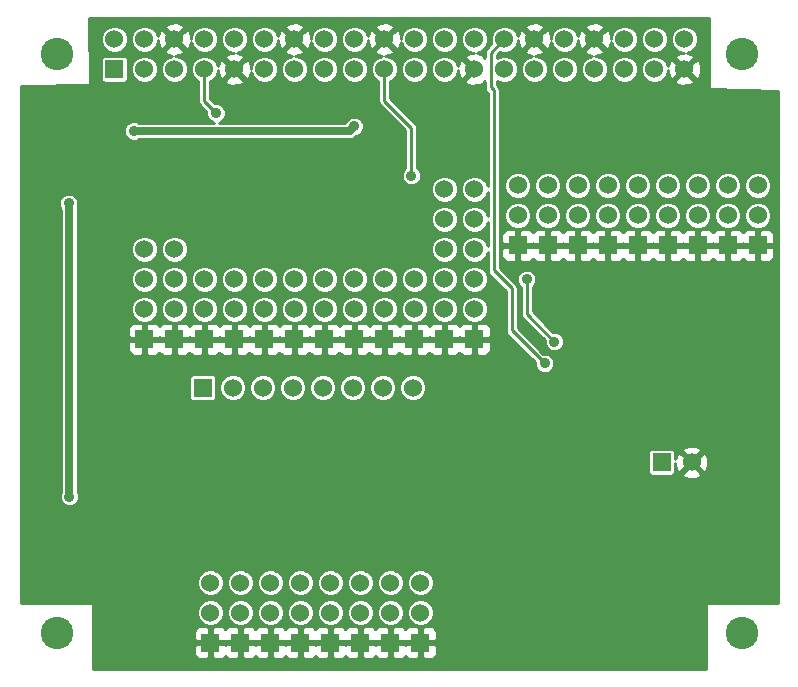
<source format=gbl>
G04 (created by PCBNEW (2013-04-19 BZR 4011)-stable) date 25/09/2014 08:47:05*
%MOIN*%
G04 Gerber Fmt 3.4, Leading zero omitted, Abs format*
%FSLAX34Y34*%
G01*
G70*
G90*
G04 APERTURE LIST*
%ADD10C,0*%
%ADD11R,0.06X0.06*%
%ADD12C,0.06*%
%ADD13C,0.108268*%
%ADD14C,0.035*%
%ADD15C,0.025*%
%ADD16C,0.01*%
G04 APERTURE END LIST*
G54D10*
G54D11*
X32854Y-28594D03*
G54D12*
X32854Y-27594D03*
X32854Y-26594D03*
X32854Y-25594D03*
G54D11*
X34854Y-28594D03*
G54D12*
X34854Y-27594D03*
X34854Y-26594D03*
G54D11*
X36854Y-28594D03*
G54D12*
X36854Y-27594D03*
X36854Y-26594D03*
G54D11*
X38854Y-28594D03*
G54D12*
X38854Y-27594D03*
X38854Y-26594D03*
G54D11*
X40854Y-28594D03*
G54D12*
X40854Y-27594D03*
X40854Y-26594D03*
G54D11*
X37854Y-28594D03*
G54D12*
X37854Y-27594D03*
X37854Y-26594D03*
G54D11*
X39854Y-28594D03*
G54D12*
X39854Y-27594D03*
X39854Y-26594D03*
G54D11*
X42854Y-28594D03*
G54D12*
X42854Y-27594D03*
X42854Y-26594D03*
X42854Y-25594D03*
X42854Y-24594D03*
X42854Y-23594D03*
G54D11*
X31854Y-28594D03*
G54D12*
X31854Y-27594D03*
X31854Y-26594D03*
X31854Y-25594D03*
G54D11*
X35854Y-28594D03*
G54D12*
X35854Y-27594D03*
X35854Y-26594D03*
G54D11*
X41854Y-28594D03*
G54D12*
X41854Y-27594D03*
X41854Y-26594D03*
X41854Y-25594D03*
X41854Y-24594D03*
X41854Y-23594D03*
G54D11*
X44309Y-25466D03*
G54D12*
X44309Y-24466D03*
X44309Y-23466D03*
G54D11*
X45309Y-25466D03*
G54D12*
X45309Y-24466D03*
X45309Y-23466D03*
G54D11*
X47309Y-25466D03*
G54D12*
X47309Y-24466D03*
X47309Y-23466D03*
G54D11*
X48309Y-25466D03*
G54D12*
X48309Y-24466D03*
X48309Y-23466D03*
G54D11*
X50309Y-25466D03*
G54D12*
X50309Y-24466D03*
X50309Y-23466D03*
G54D11*
X46309Y-25466D03*
G54D12*
X46309Y-24466D03*
X46309Y-23466D03*
G54D11*
X49309Y-25466D03*
G54D12*
X49309Y-24466D03*
X49309Y-23466D03*
G54D11*
X51309Y-25466D03*
G54D12*
X51309Y-24466D03*
X51309Y-23466D03*
G54D11*
X52309Y-25466D03*
G54D12*
X52309Y-24466D03*
X52309Y-23466D03*
G54D11*
X30854Y-19594D03*
G54D12*
X30854Y-18594D03*
X35854Y-19594D03*
X31854Y-18594D03*
X36854Y-19594D03*
X32854Y-18594D03*
X37854Y-19594D03*
X33854Y-18594D03*
X38854Y-19594D03*
X34854Y-18594D03*
X39854Y-19594D03*
X35854Y-18594D03*
X40854Y-19594D03*
X36854Y-18594D03*
X41854Y-19594D03*
X37854Y-18594D03*
X42854Y-19594D03*
X38854Y-18594D03*
X43854Y-19594D03*
X39854Y-18594D03*
X44854Y-19594D03*
X40854Y-18594D03*
X45854Y-19594D03*
X41854Y-18594D03*
X42854Y-18594D03*
X46854Y-19594D03*
X43854Y-18594D03*
X45854Y-18594D03*
X46854Y-18594D03*
X47854Y-18594D03*
X48854Y-18594D03*
X47854Y-19594D03*
X48854Y-19594D03*
X31854Y-19594D03*
X32854Y-19594D03*
X33854Y-19594D03*
X34854Y-19594D03*
X49854Y-19594D03*
X49854Y-18594D03*
X44854Y-18594D03*
G54D11*
X33854Y-28594D03*
G54D12*
X33854Y-27594D03*
X33854Y-26594D03*
X38809Y-30216D03*
X37809Y-30216D03*
G54D11*
X33809Y-30216D03*
G54D12*
X34809Y-30216D03*
X35809Y-30216D03*
X36809Y-30216D03*
X39809Y-30216D03*
X40809Y-30216D03*
G54D13*
X51771Y-38385D03*
X28937Y-38385D03*
X51771Y-19094D03*
X28937Y-19094D03*
G54D11*
X41059Y-38716D03*
G54D12*
X41059Y-37716D03*
X41059Y-36716D03*
G54D11*
X40059Y-38716D03*
G54D12*
X40059Y-37716D03*
X40059Y-36716D03*
G54D11*
X39059Y-38716D03*
G54D12*
X39059Y-37716D03*
X39059Y-36716D03*
G54D11*
X38059Y-38716D03*
G54D12*
X38059Y-37716D03*
X38059Y-36716D03*
G54D11*
X37059Y-38716D03*
G54D12*
X37059Y-37716D03*
X37059Y-36716D03*
G54D11*
X36059Y-38716D03*
G54D12*
X36059Y-37716D03*
X36059Y-36716D03*
G54D11*
X35059Y-38716D03*
G54D12*
X35059Y-37716D03*
X35059Y-36716D03*
G54D11*
X34059Y-38716D03*
G54D12*
X34059Y-37716D03*
X34059Y-36716D03*
G54D11*
X49100Y-32700D03*
G54D12*
X50100Y-32700D03*
G54D14*
X29359Y-33841D03*
X29334Y-24066D03*
X34251Y-21062D03*
X45200Y-29400D03*
X45525Y-28675D03*
X44600Y-26600D03*
X40754Y-23144D03*
X51800Y-29100D03*
X51700Y-30200D03*
X51700Y-28000D03*
X31934Y-39066D03*
X33534Y-32666D03*
X35609Y-34316D03*
X31500Y-21650D03*
X38850Y-21500D03*
G54D15*
X29359Y-24091D02*
X29359Y-33841D01*
X29334Y-24066D02*
X29359Y-24091D01*
G54D16*
X33854Y-19594D02*
X33854Y-20665D01*
X33854Y-20665D02*
X34251Y-21062D01*
X44100Y-28300D02*
X44100Y-26900D01*
X45200Y-29400D02*
X44100Y-28300D01*
X43400Y-19048D02*
X43854Y-18594D01*
X44100Y-26900D02*
X43500Y-26300D01*
X43500Y-26300D02*
X43500Y-20300D01*
X43500Y-20300D02*
X43400Y-20200D01*
X43400Y-20200D02*
X43400Y-19048D01*
X44600Y-27750D02*
X44600Y-26600D01*
X45525Y-28675D02*
X44600Y-27750D01*
X40754Y-23144D02*
X40754Y-21554D01*
X39854Y-20654D02*
X39854Y-19594D01*
X40754Y-21554D02*
X39854Y-20654D01*
G54D15*
X31503Y-21653D02*
X31500Y-21650D01*
X38696Y-21653D02*
X31503Y-21653D01*
X38696Y-21653D02*
X38850Y-21500D01*
G54D10*
G36*
X52979Y-37381D02*
X52859Y-37381D01*
X52859Y-25816D01*
X52859Y-25117D01*
X52821Y-25025D01*
X52759Y-24963D01*
X52759Y-24377D01*
X52759Y-23377D01*
X52690Y-23211D01*
X52564Y-23085D01*
X52398Y-23016D01*
X52219Y-23016D01*
X52054Y-23084D01*
X51927Y-23211D01*
X51859Y-23376D01*
X51858Y-23555D01*
X51927Y-23721D01*
X52053Y-23847D01*
X52219Y-23916D01*
X52398Y-23916D01*
X52563Y-23848D01*
X52690Y-23721D01*
X52758Y-23556D01*
X52759Y-23377D01*
X52759Y-24377D01*
X52690Y-24211D01*
X52564Y-24085D01*
X52398Y-24016D01*
X52219Y-24016D01*
X52054Y-24084D01*
X51927Y-24211D01*
X51859Y-24376D01*
X51858Y-24555D01*
X51927Y-24721D01*
X52053Y-24847D01*
X52219Y-24916D01*
X52398Y-24916D01*
X52563Y-24848D01*
X52690Y-24721D01*
X52758Y-24556D01*
X52759Y-24377D01*
X52759Y-24963D01*
X52750Y-24954D01*
X52659Y-24916D01*
X52559Y-24916D01*
X52421Y-24916D01*
X52359Y-24979D01*
X52359Y-25416D01*
X52796Y-25416D01*
X52859Y-25354D01*
X52859Y-25117D01*
X52859Y-25816D01*
X52859Y-25579D01*
X52796Y-25516D01*
X52359Y-25516D01*
X52359Y-25954D01*
X52421Y-26016D01*
X52559Y-26016D01*
X52659Y-26016D01*
X52750Y-25978D01*
X52821Y-25907D01*
X52859Y-25816D01*
X52859Y-37381D01*
X52259Y-37381D01*
X52259Y-25954D01*
X52259Y-25516D01*
X52259Y-25416D01*
X52259Y-24979D01*
X52196Y-24916D01*
X52058Y-24916D01*
X51959Y-24916D01*
X51867Y-24954D01*
X51809Y-25013D01*
X51759Y-24963D01*
X51759Y-24377D01*
X51759Y-23377D01*
X51690Y-23211D01*
X51564Y-23085D01*
X51398Y-23016D01*
X51219Y-23016D01*
X51054Y-23084D01*
X50927Y-23211D01*
X50859Y-23376D01*
X50858Y-23555D01*
X50927Y-23721D01*
X51053Y-23847D01*
X51219Y-23916D01*
X51398Y-23916D01*
X51563Y-23848D01*
X51690Y-23721D01*
X51758Y-23556D01*
X51759Y-23377D01*
X51759Y-24377D01*
X51690Y-24211D01*
X51564Y-24085D01*
X51398Y-24016D01*
X51219Y-24016D01*
X51054Y-24084D01*
X50927Y-24211D01*
X50859Y-24376D01*
X50858Y-24555D01*
X50927Y-24721D01*
X51053Y-24847D01*
X51219Y-24916D01*
X51398Y-24916D01*
X51563Y-24848D01*
X51690Y-24721D01*
X51758Y-24556D01*
X51759Y-24377D01*
X51759Y-24963D01*
X51750Y-24954D01*
X51659Y-24916D01*
X51559Y-24916D01*
X51421Y-24916D01*
X51359Y-24979D01*
X51359Y-25416D01*
X51796Y-25416D01*
X51809Y-25404D01*
X51821Y-25416D01*
X52259Y-25416D01*
X52259Y-25516D01*
X51821Y-25516D01*
X51809Y-25529D01*
X51796Y-25516D01*
X51359Y-25516D01*
X51359Y-25954D01*
X51421Y-26016D01*
X51559Y-26016D01*
X51659Y-26016D01*
X51750Y-25978D01*
X51809Y-25920D01*
X51867Y-25978D01*
X51959Y-26016D01*
X52058Y-26016D01*
X52196Y-26016D01*
X52259Y-25954D01*
X52259Y-37381D01*
X51259Y-37381D01*
X51259Y-25954D01*
X51259Y-25516D01*
X51259Y-25416D01*
X51259Y-24979D01*
X51196Y-24916D01*
X51058Y-24916D01*
X50959Y-24916D01*
X50867Y-24954D01*
X50809Y-25013D01*
X50759Y-24963D01*
X50759Y-24377D01*
X50759Y-23377D01*
X50690Y-23211D01*
X50564Y-23085D01*
X50409Y-23020D01*
X50409Y-19676D01*
X50398Y-19457D01*
X50335Y-19306D01*
X50304Y-19297D01*
X50304Y-18505D01*
X50236Y-18339D01*
X50109Y-18213D01*
X49944Y-18144D01*
X49765Y-18144D01*
X49599Y-18212D01*
X49473Y-18339D01*
X49404Y-18504D01*
X49404Y-18683D01*
X49472Y-18849D01*
X49599Y-18975D01*
X49764Y-19044D01*
X49840Y-19044D01*
X49717Y-19050D01*
X49566Y-19113D01*
X49539Y-19208D01*
X49854Y-19523D01*
X50169Y-19208D01*
X50142Y-19113D01*
X49946Y-19043D01*
X50108Y-18976D01*
X50235Y-18849D01*
X50304Y-18684D01*
X50304Y-18505D01*
X50304Y-19297D01*
X50240Y-19279D01*
X49925Y-19594D01*
X50240Y-19909D01*
X50335Y-19882D01*
X50409Y-19676D01*
X50409Y-23020D01*
X50398Y-23016D01*
X50219Y-23016D01*
X50169Y-23037D01*
X50169Y-19980D01*
X49854Y-19665D01*
X49783Y-19735D01*
X49783Y-19594D01*
X49468Y-19279D01*
X49373Y-19306D01*
X49304Y-19499D01*
X49304Y-18505D01*
X49236Y-18339D01*
X49109Y-18213D01*
X48944Y-18144D01*
X48765Y-18144D01*
X48599Y-18212D01*
X48473Y-18339D01*
X48404Y-18504D01*
X48404Y-18683D01*
X48472Y-18849D01*
X48599Y-18975D01*
X48764Y-19044D01*
X48943Y-19044D01*
X49108Y-18976D01*
X49235Y-18849D01*
X49304Y-18684D01*
X49304Y-18505D01*
X49304Y-19499D01*
X49303Y-19502D01*
X49236Y-19339D01*
X49109Y-19213D01*
X48944Y-19144D01*
X48765Y-19144D01*
X48599Y-19212D01*
X48473Y-19339D01*
X48404Y-19504D01*
X48404Y-19683D01*
X48472Y-19849D01*
X48599Y-19975D01*
X48764Y-20044D01*
X48943Y-20044D01*
X49108Y-19976D01*
X49235Y-19849D01*
X49304Y-19684D01*
X49304Y-19607D01*
X49310Y-19731D01*
X49373Y-19882D01*
X49468Y-19909D01*
X49783Y-19594D01*
X49783Y-19735D01*
X49539Y-19980D01*
X49566Y-20075D01*
X49772Y-20149D01*
X49991Y-20138D01*
X50142Y-20075D01*
X50169Y-19980D01*
X50169Y-23037D01*
X50054Y-23084D01*
X49927Y-23211D01*
X49859Y-23376D01*
X49858Y-23555D01*
X49927Y-23721D01*
X50053Y-23847D01*
X50219Y-23916D01*
X50398Y-23916D01*
X50563Y-23848D01*
X50690Y-23721D01*
X50758Y-23556D01*
X50759Y-23377D01*
X50759Y-24377D01*
X50690Y-24211D01*
X50564Y-24085D01*
X50398Y-24016D01*
X50219Y-24016D01*
X50054Y-24084D01*
X49927Y-24211D01*
X49859Y-24376D01*
X49858Y-24555D01*
X49927Y-24721D01*
X50053Y-24847D01*
X50219Y-24916D01*
X50398Y-24916D01*
X50563Y-24848D01*
X50690Y-24721D01*
X50758Y-24556D01*
X50759Y-24377D01*
X50759Y-24963D01*
X50750Y-24954D01*
X50659Y-24916D01*
X50559Y-24916D01*
X50421Y-24916D01*
X50359Y-24979D01*
X50359Y-25416D01*
X50796Y-25416D01*
X50809Y-25404D01*
X50821Y-25416D01*
X51259Y-25416D01*
X51259Y-25516D01*
X50821Y-25516D01*
X50809Y-25529D01*
X50796Y-25516D01*
X50359Y-25516D01*
X50359Y-25954D01*
X50421Y-26016D01*
X50559Y-26016D01*
X50659Y-26016D01*
X50750Y-25978D01*
X50809Y-25920D01*
X50867Y-25978D01*
X50959Y-26016D01*
X51058Y-26016D01*
X51196Y-26016D01*
X51259Y-25954D01*
X51259Y-37381D01*
X50654Y-37381D01*
X50654Y-32781D01*
X50643Y-32563D01*
X50581Y-32412D01*
X50485Y-32384D01*
X50415Y-32455D01*
X50415Y-32314D01*
X50387Y-32218D01*
X50259Y-32172D01*
X50259Y-25954D01*
X50259Y-25516D01*
X50259Y-25416D01*
X50259Y-24979D01*
X50196Y-24916D01*
X50058Y-24916D01*
X49959Y-24916D01*
X49867Y-24954D01*
X49809Y-25013D01*
X49759Y-24963D01*
X49759Y-24377D01*
X49759Y-23377D01*
X49690Y-23211D01*
X49564Y-23085D01*
X49398Y-23016D01*
X49219Y-23016D01*
X49054Y-23084D01*
X48927Y-23211D01*
X48859Y-23376D01*
X48858Y-23555D01*
X48927Y-23721D01*
X49053Y-23847D01*
X49219Y-23916D01*
X49398Y-23916D01*
X49563Y-23848D01*
X49690Y-23721D01*
X49758Y-23556D01*
X49759Y-23377D01*
X49759Y-24377D01*
X49690Y-24211D01*
X49564Y-24085D01*
X49398Y-24016D01*
X49219Y-24016D01*
X49054Y-24084D01*
X48927Y-24211D01*
X48859Y-24376D01*
X48858Y-24555D01*
X48927Y-24721D01*
X49053Y-24847D01*
X49219Y-24916D01*
X49398Y-24916D01*
X49563Y-24848D01*
X49690Y-24721D01*
X49758Y-24556D01*
X49759Y-24377D01*
X49759Y-24963D01*
X49750Y-24954D01*
X49659Y-24916D01*
X49559Y-24916D01*
X49421Y-24916D01*
X49359Y-24979D01*
X49359Y-25416D01*
X49796Y-25416D01*
X49809Y-25404D01*
X49821Y-25416D01*
X50259Y-25416D01*
X50259Y-25516D01*
X49821Y-25516D01*
X49809Y-25529D01*
X49796Y-25516D01*
X49359Y-25516D01*
X49359Y-25954D01*
X49421Y-26016D01*
X49559Y-26016D01*
X49659Y-26016D01*
X49750Y-25978D01*
X49809Y-25920D01*
X49867Y-25978D01*
X49959Y-26016D01*
X50058Y-26016D01*
X50196Y-26016D01*
X50259Y-25954D01*
X50259Y-32172D01*
X50181Y-32145D01*
X49963Y-32156D01*
X49812Y-32218D01*
X49784Y-32314D01*
X50100Y-32629D01*
X50415Y-32314D01*
X50415Y-32455D01*
X50170Y-32700D01*
X50485Y-33015D01*
X50581Y-32987D01*
X50654Y-32781D01*
X50654Y-37381D01*
X50563Y-37381D01*
X50568Y-39594D01*
X50415Y-39594D01*
X50415Y-33085D01*
X50100Y-32770D01*
X50029Y-32841D01*
X50029Y-32700D01*
X49714Y-32384D01*
X49618Y-32412D01*
X49550Y-32604D01*
X49550Y-32370D01*
X49527Y-32315D01*
X49485Y-32272D01*
X49429Y-32250D01*
X49370Y-32249D01*
X49259Y-32249D01*
X49259Y-25954D01*
X49259Y-25516D01*
X49259Y-25416D01*
X49259Y-24979D01*
X49196Y-24916D01*
X49058Y-24916D01*
X48959Y-24916D01*
X48867Y-24954D01*
X48809Y-25013D01*
X48759Y-24963D01*
X48759Y-24377D01*
X48759Y-23377D01*
X48690Y-23211D01*
X48564Y-23085D01*
X48398Y-23016D01*
X48304Y-23016D01*
X48304Y-19505D01*
X48304Y-18505D01*
X48236Y-18339D01*
X48109Y-18213D01*
X47944Y-18144D01*
X47765Y-18144D01*
X47599Y-18212D01*
X47473Y-18339D01*
X47404Y-18504D01*
X47404Y-18580D01*
X47398Y-18457D01*
X47335Y-18306D01*
X47240Y-18279D01*
X47169Y-18349D01*
X47169Y-18208D01*
X47142Y-18113D01*
X46936Y-18039D01*
X46717Y-18050D01*
X46566Y-18113D01*
X46539Y-18208D01*
X46854Y-18523D01*
X47169Y-18208D01*
X47169Y-18349D01*
X46925Y-18594D01*
X47240Y-18909D01*
X47335Y-18882D01*
X47405Y-18686D01*
X47472Y-18849D01*
X47599Y-18975D01*
X47764Y-19044D01*
X47943Y-19044D01*
X48108Y-18976D01*
X48235Y-18849D01*
X48304Y-18684D01*
X48304Y-18505D01*
X48304Y-19505D01*
X48236Y-19339D01*
X48109Y-19213D01*
X47944Y-19144D01*
X47765Y-19144D01*
X47599Y-19212D01*
X47473Y-19339D01*
X47404Y-19504D01*
X47404Y-19683D01*
X47472Y-19849D01*
X47599Y-19975D01*
X47764Y-20044D01*
X47943Y-20044D01*
X48108Y-19976D01*
X48235Y-19849D01*
X48304Y-19684D01*
X48304Y-19505D01*
X48304Y-23016D01*
X48219Y-23016D01*
X48054Y-23084D01*
X47927Y-23211D01*
X47859Y-23376D01*
X47858Y-23555D01*
X47927Y-23721D01*
X48053Y-23847D01*
X48219Y-23916D01*
X48398Y-23916D01*
X48563Y-23848D01*
X48690Y-23721D01*
X48758Y-23556D01*
X48759Y-23377D01*
X48759Y-24377D01*
X48690Y-24211D01*
X48564Y-24085D01*
X48398Y-24016D01*
X48219Y-24016D01*
X48054Y-24084D01*
X47927Y-24211D01*
X47859Y-24376D01*
X47858Y-24555D01*
X47927Y-24721D01*
X48053Y-24847D01*
X48219Y-24916D01*
X48398Y-24916D01*
X48563Y-24848D01*
X48690Y-24721D01*
X48758Y-24556D01*
X48759Y-24377D01*
X48759Y-24963D01*
X48750Y-24954D01*
X48659Y-24916D01*
X48559Y-24916D01*
X48421Y-24916D01*
X48359Y-24979D01*
X48359Y-25416D01*
X48796Y-25416D01*
X48809Y-25404D01*
X48821Y-25416D01*
X49259Y-25416D01*
X49259Y-25516D01*
X48821Y-25516D01*
X48809Y-25529D01*
X48796Y-25516D01*
X48359Y-25516D01*
X48359Y-25954D01*
X48421Y-26016D01*
X48559Y-26016D01*
X48659Y-26016D01*
X48750Y-25978D01*
X48809Y-25920D01*
X48867Y-25978D01*
X48959Y-26016D01*
X49058Y-26016D01*
X49196Y-26016D01*
X49259Y-25954D01*
X49259Y-32249D01*
X48770Y-32249D01*
X48715Y-32272D01*
X48672Y-32314D01*
X48650Y-32370D01*
X48649Y-32429D01*
X48649Y-33029D01*
X48672Y-33084D01*
X48714Y-33127D01*
X48770Y-33149D01*
X48829Y-33150D01*
X49429Y-33150D01*
X49484Y-33127D01*
X49527Y-33085D01*
X49549Y-33029D01*
X49550Y-32970D01*
X49550Y-32714D01*
X49556Y-32836D01*
X49618Y-32987D01*
X49714Y-33015D01*
X50029Y-32700D01*
X50029Y-32841D01*
X49784Y-33085D01*
X49812Y-33181D01*
X50018Y-33254D01*
X50236Y-33243D01*
X50387Y-33181D01*
X50415Y-33085D01*
X50415Y-39594D01*
X48259Y-39594D01*
X48259Y-25954D01*
X48259Y-25516D01*
X48259Y-25416D01*
X48259Y-24979D01*
X48196Y-24916D01*
X48058Y-24916D01*
X47959Y-24916D01*
X47867Y-24954D01*
X47809Y-25013D01*
X47759Y-24963D01*
X47759Y-24377D01*
X47759Y-23377D01*
X47690Y-23211D01*
X47564Y-23085D01*
X47398Y-23016D01*
X47304Y-23016D01*
X47304Y-19505D01*
X47236Y-19339D01*
X47109Y-19213D01*
X46944Y-19144D01*
X46867Y-19144D01*
X46991Y-19138D01*
X47142Y-19075D01*
X47169Y-18980D01*
X46854Y-18665D01*
X46783Y-18735D01*
X46783Y-18594D01*
X46468Y-18279D01*
X46373Y-18306D01*
X46303Y-18502D01*
X46236Y-18339D01*
X46109Y-18213D01*
X45944Y-18144D01*
X45765Y-18144D01*
X45599Y-18212D01*
X45473Y-18339D01*
X45404Y-18504D01*
X45404Y-18580D01*
X45398Y-18457D01*
X45335Y-18306D01*
X45240Y-18279D01*
X45169Y-18349D01*
X45169Y-18208D01*
X45142Y-18113D01*
X44936Y-18039D01*
X44717Y-18050D01*
X44566Y-18113D01*
X44539Y-18208D01*
X44854Y-18523D01*
X45169Y-18208D01*
X45169Y-18349D01*
X44925Y-18594D01*
X45240Y-18909D01*
X45335Y-18882D01*
X45405Y-18686D01*
X45472Y-18849D01*
X45599Y-18975D01*
X45764Y-19044D01*
X45943Y-19044D01*
X46108Y-18976D01*
X46235Y-18849D01*
X46304Y-18684D01*
X46304Y-18607D01*
X46310Y-18731D01*
X46373Y-18882D01*
X46468Y-18909D01*
X46783Y-18594D01*
X46783Y-18735D01*
X46539Y-18980D01*
X46566Y-19075D01*
X46762Y-19145D01*
X46599Y-19212D01*
X46473Y-19339D01*
X46404Y-19504D01*
X46404Y-19683D01*
X46472Y-19849D01*
X46599Y-19975D01*
X46764Y-20044D01*
X46943Y-20044D01*
X47108Y-19976D01*
X47235Y-19849D01*
X47304Y-19684D01*
X47304Y-19505D01*
X47304Y-23016D01*
X47219Y-23016D01*
X47054Y-23084D01*
X46927Y-23211D01*
X46859Y-23376D01*
X46858Y-23555D01*
X46927Y-23721D01*
X47053Y-23847D01*
X47219Y-23916D01*
X47398Y-23916D01*
X47563Y-23848D01*
X47690Y-23721D01*
X47758Y-23556D01*
X47759Y-23377D01*
X47759Y-24377D01*
X47690Y-24211D01*
X47564Y-24085D01*
X47398Y-24016D01*
X47219Y-24016D01*
X47054Y-24084D01*
X46927Y-24211D01*
X46859Y-24376D01*
X46858Y-24555D01*
X46927Y-24721D01*
X47053Y-24847D01*
X47219Y-24916D01*
X47398Y-24916D01*
X47563Y-24848D01*
X47690Y-24721D01*
X47758Y-24556D01*
X47759Y-24377D01*
X47759Y-24963D01*
X47750Y-24954D01*
X47659Y-24916D01*
X47559Y-24916D01*
X47421Y-24916D01*
X47359Y-24979D01*
X47359Y-25416D01*
X47796Y-25416D01*
X47809Y-25404D01*
X47821Y-25416D01*
X48259Y-25416D01*
X48259Y-25516D01*
X47821Y-25516D01*
X47809Y-25529D01*
X47796Y-25516D01*
X47359Y-25516D01*
X47359Y-25954D01*
X47421Y-26016D01*
X47559Y-26016D01*
X47659Y-26016D01*
X47750Y-25978D01*
X47809Y-25920D01*
X47867Y-25978D01*
X47959Y-26016D01*
X48058Y-26016D01*
X48196Y-26016D01*
X48259Y-25954D01*
X48259Y-39594D01*
X47259Y-39594D01*
X47259Y-25954D01*
X47259Y-25516D01*
X47259Y-25416D01*
X47259Y-24979D01*
X47196Y-24916D01*
X47058Y-24916D01*
X46959Y-24916D01*
X46867Y-24954D01*
X46809Y-25013D01*
X46759Y-24963D01*
X46759Y-24377D01*
X46759Y-23377D01*
X46690Y-23211D01*
X46564Y-23085D01*
X46398Y-23016D01*
X46304Y-23016D01*
X46304Y-19505D01*
X46236Y-19339D01*
X46109Y-19213D01*
X45944Y-19144D01*
X45765Y-19144D01*
X45599Y-19212D01*
X45473Y-19339D01*
X45404Y-19504D01*
X45404Y-19683D01*
X45472Y-19849D01*
X45599Y-19975D01*
X45764Y-20044D01*
X45943Y-20044D01*
X46108Y-19976D01*
X46235Y-19849D01*
X46304Y-19684D01*
X46304Y-19505D01*
X46304Y-23016D01*
X46219Y-23016D01*
X46054Y-23084D01*
X45927Y-23211D01*
X45859Y-23376D01*
X45858Y-23555D01*
X45927Y-23721D01*
X46053Y-23847D01*
X46219Y-23916D01*
X46398Y-23916D01*
X46563Y-23848D01*
X46690Y-23721D01*
X46758Y-23556D01*
X46759Y-23377D01*
X46759Y-24377D01*
X46690Y-24211D01*
X46564Y-24085D01*
X46398Y-24016D01*
X46219Y-24016D01*
X46054Y-24084D01*
X45927Y-24211D01*
X45859Y-24376D01*
X45858Y-24555D01*
X45927Y-24721D01*
X46053Y-24847D01*
X46219Y-24916D01*
X46398Y-24916D01*
X46563Y-24848D01*
X46690Y-24721D01*
X46758Y-24556D01*
X46759Y-24377D01*
X46759Y-24963D01*
X46750Y-24954D01*
X46659Y-24916D01*
X46559Y-24916D01*
X46421Y-24916D01*
X46359Y-24979D01*
X46359Y-25416D01*
X46796Y-25416D01*
X46809Y-25404D01*
X46821Y-25416D01*
X47259Y-25416D01*
X47259Y-25516D01*
X46821Y-25516D01*
X46809Y-25529D01*
X46796Y-25516D01*
X46359Y-25516D01*
X46359Y-25954D01*
X46421Y-26016D01*
X46559Y-26016D01*
X46659Y-26016D01*
X46750Y-25978D01*
X46809Y-25920D01*
X46867Y-25978D01*
X46959Y-26016D01*
X47058Y-26016D01*
X47196Y-26016D01*
X47259Y-25954D01*
X47259Y-39594D01*
X46259Y-39594D01*
X46259Y-25954D01*
X46259Y-25516D01*
X46259Y-25416D01*
X46259Y-24979D01*
X46196Y-24916D01*
X46058Y-24916D01*
X45959Y-24916D01*
X45867Y-24954D01*
X45809Y-25013D01*
X45759Y-24963D01*
X45759Y-24377D01*
X45759Y-23377D01*
X45690Y-23211D01*
X45564Y-23085D01*
X45398Y-23016D01*
X45304Y-23016D01*
X45304Y-19505D01*
X45236Y-19339D01*
X45109Y-19213D01*
X44944Y-19144D01*
X44867Y-19144D01*
X44991Y-19138D01*
X45142Y-19075D01*
X45169Y-18980D01*
X44854Y-18665D01*
X44539Y-18980D01*
X44566Y-19075D01*
X44762Y-19145D01*
X44599Y-19212D01*
X44473Y-19339D01*
X44404Y-19504D01*
X44404Y-19683D01*
X44472Y-19849D01*
X44599Y-19975D01*
X44764Y-20044D01*
X44943Y-20044D01*
X45108Y-19976D01*
X45235Y-19849D01*
X45304Y-19684D01*
X45304Y-19505D01*
X45304Y-23016D01*
X45219Y-23016D01*
X45054Y-23084D01*
X44927Y-23211D01*
X44859Y-23376D01*
X44858Y-23555D01*
X44927Y-23721D01*
X45053Y-23847D01*
X45219Y-23916D01*
X45398Y-23916D01*
X45563Y-23848D01*
X45690Y-23721D01*
X45758Y-23556D01*
X45759Y-23377D01*
X45759Y-24377D01*
X45690Y-24211D01*
X45564Y-24085D01*
X45398Y-24016D01*
X45219Y-24016D01*
X45054Y-24084D01*
X44927Y-24211D01*
X44859Y-24376D01*
X44858Y-24555D01*
X44927Y-24721D01*
X45053Y-24847D01*
X45219Y-24916D01*
X45398Y-24916D01*
X45563Y-24848D01*
X45690Y-24721D01*
X45758Y-24556D01*
X45759Y-24377D01*
X45759Y-24963D01*
X45750Y-24954D01*
X45659Y-24916D01*
X45559Y-24916D01*
X45421Y-24916D01*
X45359Y-24979D01*
X45359Y-25416D01*
X45796Y-25416D01*
X45809Y-25404D01*
X45821Y-25416D01*
X46259Y-25416D01*
X46259Y-25516D01*
X45821Y-25516D01*
X45809Y-25529D01*
X45796Y-25516D01*
X45359Y-25516D01*
X45359Y-25954D01*
X45421Y-26016D01*
X45559Y-26016D01*
X45659Y-26016D01*
X45750Y-25978D01*
X45809Y-25920D01*
X45867Y-25978D01*
X45959Y-26016D01*
X46058Y-26016D01*
X46196Y-26016D01*
X46259Y-25954D01*
X46259Y-39594D01*
X45850Y-39594D01*
X45850Y-28610D01*
X45800Y-28491D01*
X45709Y-28399D01*
X45589Y-28350D01*
X45482Y-28349D01*
X45259Y-28126D01*
X45259Y-25954D01*
X45259Y-25516D01*
X45259Y-25416D01*
X45259Y-24979D01*
X45196Y-24916D01*
X45058Y-24916D01*
X44959Y-24916D01*
X44867Y-24954D01*
X44809Y-25013D01*
X44759Y-24963D01*
X44759Y-24377D01*
X44759Y-23377D01*
X44690Y-23211D01*
X44564Y-23085D01*
X44398Y-23016D01*
X44219Y-23016D01*
X44054Y-23084D01*
X43927Y-23211D01*
X43859Y-23376D01*
X43858Y-23555D01*
X43927Y-23721D01*
X44053Y-23847D01*
X44219Y-23916D01*
X44398Y-23916D01*
X44563Y-23848D01*
X44690Y-23721D01*
X44758Y-23556D01*
X44759Y-23377D01*
X44759Y-24377D01*
X44690Y-24211D01*
X44564Y-24085D01*
X44398Y-24016D01*
X44219Y-24016D01*
X44054Y-24084D01*
X43927Y-24211D01*
X43859Y-24376D01*
X43858Y-24555D01*
X43927Y-24721D01*
X44053Y-24847D01*
X44219Y-24916D01*
X44398Y-24916D01*
X44563Y-24848D01*
X44690Y-24721D01*
X44758Y-24556D01*
X44759Y-24377D01*
X44759Y-24963D01*
X44750Y-24954D01*
X44659Y-24916D01*
X44559Y-24916D01*
X44421Y-24916D01*
X44359Y-24979D01*
X44359Y-25416D01*
X44796Y-25416D01*
X44809Y-25404D01*
X44821Y-25416D01*
X45259Y-25416D01*
X45259Y-25516D01*
X44821Y-25516D01*
X44809Y-25529D01*
X44796Y-25516D01*
X44359Y-25516D01*
X44359Y-25954D01*
X44421Y-26016D01*
X44559Y-26016D01*
X44659Y-26016D01*
X44750Y-25978D01*
X44809Y-25920D01*
X44867Y-25978D01*
X44959Y-26016D01*
X45058Y-26016D01*
X45196Y-26016D01*
X45259Y-25954D01*
X45259Y-28126D01*
X44800Y-27667D01*
X44800Y-26859D01*
X44875Y-26784D01*
X44924Y-26664D01*
X44925Y-26535D01*
X44875Y-26416D01*
X44784Y-26324D01*
X44664Y-26275D01*
X44535Y-26274D01*
X44416Y-26324D01*
X44324Y-26415D01*
X44275Y-26535D01*
X44274Y-26664D01*
X44324Y-26783D01*
X44400Y-26859D01*
X44400Y-27750D01*
X44415Y-27826D01*
X44458Y-27891D01*
X45200Y-28632D01*
X45199Y-28739D01*
X45249Y-28858D01*
X45340Y-28950D01*
X45460Y-28999D01*
X45589Y-29000D01*
X45708Y-28950D01*
X45800Y-28859D01*
X45849Y-28739D01*
X45850Y-28610D01*
X45850Y-39594D01*
X45525Y-39594D01*
X45525Y-29335D01*
X45475Y-29216D01*
X45384Y-29124D01*
X45264Y-29075D01*
X45157Y-29074D01*
X44300Y-28217D01*
X44300Y-26900D01*
X44284Y-26823D01*
X44284Y-26823D01*
X44270Y-26801D01*
X44259Y-26784D01*
X44259Y-25954D01*
X44259Y-25516D01*
X44259Y-25416D01*
X44259Y-24979D01*
X44196Y-24916D01*
X44058Y-24916D01*
X43959Y-24916D01*
X43867Y-24954D01*
X43796Y-25025D01*
X43759Y-25117D01*
X43759Y-25354D01*
X43821Y-25416D01*
X44259Y-25416D01*
X44259Y-25516D01*
X43821Y-25516D01*
X43759Y-25579D01*
X43759Y-25816D01*
X43796Y-25907D01*
X43867Y-25978D01*
X43959Y-26016D01*
X44058Y-26016D01*
X44196Y-26016D01*
X44259Y-25954D01*
X44259Y-26784D01*
X44241Y-26758D01*
X44241Y-26758D01*
X43700Y-26217D01*
X43700Y-20300D01*
X43687Y-20236D01*
X43684Y-20223D01*
X43684Y-20223D01*
X43641Y-20158D01*
X43600Y-20117D01*
X43600Y-19976D01*
X43764Y-20044D01*
X43943Y-20044D01*
X44108Y-19976D01*
X44235Y-19849D01*
X44304Y-19684D01*
X44304Y-19505D01*
X44236Y-19339D01*
X44109Y-19213D01*
X43944Y-19144D01*
X43765Y-19144D01*
X43600Y-19212D01*
X43600Y-19131D01*
X43709Y-19021D01*
X43764Y-19044D01*
X43943Y-19044D01*
X44108Y-18976D01*
X44235Y-18849D01*
X44304Y-18684D01*
X44304Y-18607D01*
X44310Y-18731D01*
X44373Y-18882D01*
X44468Y-18909D01*
X44783Y-18594D01*
X44468Y-18279D01*
X44373Y-18306D01*
X44303Y-18502D01*
X44236Y-18339D01*
X44109Y-18213D01*
X43944Y-18144D01*
X43765Y-18144D01*
X43599Y-18212D01*
X43473Y-18339D01*
X43404Y-18504D01*
X43404Y-18683D01*
X43427Y-18738D01*
X43304Y-18861D01*
X43258Y-18907D01*
X43215Y-18972D01*
X43200Y-19048D01*
X43200Y-19178D01*
X43169Y-19208D01*
X43142Y-19113D01*
X42946Y-19043D01*
X43108Y-18976D01*
X43235Y-18849D01*
X43304Y-18684D01*
X43304Y-18505D01*
X43236Y-18339D01*
X43109Y-18213D01*
X42944Y-18144D01*
X42765Y-18144D01*
X42599Y-18212D01*
X42473Y-18339D01*
X42404Y-18504D01*
X42404Y-18683D01*
X42472Y-18849D01*
X42599Y-18975D01*
X42764Y-19044D01*
X42840Y-19044D01*
X42717Y-19050D01*
X42566Y-19113D01*
X42539Y-19208D01*
X42854Y-19523D01*
X42859Y-19518D01*
X42930Y-19588D01*
X42925Y-19594D01*
X42930Y-19600D01*
X42859Y-19670D01*
X42854Y-19665D01*
X42783Y-19735D01*
X42783Y-19594D01*
X42468Y-19279D01*
X42373Y-19306D01*
X42304Y-19499D01*
X42304Y-18505D01*
X42236Y-18339D01*
X42109Y-18213D01*
X41944Y-18144D01*
X41765Y-18144D01*
X41599Y-18212D01*
X41473Y-18339D01*
X41404Y-18504D01*
X41404Y-18683D01*
X41472Y-18849D01*
X41599Y-18975D01*
X41764Y-19044D01*
X41943Y-19044D01*
X42108Y-18976D01*
X42235Y-18849D01*
X42304Y-18684D01*
X42304Y-18505D01*
X42304Y-19499D01*
X42303Y-19502D01*
X42236Y-19339D01*
X42109Y-19213D01*
X41944Y-19144D01*
X41765Y-19144D01*
X41599Y-19212D01*
X41473Y-19339D01*
X41404Y-19504D01*
X41404Y-19683D01*
X41472Y-19849D01*
X41599Y-19975D01*
X41764Y-20044D01*
X41943Y-20044D01*
X42108Y-19976D01*
X42235Y-19849D01*
X42304Y-19684D01*
X42304Y-19607D01*
X42310Y-19731D01*
X42373Y-19882D01*
X42468Y-19909D01*
X42783Y-19594D01*
X42783Y-19735D01*
X42539Y-19980D01*
X42566Y-20075D01*
X42772Y-20149D01*
X42991Y-20138D01*
X43142Y-20075D01*
X43169Y-19980D01*
X43169Y-19980D01*
X43200Y-20010D01*
X43200Y-20200D01*
X43215Y-20276D01*
X43258Y-20341D01*
X43300Y-20382D01*
X43300Y-23494D01*
X43236Y-23339D01*
X43169Y-23273D01*
X43109Y-23213D01*
X42944Y-23144D01*
X42765Y-23144D01*
X42599Y-23212D01*
X42473Y-23339D01*
X42404Y-23504D01*
X42404Y-23683D01*
X42472Y-23849D01*
X42599Y-23975D01*
X42764Y-24044D01*
X42943Y-24044D01*
X43108Y-23976D01*
X43235Y-23849D01*
X43300Y-23694D01*
X43300Y-24494D01*
X43236Y-24339D01*
X43109Y-24213D01*
X42944Y-24144D01*
X42765Y-24144D01*
X42599Y-24212D01*
X42473Y-24339D01*
X42404Y-24504D01*
X42404Y-24683D01*
X42472Y-24849D01*
X42599Y-24975D01*
X42764Y-25044D01*
X42943Y-25044D01*
X43108Y-24976D01*
X43235Y-24849D01*
X43300Y-24694D01*
X43300Y-25494D01*
X43236Y-25339D01*
X43109Y-25213D01*
X42944Y-25144D01*
X42765Y-25144D01*
X42599Y-25212D01*
X42473Y-25339D01*
X42404Y-25504D01*
X42404Y-25683D01*
X42472Y-25849D01*
X42599Y-25975D01*
X42764Y-26044D01*
X42943Y-26044D01*
X43108Y-25976D01*
X43235Y-25849D01*
X43300Y-25694D01*
X43300Y-26300D01*
X43315Y-26376D01*
X43358Y-26441D01*
X43900Y-26982D01*
X43900Y-28300D01*
X43915Y-28376D01*
X43958Y-28441D01*
X44875Y-29357D01*
X44874Y-29464D01*
X44924Y-29583D01*
X45015Y-29675D01*
X45135Y-29724D01*
X45264Y-29725D01*
X45383Y-29675D01*
X45475Y-29584D01*
X45524Y-29464D01*
X45525Y-29335D01*
X45525Y-39594D01*
X43404Y-39594D01*
X43404Y-28943D01*
X43404Y-28244D01*
X43366Y-28153D01*
X43304Y-28090D01*
X43304Y-27505D01*
X43304Y-26505D01*
X43236Y-26339D01*
X43109Y-26213D01*
X42944Y-26144D01*
X42765Y-26144D01*
X42599Y-26212D01*
X42473Y-26339D01*
X42404Y-26504D01*
X42404Y-26683D01*
X42472Y-26849D01*
X42599Y-26975D01*
X42764Y-27044D01*
X42943Y-27044D01*
X43108Y-26976D01*
X43235Y-26849D01*
X43304Y-26684D01*
X43304Y-26505D01*
X43304Y-27505D01*
X43236Y-27339D01*
X43109Y-27213D01*
X42944Y-27144D01*
X42765Y-27144D01*
X42599Y-27212D01*
X42473Y-27339D01*
X42404Y-27504D01*
X42404Y-27683D01*
X42472Y-27849D01*
X42599Y-27975D01*
X42764Y-28044D01*
X42943Y-28044D01*
X43108Y-27976D01*
X43235Y-27849D01*
X43304Y-27684D01*
X43304Y-27505D01*
X43304Y-28090D01*
X43296Y-28082D01*
X43204Y-28044D01*
X43104Y-28044D01*
X42966Y-28044D01*
X42904Y-28106D01*
X42904Y-28544D01*
X43341Y-28544D01*
X43404Y-28481D01*
X43404Y-28244D01*
X43404Y-28943D01*
X43404Y-28706D01*
X43341Y-28644D01*
X42904Y-28644D01*
X42904Y-29081D01*
X42966Y-29144D01*
X43104Y-29144D01*
X43204Y-29144D01*
X43296Y-29106D01*
X43366Y-29035D01*
X43404Y-28943D01*
X43404Y-39594D01*
X42804Y-39594D01*
X42804Y-29081D01*
X42804Y-28644D01*
X42804Y-28544D01*
X42804Y-28106D01*
X42741Y-28044D01*
X42603Y-28044D01*
X42504Y-28044D01*
X42412Y-28082D01*
X42354Y-28140D01*
X42304Y-28090D01*
X42304Y-27505D01*
X42304Y-26505D01*
X42304Y-25505D01*
X42304Y-24505D01*
X42304Y-23505D01*
X42236Y-23339D01*
X42109Y-23213D01*
X41944Y-23144D01*
X41765Y-23144D01*
X41599Y-23212D01*
X41473Y-23339D01*
X41404Y-23504D01*
X41404Y-23683D01*
X41472Y-23849D01*
X41599Y-23975D01*
X41764Y-24044D01*
X41943Y-24044D01*
X42108Y-23976D01*
X42235Y-23849D01*
X42304Y-23684D01*
X42304Y-23505D01*
X42304Y-24505D01*
X42236Y-24339D01*
X42109Y-24213D01*
X41944Y-24144D01*
X41765Y-24144D01*
X41599Y-24212D01*
X41473Y-24339D01*
X41404Y-24504D01*
X41404Y-24683D01*
X41472Y-24849D01*
X41599Y-24975D01*
X41764Y-25044D01*
X41943Y-25044D01*
X42108Y-24976D01*
X42235Y-24849D01*
X42304Y-24684D01*
X42304Y-24505D01*
X42304Y-25505D01*
X42236Y-25339D01*
X42109Y-25213D01*
X41944Y-25144D01*
X41765Y-25144D01*
X41599Y-25212D01*
X41473Y-25339D01*
X41404Y-25504D01*
X41404Y-25683D01*
X41472Y-25849D01*
X41599Y-25975D01*
X41764Y-26044D01*
X41943Y-26044D01*
X42108Y-25976D01*
X42235Y-25849D01*
X42304Y-25684D01*
X42304Y-25505D01*
X42304Y-26505D01*
X42236Y-26339D01*
X42109Y-26213D01*
X41944Y-26144D01*
X41765Y-26144D01*
X41599Y-26212D01*
X41473Y-26339D01*
X41404Y-26504D01*
X41404Y-26683D01*
X41472Y-26849D01*
X41599Y-26975D01*
X41764Y-27044D01*
X41943Y-27044D01*
X42108Y-26976D01*
X42235Y-26849D01*
X42304Y-26684D01*
X42304Y-26505D01*
X42304Y-27505D01*
X42236Y-27339D01*
X42109Y-27213D01*
X41944Y-27144D01*
X41765Y-27144D01*
X41599Y-27212D01*
X41473Y-27339D01*
X41404Y-27504D01*
X41404Y-27683D01*
X41472Y-27849D01*
X41599Y-27975D01*
X41764Y-28044D01*
X41943Y-28044D01*
X42108Y-27976D01*
X42235Y-27849D01*
X42304Y-27684D01*
X42304Y-27505D01*
X42304Y-28090D01*
X42296Y-28082D01*
X42204Y-28044D01*
X42104Y-28044D01*
X41966Y-28044D01*
X41904Y-28106D01*
X41904Y-28544D01*
X42341Y-28544D01*
X42354Y-28531D01*
X42366Y-28544D01*
X42804Y-28544D01*
X42804Y-28644D01*
X42366Y-28644D01*
X42354Y-28656D01*
X42341Y-28644D01*
X41904Y-28644D01*
X41904Y-29081D01*
X41966Y-29144D01*
X42104Y-29144D01*
X42204Y-29144D01*
X42296Y-29106D01*
X42354Y-29048D01*
X42412Y-29106D01*
X42504Y-29144D01*
X42603Y-29144D01*
X42741Y-29144D01*
X42804Y-29081D01*
X42804Y-39594D01*
X41804Y-39594D01*
X41804Y-29081D01*
X41804Y-28644D01*
X41804Y-28544D01*
X41804Y-28106D01*
X41741Y-28044D01*
X41603Y-28044D01*
X41504Y-28044D01*
X41412Y-28082D01*
X41354Y-28140D01*
X41304Y-28090D01*
X41304Y-27505D01*
X41304Y-26505D01*
X41304Y-19505D01*
X41304Y-18505D01*
X41236Y-18339D01*
X41109Y-18213D01*
X40944Y-18144D01*
X40765Y-18144D01*
X40599Y-18212D01*
X40473Y-18339D01*
X40404Y-18504D01*
X40404Y-18580D01*
X40398Y-18457D01*
X40335Y-18306D01*
X40240Y-18279D01*
X40169Y-18349D01*
X40169Y-18208D01*
X40142Y-18113D01*
X39936Y-18039D01*
X39717Y-18050D01*
X39566Y-18113D01*
X39539Y-18208D01*
X39854Y-18523D01*
X40169Y-18208D01*
X40169Y-18349D01*
X39925Y-18594D01*
X40240Y-18909D01*
X40335Y-18882D01*
X40405Y-18686D01*
X40472Y-18849D01*
X40599Y-18975D01*
X40764Y-19044D01*
X40943Y-19044D01*
X41108Y-18976D01*
X41235Y-18849D01*
X41304Y-18684D01*
X41304Y-18505D01*
X41304Y-19505D01*
X41236Y-19339D01*
X41109Y-19213D01*
X40944Y-19144D01*
X40765Y-19144D01*
X40599Y-19212D01*
X40473Y-19339D01*
X40404Y-19504D01*
X40404Y-19683D01*
X40472Y-19849D01*
X40599Y-19975D01*
X40764Y-20044D01*
X40943Y-20044D01*
X41108Y-19976D01*
X41235Y-19849D01*
X41304Y-19684D01*
X41304Y-19505D01*
X41304Y-26505D01*
X41236Y-26339D01*
X41109Y-26213D01*
X41079Y-26200D01*
X41079Y-23080D01*
X41030Y-22960D01*
X40954Y-22884D01*
X40954Y-21554D01*
X40939Y-21477D01*
X40939Y-21477D01*
X40895Y-21412D01*
X40054Y-20571D01*
X40054Y-19998D01*
X40108Y-19976D01*
X40235Y-19849D01*
X40304Y-19684D01*
X40304Y-19505D01*
X40236Y-19339D01*
X40109Y-19213D01*
X39944Y-19144D01*
X39867Y-19144D01*
X39991Y-19138D01*
X40142Y-19075D01*
X40169Y-18980D01*
X39854Y-18665D01*
X39783Y-18735D01*
X39783Y-18594D01*
X39468Y-18279D01*
X39373Y-18306D01*
X39303Y-18502D01*
X39236Y-18339D01*
X39109Y-18213D01*
X38944Y-18144D01*
X38765Y-18144D01*
X38599Y-18212D01*
X38473Y-18339D01*
X38404Y-18504D01*
X38404Y-18683D01*
X38472Y-18849D01*
X38599Y-18975D01*
X38764Y-19044D01*
X38943Y-19044D01*
X39108Y-18976D01*
X39235Y-18849D01*
X39304Y-18684D01*
X39304Y-18607D01*
X39310Y-18731D01*
X39373Y-18882D01*
X39468Y-18909D01*
X39783Y-18594D01*
X39783Y-18735D01*
X39539Y-18980D01*
X39566Y-19075D01*
X39762Y-19145D01*
X39599Y-19212D01*
X39473Y-19339D01*
X39404Y-19504D01*
X39404Y-19683D01*
X39472Y-19849D01*
X39599Y-19975D01*
X39654Y-19998D01*
X39654Y-20654D01*
X39669Y-20730D01*
X39712Y-20795D01*
X40554Y-21637D01*
X40554Y-22884D01*
X40478Y-22960D01*
X40429Y-23079D01*
X40429Y-23208D01*
X40478Y-23328D01*
X40569Y-23419D01*
X40689Y-23469D01*
X40818Y-23469D01*
X40938Y-23420D01*
X41029Y-23328D01*
X41079Y-23209D01*
X41079Y-23080D01*
X41079Y-26200D01*
X40944Y-26144D01*
X40765Y-26144D01*
X40599Y-26212D01*
X40473Y-26339D01*
X40404Y-26504D01*
X40404Y-26683D01*
X40472Y-26849D01*
X40599Y-26975D01*
X40764Y-27044D01*
X40943Y-27044D01*
X41108Y-26976D01*
X41235Y-26849D01*
X41304Y-26684D01*
X41304Y-26505D01*
X41304Y-27505D01*
X41236Y-27339D01*
X41109Y-27213D01*
X40944Y-27144D01*
X40765Y-27144D01*
X40599Y-27212D01*
X40473Y-27339D01*
X40404Y-27504D01*
X40404Y-27683D01*
X40472Y-27849D01*
X40599Y-27975D01*
X40764Y-28044D01*
X40943Y-28044D01*
X41108Y-27976D01*
X41235Y-27849D01*
X41304Y-27684D01*
X41304Y-27505D01*
X41304Y-28090D01*
X41296Y-28082D01*
X41204Y-28044D01*
X41104Y-28044D01*
X40966Y-28044D01*
X40904Y-28106D01*
X40904Y-28544D01*
X41341Y-28544D01*
X41354Y-28531D01*
X41366Y-28544D01*
X41804Y-28544D01*
X41804Y-28644D01*
X41366Y-28644D01*
X41354Y-28656D01*
X41341Y-28644D01*
X40904Y-28644D01*
X40904Y-29081D01*
X40966Y-29144D01*
X41104Y-29144D01*
X41204Y-29144D01*
X41296Y-29106D01*
X41354Y-29048D01*
X41412Y-29106D01*
X41504Y-29144D01*
X41603Y-29144D01*
X41741Y-29144D01*
X41804Y-29081D01*
X41804Y-39594D01*
X41609Y-39594D01*
X41609Y-39066D01*
X41609Y-38367D01*
X41571Y-38275D01*
X41509Y-38213D01*
X41509Y-37627D01*
X41509Y-36627D01*
X41440Y-36461D01*
X41314Y-36335D01*
X41259Y-36312D01*
X41259Y-30127D01*
X41190Y-29961D01*
X41064Y-29835D01*
X40898Y-29766D01*
X40804Y-29766D01*
X40804Y-29081D01*
X40804Y-28644D01*
X40804Y-28544D01*
X40804Y-28106D01*
X40741Y-28044D01*
X40603Y-28044D01*
X40504Y-28044D01*
X40412Y-28082D01*
X40354Y-28140D01*
X40304Y-28090D01*
X40304Y-27505D01*
X40304Y-26505D01*
X40236Y-26339D01*
X40109Y-26213D01*
X39944Y-26144D01*
X39765Y-26144D01*
X39599Y-26212D01*
X39473Y-26339D01*
X39404Y-26504D01*
X39404Y-26683D01*
X39472Y-26849D01*
X39599Y-26975D01*
X39764Y-27044D01*
X39943Y-27044D01*
X40108Y-26976D01*
X40235Y-26849D01*
X40304Y-26684D01*
X40304Y-26505D01*
X40304Y-27505D01*
X40236Y-27339D01*
X40109Y-27213D01*
X39944Y-27144D01*
X39765Y-27144D01*
X39599Y-27212D01*
X39473Y-27339D01*
X39404Y-27504D01*
X39404Y-27683D01*
X39472Y-27849D01*
X39599Y-27975D01*
X39764Y-28044D01*
X39943Y-28044D01*
X40108Y-27976D01*
X40235Y-27849D01*
X40304Y-27684D01*
X40304Y-27505D01*
X40304Y-28090D01*
X40296Y-28082D01*
X40204Y-28044D01*
X40104Y-28044D01*
X39966Y-28044D01*
X39904Y-28106D01*
X39904Y-28544D01*
X40341Y-28544D01*
X40354Y-28531D01*
X40366Y-28544D01*
X40804Y-28544D01*
X40804Y-28644D01*
X40366Y-28644D01*
X40354Y-28656D01*
X40341Y-28644D01*
X39904Y-28644D01*
X39904Y-29081D01*
X39966Y-29144D01*
X40104Y-29144D01*
X40204Y-29144D01*
X40296Y-29106D01*
X40354Y-29048D01*
X40412Y-29106D01*
X40504Y-29144D01*
X40603Y-29144D01*
X40741Y-29144D01*
X40804Y-29081D01*
X40804Y-29766D01*
X40719Y-29766D01*
X40554Y-29834D01*
X40427Y-29961D01*
X40359Y-30126D01*
X40358Y-30305D01*
X40427Y-30471D01*
X40553Y-30597D01*
X40719Y-30666D01*
X40898Y-30666D01*
X41063Y-30598D01*
X41190Y-30471D01*
X41258Y-30306D01*
X41259Y-30127D01*
X41259Y-36312D01*
X41148Y-36266D01*
X40969Y-36266D01*
X40804Y-36334D01*
X40677Y-36461D01*
X40609Y-36626D01*
X40608Y-36805D01*
X40677Y-36971D01*
X40803Y-37097D01*
X40969Y-37166D01*
X41148Y-37166D01*
X41313Y-37098D01*
X41440Y-36971D01*
X41508Y-36806D01*
X41509Y-36627D01*
X41509Y-37627D01*
X41440Y-37461D01*
X41314Y-37335D01*
X41148Y-37266D01*
X40969Y-37266D01*
X40804Y-37334D01*
X40677Y-37461D01*
X40609Y-37626D01*
X40608Y-37805D01*
X40677Y-37971D01*
X40803Y-38097D01*
X40969Y-38166D01*
X41148Y-38166D01*
X41313Y-38098D01*
X41440Y-37971D01*
X41508Y-37806D01*
X41509Y-37627D01*
X41509Y-38213D01*
X41500Y-38204D01*
X41409Y-38166D01*
X41309Y-38166D01*
X41171Y-38166D01*
X41109Y-38229D01*
X41109Y-38666D01*
X41546Y-38666D01*
X41609Y-38604D01*
X41609Y-38367D01*
X41609Y-39066D01*
X41609Y-38829D01*
X41546Y-38766D01*
X41109Y-38766D01*
X41109Y-39204D01*
X41171Y-39266D01*
X41309Y-39266D01*
X41409Y-39266D01*
X41500Y-39228D01*
X41571Y-39157D01*
X41609Y-39066D01*
X41609Y-39594D01*
X41009Y-39594D01*
X41009Y-39204D01*
X41009Y-38766D01*
X41009Y-38666D01*
X41009Y-38229D01*
X40946Y-38166D01*
X40808Y-38166D01*
X40709Y-38166D01*
X40617Y-38204D01*
X40559Y-38263D01*
X40509Y-38213D01*
X40509Y-37627D01*
X40509Y-36627D01*
X40440Y-36461D01*
X40314Y-36335D01*
X40259Y-36312D01*
X40259Y-30127D01*
X40190Y-29961D01*
X40064Y-29835D01*
X39898Y-29766D01*
X39804Y-29766D01*
X39804Y-29081D01*
X39804Y-28644D01*
X39804Y-28544D01*
X39804Y-28106D01*
X39741Y-28044D01*
X39603Y-28044D01*
X39504Y-28044D01*
X39412Y-28082D01*
X39354Y-28140D01*
X39304Y-28090D01*
X39304Y-27505D01*
X39304Y-26505D01*
X39304Y-19505D01*
X39236Y-19339D01*
X39109Y-19213D01*
X38944Y-19144D01*
X38765Y-19144D01*
X38599Y-19212D01*
X38473Y-19339D01*
X38404Y-19504D01*
X38404Y-19683D01*
X38472Y-19849D01*
X38599Y-19975D01*
X38764Y-20044D01*
X38943Y-20044D01*
X39108Y-19976D01*
X39235Y-19849D01*
X39304Y-19684D01*
X39304Y-19505D01*
X39304Y-26505D01*
X39236Y-26339D01*
X39175Y-26278D01*
X39175Y-21435D01*
X39125Y-21316D01*
X39034Y-21224D01*
X38914Y-21175D01*
X38785Y-21174D01*
X38666Y-21224D01*
X38574Y-21315D01*
X38548Y-21378D01*
X38304Y-21378D01*
X38304Y-19505D01*
X38304Y-18505D01*
X38236Y-18339D01*
X38109Y-18213D01*
X37944Y-18144D01*
X37765Y-18144D01*
X37599Y-18212D01*
X37473Y-18339D01*
X37404Y-18504D01*
X37404Y-18580D01*
X37398Y-18457D01*
X37335Y-18306D01*
X37240Y-18279D01*
X37169Y-18349D01*
X37169Y-18208D01*
X37142Y-18113D01*
X36936Y-18039D01*
X36717Y-18050D01*
X36566Y-18113D01*
X36539Y-18208D01*
X36854Y-18523D01*
X37169Y-18208D01*
X37169Y-18349D01*
X36925Y-18594D01*
X37240Y-18909D01*
X37335Y-18882D01*
X37405Y-18686D01*
X37472Y-18849D01*
X37599Y-18975D01*
X37764Y-19044D01*
X37943Y-19044D01*
X38108Y-18976D01*
X38235Y-18849D01*
X38304Y-18684D01*
X38304Y-18505D01*
X38304Y-19505D01*
X38236Y-19339D01*
X38109Y-19213D01*
X37944Y-19144D01*
X37765Y-19144D01*
X37599Y-19212D01*
X37473Y-19339D01*
X37404Y-19504D01*
X37404Y-19683D01*
X37472Y-19849D01*
X37599Y-19975D01*
X37764Y-20044D01*
X37943Y-20044D01*
X38108Y-19976D01*
X38235Y-19849D01*
X38304Y-19684D01*
X38304Y-19505D01*
X38304Y-21378D01*
X37304Y-21378D01*
X37304Y-19505D01*
X37236Y-19339D01*
X37109Y-19213D01*
X36944Y-19144D01*
X36867Y-19144D01*
X36991Y-19138D01*
X37142Y-19075D01*
X37169Y-18980D01*
X36854Y-18665D01*
X36783Y-18735D01*
X36783Y-18594D01*
X36468Y-18279D01*
X36373Y-18306D01*
X36303Y-18502D01*
X36236Y-18339D01*
X36109Y-18213D01*
X35944Y-18144D01*
X35765Y-18144D01*
X35599Y-18212D01*
X35473Y-18339D01*
X35404Y-18504D01*
X35404Y-18683D01*
X35472Y-18849D01*
X35599Y-18975D01*
X35764Y-19044D01*
X35943Y-19044D01*
X36108Y-18976D01*
X36235Y-18849D01*
X36304Y-18684D01*
X36304Y-18607D01*
X36310Y-18731D01*
X36373Y-18882D01*
X36468Y-18909D01*
X36783Y-18594D01*
X36783Y-18735D01*
X36539Y-18980D01*
X36566Y-19075D01*
X36762Y-19145D01*
X36599Y-19212D01*
X36473Y-19339D01*
X36404Y-19504D01*
X36404Y-19683D01*
X36472Y-19849D01*
X36599Y-19975D01*
X36764Y-20044D01*
X36943Y-20044D01*
X37108Y-19976D01*
X37235Y-19849D01*
X37304Y-19684D01*
X37304Y-19505D01*
X37304Y-21378D01*
X36304Y-21378D01*
X36304Y-19505D01*
X36236Y-19339D01*
X36109Y-19213D01*
X35944Y-19144D01*
X35765Y-19144D01*
X35599Y-19212D01*
X35473Y-19339D01*
X35404Y-19504D01*
X35404Y-19580D01*
X35398Y-19457D01*
X35335Y-19306D01*
X35304Y-19297D01*
X35304Y-18505D01*
X35236Y-18339D01*
X35109Y-18213D01*
X34944Y-18144D01*
X34765Y-18144D01*
X34599Y-18212D01*
X34473Y-18339D01*
X34404Y-18504D01*
X34404Y-18683D01*
X34472Y-18849D01*
X34599Y-18975D01*
X34764Y-19044D01*
X34840Y-19044D01*
X34717Y-19050D01*
X34566Y-19113D01*
X34539Y-19208D01*
X34854Y-19523D01*
X35169Y-19208D01*
X35142Y-19113D01*
X34946Y-19043D01*
X35108Y-18976D01*
X35235Y-18849D01*
X35304Y-18684D01*
X35304Y-18505D01*
X35304Y-19297D01*
X35240Y-19279D01*
X34925Y-19594D01*
X35240Y-19909D01*
X35335Y-19882D01*
X35405Y-19686D01*
X35472Y-19849D01*
X35599Y-19975D01*
X35764Y-20044D01*
X35943Y-20044D01*
X36108Y-19976D01*
X36235Y-19849D01*
X36304Y-19684D01*
X36304Y-19505D01*
X36304Y-21378D01*
X35169Y-21378D01*
X35169Y-19980D01*
X34854Y-19665D01*
X34539Y-19980D01*
X34566Y-20075D01*
X34772Y-20149D01*
X34991Y-20138D01*
X35142Y-20075D01*
X35169Y-19980D01*
X35169Y-21378D01*
X34339Y-21378D01*
X34435Y-21338D01*
X34527Y-21247D01*
X34576Y-21127D01*
X34577Y-20998D01*
X34527Y-20879D01*
X34436Y-20787D01*
X34316Y-20738D01*
X34209Y-20737D01*
X34054Y-20582D01*
X34054Y-19998D01*
X34108Y-19976D01*
X34235Y-19849D01*
X34304Y-19684D01*
X34304Y-19607D01*
X34310Y-19731D01*
X34373Y-19882D01*
X34468Y-19909D01*
X34783Y-19594D01*
X34468Y-19279D01*
X34373Y-19306D01*
X34304Y-19499D01*
X34304Y-18505D01*
X34236Y-18339D01*
X34109Y-18213D01*
X33944Y-18144D01*
X33765Y-18144D01*
X33599Y-18212D01*
X33473Y-18339D01*
X33404Y-18504D01*
X33404Y-18580D01*
X33398Y-18457D01*
X33335Y-18306D01*
X33240Y-18279D01*
X33169Y-18349D01*
X33169Y-18208D01*
X33142Y-18113D01*
X32936Y-18039D01*
X32717Y-18050D01*
X32566Y-18113D01*
X32539Y-18208D01*
X32854Y-18523D01*
X33169Y-18208D01*
X33169Y-18349D01*
X32925Y-18594D01*
X33240Y-18909D01*
X33335Y-18882D01*
X33405Y-18686D01*
X33472Y-18849D01*
X33599Y-18975D01*
X33764Y-19044D01*
X33943Y-19044D01*
X34108Y-18976D01*
X34235Y-18849D01*
X34304Y-18684D01*
X34304Y-18505D01*
X34304Y-19499D01*
X34303Y-19502D01*
X34236Y-19339D01*
X34109Y-19213D01*
X33944Y-19144D01*
X33765Y-19144D01*
X33599Y-19212D01*
X33473Y-19339D01*
X33404Y-19504D01*
X33404Y-19683D01*
X33472Y-19849D01*
X33599Y-19975D01*
X33654Y-19998D01*
X33654Y-20665D01*
X33669Y-20741D01*
X33712Y-20806D01*
X33927Y-21020D01*
X33926Y-21127D01*
X33976Y-21246D01*
X34067Y-21338D01*
X34164Y-21378D01*
X33304Y-21378D01*
X33304Y-19505D01*
X33236Y-19339D01*
X33109Y-19213D01*
X32944Y-19144D01*
X32867Y-19144D01*
X32991Y-19138D01*
X33142Y-19075D01*
X33169Y-18980D01*
X32854Y-18665D01*
X32783Y-18735D01*
X32783Y-18594D01*
X32468Y-18279D01*
X32373Y-18306D01*
X32303Y-18502D01*
X32236Y-18339D01*
X32109Y-18213D01*
X31944Y-18144D01*
X31765Y-18144D01*
X31599Y-18212D01*
X31473Y-18339D01*
X31404Y-18504D01*
X31404Y-18683D01*
X31472Y-18849D01*
X31599Y-18975D01*
X31764Y-19044D01*
X31943Y-19044D01*
X32108Y-18976D01*
X32235Y-18849D01*
X32304Y-18684D01*
X32304Y-18607D01*
X32310Y-18731D01*
X32373Y-18882D01*
X32468Y-18909D01*
X32783Y-18594D01*
X32783Y-18735D01*
X32539Y-18980D01*
X32566Y-19075D01*
X32762Y-19145D01*
X32599Y-19212D01*
X32473Y-19339D01*
X32404Y-19504D01*
X32404Y-19683D01*
X32472Y-19849D01*
X32599Y-19975D01*
X32764Y-20044D01*
X32943Y-20044D01*
X33108Y-19976D01*
X33235Y-19849D01*
X33304Y-19684D01*
X33304Y-19505D01*
X33304Y-21378D01*
X32304Y-21378D01*
X32304Y-19505D01*
X32236Y-19339D01*
X32109Y-19213D01*
X31944Y-19144D01*
X31765Y-19144D01*
X31599Y-19212D01*
X31473Y-19339D01*
X31404Y-19504D01*
X31404Y-19683D01*
X31472Y-19849D01*
X31599Y-19975D01*
X31764Y-20044D01*
X31943Y-20044D01*
X32108Y-19976D01*
X32235Y-19849D01*
X32304Y-19684D01*
X32304Y-19505D01*
X32304Y-21378D01*
X31688Y-21378D01*
X31684Y-21374D01*
X31564Y-21325D01*
X31435Y-21324D01*
X31316Y-21374D01*
X31304Y-21386D01*
X31304Y-18505D01*
X31236Y-18339D01*
X31109Y-18213D01*
X30944Y-18144D01*
X30765Y-18144D01*
X30599Y-18212D01*
X30473Y-18339D01*
X30404Y-18504D01*
X30404Y-18683D01*
X30472Y-18849D01*
X30599Y-18975D01*
X30764Y-19044D01*
X30943Y-19044D01*
X31108Y-18976D01*
X31235Y-18849D01*
X31304Y-18684D01*
X31304Y-18505D01*
X31304Y-21386D01*
X31304Y-21386D01*
X31304Y-19864D01*
X31304Y-19264D01*
X31281Y-19209D01*
X31239Y-19167D01*
X31184Y-19144D01*
X31124Y-19144D01*
X30524Y-19144D01*
X30469Y-19167D01*
X30427Y-19209D01*
X30404Y-19264D01*
X30404Y-19324D01*
X30404Y-19924D01*
X30427Y-19979D01*
X30469Y-20021D01*
X30524Y-20044D01*
X30584Y-20044D01*
X31184Y-20044D01*
X31239Y-20021D01*
X31281Y-19979D01*
X31304Y-19924D01*
X31304Y-19864D01*
X31304Y-21386D01*
X31224Y-21465D01*
X31175Y-21585D01*
X31174Y-21714D01*
X31224Y-21833D01*
X31315Y-21925D01*
X31435Y-21974D01*
X31564Y-21975D01*
X31676Y-21928D01*
X38696Y-21928D01*
X38801Y-21907D01*
X38801Y-21907D01*
X38890Y-21847D01*
X38913Y-21825D01*
X38914Y-21825D01*
X39033Y-21775D01*
X39125Y-21684D01*
X39174Y-21564D01*
X39175Y-21435D01*
X39175Y-26278D01*
X39109Y-26213D01*
X38944Y-26144D01*
X38765Y-26144D01*
X38599Y-26212D01*
X38473Y-26339D01*
X38404Y-26504D01*
X38404Y-26683D01*
X38472Y-26849D01*
X38599Y-26975D01*
X38764Y-27044D01*
X38943Y-27044D01*
X39108Y-26976D01*
X39235Y-26849D01*
X39304Y-26684D01*
X39304Y-26505D01*
X39304Y-27505D01*
X39236Y-27339D01*
X39109Y-27213D01*
X38944Y-27144D01*
X38765Y-27144D01*
X38599Y-27212D01*
X38473Y-27339D01*
X38404Y-27504D01*
X38404Y-27683D01*
X38472Y-27849D01*
X38599Y-27975D01*
X38764Y-28044D01*
X38943Y-28044D01*
X39108Y-27976D01*
X39235Y-27849D01*
X39304Y-27684D01*
X39304Y-27505D01*
X39304Y-28090D01*
X39296Y-28082D01*
X39204Y-28044D01*
X39104Y-28044D01*
X38966Y-28044D01*
X38904Y-28106D01*
X38904Y-28544D01*
X39341Y-28544D01*
X39354Y-28531D01*
X39366Y-28544D01*
X39804Y-28544D01*
X39804Y-28644D01*
X39366Y-28644D01*
X39354Y-28656D01*
X39341Y-28644D01*
X38904Y-28644D01*
X38904Y-29081D01*
X38966Y-29144D01*
X39104Y-29144D01*
X39204Y-29144D01*
X39296Y-29106D01*
X39354Y-29048D01*
X39412Y-29106D01*
X39504Y-29144D01*
X39603Y-29144D01*
X39741Y-29144D01*
X39804Y-29081D01*
X39804Y-29766D01*
X39719Y-29766D01*
X39554Y-29834D01*
X39427Y-29961D01*
X39359Y-30126D01*
X39358Y-30305D01*
X39427Y-30471D01*
X39553Y-30597D01*
X39719Y-30666D01*
X39898Y-30666D01*
X40063Y-30598D01*
X40190Y-30471D01*
X40258Y-30306D01*
X40259Y-30127D01*
X40259Y-36312D01*
X40148Y-36266D01*
X39969Y-36266D01*
X39804Y-36334D01*
X39677Y-36461D01*
X39609Y-36626D01*
X39608Y-36805D01*
X39677Y-36971D01*
X39803Y-37097D01*
X39969Y-37166D01*
X40148Y-37166D01*
X40313Y-37098D01*
X40440Y-36971D01*
X40508Y-36806D01*
X40509Y-36627D01*
X40509Y-37627D01*
X40440Y-37461D01*
X40314Y-37335D01*
X40148Y-37266D01*
X39969Y-37266D01*
X39804Y-37334D01*
X39677Y-37461D01*
X39609Y-37626D01*
X39608Y-37805D01*
X39677Y-37971D01*
X39803Y-38097D01*
X39969Y-38166D01*
X40148Y-38166D01*
X40313Y-38098D01*
X40440Y-37971D01*
X40508Y-37806D01*
X40509Y-37627D01*
X40509Y-38213D01*
X40500Y-38204D01*
X40409Y-38166D01*
X40309Y-38166D01*
X40171Y-38166D01*
X40109Y-38229D01*
X40109Y-38666D01*
X40546Y-38666D01*
X40559Y-38654D01*
X40571Y-38666D01*
X41009Y-38666D01*
X41009Y-38766D01*
X40571Y-38766D01*
X40559Y-38779D01*
X40546Y-38766D01*
X40109Y-38766D01*
X40109Y-39204D01*
X40171Y-39266D01*
X40309Y-39266D01*
X40409Y-39266D01*
X40500Y-39228D01*
X40559Y-39170D01*
X40617Y-39228D01*
X40709Y-39266D01*
X40808Y-39266D01*
X40946Y-39266D01*
X41009Y-39204D01*
X41009Y-39594D01*
X40009Y-39594D01*
X40009Y-39204D01*
X40009Y-38766D01*
X40009Y-38666D01*
X40009Y-38229D01*
X39946Y-38166D01*
X39808Y-38166D01*
X39709Y-38166D01*
X39617Y-38204D01*
X39559Y-38263D01*
X39509Y-38213D01*
X39509Y-37627D01*
X39509Y-36627D01*
X39440Y-36461D01*
X39314Y-36335D01*
X39259Y-36312D01*
X39259Y-30127D01*
X39190Y-29961D01*
X39064Y-29835D01*
X38898Y-29766D01*
X38804Y-29766D01*
X38804Y-29081D01*
X38804Y-28644D01*
X38804Y-28544D01*
X38804Y-28106D01*
X38741Y-28044D01*
X38603Y-28044D01*
X38504Y-28044D01*
X38412Y-28082D01*
X38354Y-28140D01*
X38304Y-28090D01*
X38304Y-27505D01*
X38304Y-26505D01*
X38236Y-26339D01*
X38109Y-26213D01*
X37944Y-26144D01*
X37765Y-26144D01*
X37599Y-26212D01*
X37473Y-26339D01*
X37404Y-26504D01*
X37404Y-26683D01*
X37472Y-26849D01*
X37599Y-26975D01*
X37764Y-27044D01*
X37943Y-27044D01*
X38108Y-26976D01*
X38235Y-26849D01*
X38304Y-26684D01*
X38304Y-26505D01*
X38304Y-27505D01*
X38236Y-27339D01*
X38109Y-27213D01*
X37944Y-27144D01*
X37765Y-27144D01*
X37599Y-27212D01*
X37473Y-27339D01*
X37404Y-27504D01*
X37404Y-27683D01*
X37472Y-27849D01*
X37599Y-27975D01*
X37764Y-28044D01*
X37943Y-28044D01*
X38108Y-27976D01*
X38235Y-27849D01*
X38304Y-27684D01*
X38304Y-27505D01*
X38304Y-28090D01*
X38296Y-28082D01*
X38204Y-28044D01*
X38104Y-28044D01*
X37966Y-28044D01*
X37904Y-28106D01*
X37904Y-28544D01*
X38341Y-28544D01*
X38354Y-28531D01*
X38366Y-28544D01*
X38804Y-28544D01*
X38804Y-28644D01*
X38366Y-28644D01*
X38354Y-28656D01*
X38341Y-28644D01*
X37904Y-28644D01*
X37904Y-29081D01*
X37966Y-29144D01*
X38104Y-29144D01*
X38204Y-29144D01*
X38296Y-29106D01*
X38354Y-29048D01*
X38412Y-29106D01*
X38504Y-29144D01*
X38603Y-29144D01*
X38741Y-29144D01*
X38804Y-29081D01*
X38804Y-29766D01*
X38719Y-29766D01*
X38554Y-29834D01*
X38427Y-29961D01*
X38359Y-30126D01*
X38358Y-30305D01*
X38427Y-30471D01*
X38553Y-30597D01*
X38719Y-30666D01*
X38898Y-30666D01*
X39063Y-30598D01*
X39190Y-30471D01*
X39258Y-30306D01*
X39259Y-30127D01*
X39259Y-36312D01*
X39148Y-36266D01*
X38969Y-36266D01*
X38804Y-36334D01*
X38677Y-36461D01*
X38609Y-36626D01*
X38608Y-36805D01*
X38677Y-36971D01*
X38803Y-37097D01*
X38969Y-37166D01*
X39148Y-37166D01*
X39313Y-37098D01*
X39440Y-36971D01*
X39508Y-36806D01*
X39509Y-36627D01*
X39509Y-37627D01*
X39440Y-37461D01*
X39314Y-37335D01*
X39148Y-37266D01*
X38969Y-37266D01*
X38804Y-37334D01*
X38677Y-37461D01*
X38609Y-37626D01*
X38608Y-37805D01*
X38677Y-37971D01*
X38803Y-38097D01*
X38969Y-38166D01*
X39148Y-38166D01*
X39313Y-38098D01*
X39440Y-37971D01*
X39508Y-37806D01*
X39509Y-37627D01*
X39509Y-38213D01*
X39500Y-38204D01*
X39409Y-38166D01*
X39309Y-38166D01*
X39171Y-38166D01*
X39109Y-38229D01*
X39109Y-38666D01*
X39546Y-38666D01*
X39559Y-38654D01*
X39571Y-38666D01*
X40009Y-38666D01*
X40009Y-38766D01*
X39571Y-38766D01*
X39559Y-38779D01*
X39546Y-38766D01*
X39109Y-38766D01*
X39109Y-39204D01*
X39171Y-39266D01*
X39309Y-39266D01*
X39409Y-39266D01*
X39500Y-39228D01*
X39559Y-39170D01*
X39617Y-39228D01*
X39709Y-39266D01*
X39808Y-39266D01*
X39946Y-39266D01*
X40009Y-39204D01*
X40009Y-39594D01*
X39009Y-39594D01*
X39009Y-39204D01*
X39009Y-38766D01*
X39009Y-38666D01*
X39009Y-38229D01*
X38946Y-38166D01*
X38808Y-38166D01*
X38709Y-38166D01*
X38617Y-38204D01*
X38559Y-38263D01*
X38509Y-38213D01*
X38509Y-37627D01*
X38509Y-36627D01*
X38440Y-36461D01*
X38314Y-36335D01*
X38259Y-36312D01*
X38259Y-30127D01*
X38190Y-29961D01*
X38064Y-29835D01*
X37898Y-29766D01*
X37804Y-29766D01*
X37804Y-29081D01*
X37804Y-28644D01*
X37804Y-28544D01*
X37804Y-28106D01*
X37741Y-28044D01*
X37603Y-28044D01*
X37504Y-28044D01*
X37412Y-28082D01*
X37354Y-28140D01*
X37304Y-28090D01*
X37304Y-27505D01*
X37304Y-26505D01*
X37236Y-26339D01*
X37109Y-26213D01*
X36944Y-26144D01*
X36765Y-26144D01*
X36599Y-26212D01*
X36473Y-26339D01*
X36404Y-26504D01*
X36404Y-26683D01*
X36472Y-26849D01*
X36599Y-26975D01*
X36764Y-27044D01*
X36943Y-27044D01*
X37108Y-26976D01*
X37235Y-26849D01*
X37304Y-26684D01*
X37304Y-26505D01*
X37304Y-27505D01*
X37236Y-27339D01*
X37109Y-27213D01*
X36944Y-27144D01*
X36765Y-27144D01*
X36599Y-27212D01*
X36473Y-27339D01*
X36404Y-27504D01*
X36404Y-27683D01*
X36472Y-27849D01*
X36599Y-27975D01*
X36764Y-28044D01*
X36943Y-28044D01*
X37108Y-27976D01*
X37235Y-27849D01*
X37304Y-27684D01*
X37304Y-27505D01*
X37304Y-28090D01*
X37296Y-28082D01*
X37204Y-28044D01*
X37104Y-28044D01*
X36966Y-28044D01*
X36904Y-28106D01*
X36904Y-28544D01*
X37341Y-28544D01*
X37354Y-28531D01*
X37366Y-28544D01*
X37804Y-28544D01*
X37804Y-28644D01*
X37366Y-28644D01*
X37354Y-28656D01*
X37341Y-28644D01*
X36904Y-28644D01*
X36904Y-29081D01*
X36966Y-29144D01*
X37104Y-29144D01*
X37204Y-29144D01*
X37296Y-29106D01*
X37354Y-29048D01*
X37412Y-29106D01*
X37504Y-29144D01*
X37603Y-29144D01*
X37741Y-29144D01*
X37804Y-29081D01*
X37804Y-29766D01*
X37719Y-29766D01*
X37554Y-29834D01*
X37427Y-29961D01*
X37359Y-30126D01*
X37358Y-30305D01*
X37427Y-30471D01*
X37553Y-30597D01*
X37719Y-30666D01*
X37898Y-30666D01*
X38063Y-30598D01*
X38190Y-30471D01*
X38258Y-30306D01*
X38259Y-30127D01*
X38259Y-36312D01*
X38148Y-36266D01*
X37969Y-36266D01*
X37804Y-36334D01*
X37677Y-36461D01*
X37609Y-36626D01*
X37608Y-36805D01*
X37677Y-36971D01*
X37803Y-37097D01*
X37969Y-37166D01*
X38148Y-37166D01*
X38313Y-37098D01*
X38440Y-36971D01*
X38508Y-36806D01*
X38509Y-36627D01*
X38509Y-37627D01*
X38440Y-37461D01*
X38314Y-37335D01*
X38148Y-37266D01*
X37969Y-37266D01*
X37804Y-37334D01*
X37677Y-37461D01*
X37609Y-37626D01*
X37608Y-37805D01*
X37677Y-37971D01*
X37803Y-38097D01*
X37969Y-38166D01*
X38148Y-38166D01*
X38313Y-38098D01*
X38440Y-37971D01*
X38508Y-37806D01*
X38509Y-37627D01*
X38509Y-38213D01*
X38500Y-38204D01*
X38409Y-38166D01*
X38309Y-38166D01*
X38171Y-38166D01*
X38109Y-38229D01*
X38109Y-38666D01*
X38546Y-38666D01*
X38559Y-38654D01*
X38571Y-38666D01*
X39009Y-38666D01*
X39009Y-38766D01*
X38571Y-38766D01*
X38559Y-38779D01*
X38546Y-38766D01*
X38109Y-38766D01*
X38109Y-39204D01*
X38171Y-39266D01*
X38309Y-39266D01*
X38409Y-39266D01*
X38500Y-39228D01*
X38559Y-39170D01*
X38617Y-39228D01*
X38709Y-39266D01*
X38808Y-39266D01*
X38946Y-39266D01*
X39009Y-39204D01*
X39009Y-39594D01*
X38009Y-39594D01*
X38009Y-39204D01*
X38009Y-38766D01*
X38009Y-38666D01*
X38009Y-38229D01*
X37946Y-38166D01*
X37808Y-38166D01*
X37709Y-38166D01*
X37617Y-38204D01*
X37559Y-38263D01*
X37509Y-38213D01*
X37509Y-37627D01*
X37509Y-36627D01*
X37440Y-36461D01*
X37314Y-36335D01*
X37259Y-36312D01*
X37259Y-30127D01*
X37190Y-29961D01*
X37064Y-29835D01*
X36898Y-29766D01*
X36804Y-29766D01*
X36804Y-29081D01*
X36804Y-28644D01*
X36804Y-28544D01*
X36804Y-28106D01*
X36741Y-28044D01*
X36603Y-28044D01*
X36504Y-28044D01*
X36412Y-28082D01*
X36354Y-28140D01*
X36304Y-28090D01*
X36304Y-27505D01*
X36304Y-26505D01*
X36236Y-26339D01*
X36109Y-26213D01*
X35944Y-26144D01*
X35765Y-26144D01*
X35599Y-26212D01*
X35473Y-26339D01*
X35404Y-26504D01*
X35404Y-26683D01*
X35472Y-26849D01*
X35599Y-26975D01*
X35764Y-27044D01*
X35943Y-27044D01*
X36108Y-26976D01*
X36235Y-26849D01*
X36304Y-26684D01*
X36304Y-26505D01*
X36304Y-27505D01*
X36236Y-27339D01*
X36109Y-27213D01*
X35944Y-27144D01*
X35765Y-27144D01*
X35599Y-27212D01*
X35473Y-27339D01*
X35404Y-27504D01*
X35404Y-27683D01*
X35472Y-27849D01*
X35599Y-27975D01*
X35764Y-28044D01*
X35943Y-28044D01*
X36108Y-27976D01*
X36235Y-27849D01*
X36304Y-27684D01*
X36304Y-27505D01*
X36304Y-28090D01*
X36296Y-28082D01*
X36204Y-28044D01*
X36104Y-28044D01*
X35966Y-28044D01*
X35904Y-28106D01*
X35904Y-28544D01*
X36341Y-28544D01*
X36354Y-28531D01*
X36366Y-28544D01*
X36804Y-28544D01*
X36804Y-28644D01*
X36366Y-28644D01*
X36354Y-28656D01*
X36341Y-28644D01*
X35904Y-28644D01*
X35904Y-29081D01*
X35966Y-29144D01*
X36104Y-29144D01*
X36204Y-29144D01*
X36296Y-29106D01*
X36354Y-29048D01*
X36412Y-29106D01*
X36504Y-29144D01*
X36603Y-29144D01*
X36741Y-29144D01*
X36804Y-29081D01*
X36804Y-29766D01*
X36719Y-29766D01*
X36554Y-29834D01*
X36427Y-29961D01*
X36359Y-30126D01*
X36358Y-30305D01*
X36427Y-30471D01*
X36553Y-30597D01*
X36719Y-30666D01*
X36898Y-30666D01*
X37063Y-30598D01*
X37190Y-30471D01*
X37258Y-30306D01*
X37259Y-30127D01*
X37259Y-36312D01*
X37148Y-36266D01*
X36969Y-36266D01*
X36804Y-36334D01*
X36677Y-36461D01*
X36609Y-36626D01*
X36608Y-36805D01*
X36677Y-36971D01*
X36803Y-37097D01*
X36969Y-37166D01*
X37148Y-37166D01*
X37313Y-37098D01*
X37440Y-36971D01*
X37508Y-36806D01*
X37509Y-36627D01*
X37509Y-37627D01*
X37440Y-37461D01*
X37314Y-37335D01*
X37148Y-37266D01*
X36969Y-37266D01*
X36804Y-37334D01*
X36677Y-37461D01*
X36609Y-37626D01*
X36608Y-37805D01*
X36677Y-37971D01*
X36803Y-38097D01*
X36969Y-38166D01*
X37148Y-38166D01*
X37313Y-38098D01*
X37440Y-37971D01*
X37508Y-37806D01*
X37509Y-37627D01*
X37509Y-38213D01*
X37500Y-38204D01*
X37409Y-38166D01*
X37309Y-38166D01*
X37171Y-38166D01*
X37109Y-38229D01*
X37109Y-38666D01*
X37546Y-38666D01*
X37559Y-38654D01*
X37571Y-38666D01*
X38009Y-38666D01*
X38009Y-38766D01*
X37571Y-38766D01*
X37559Y-38779D01*
X37546Y-38766D01*
X37109Y-38766D01*
X37109Y-39204D01*
X37171Y-39266D01*
X37309Y-39266D01*
X37409Y-39266D01*
X37500Y-39228D01*
X37559Y-39170D01*
X37617Y-39228D01*
X37709Y-39266D01*
X37808Y-39266D01*
X37946Y-39266D01*
X38009Y-39204D01*
X38009Y-39594D01*
X37009Y-39594D01*
X37009Y-39204D01*
X37009Y-38766D01*
X37009Y-38666D01*
X37009Y-38229D01*
X36946Y-38166D01*
X36808Y-38166D01*
X36709Y-38166D01*
X36617Y-38204D01*
X36559Y-38263D01*
X36509Y-38213D01*
X36509Y-37627D01*
X36509Y-36627D01*
X36440Y-36461D01*
X36314Y-36335D01*
X36259Y-36312D01*
X36259Y-30127D01*
X36190Y-29961D01*
X36064Y-29835D01*
X35898Y-29766D01*
X35804Y-29766D01*
X35804Y-29081D01*
X35804Y-28644D01*
X35804Y-28544D01*
X35804Y-28106D01*
X35741Y-28044D01*
X35603Y-28044D01*
X35504Y-28044D01*
X35412Y-28082D01*
X35354Y-28140D01*
X35304Y-28090D01*
X35304Y-27505D01*
X35304Y-26505D01*
X35236Y-26339D01*
X35109Y-26213D01*
X34944Y-26144D01*
X34765Y-26144D01*
X34599Y-26212D01*
X34473Y-26339D01*
X34404Y-26504D01*
X34404Y-26683D01*
X34472Y-26849D01*
X34599Y-26975D01*
X34764Y-27044D01*
X34943Y-27044D01*
X35108Y-26976D01*
X35235Y-26849D01*
X35304Y-26684D01*
X35304Y-26505D01*
X35304Y-27505D01*
X35236Y-27339D01*
X35109Y-27213D01*
X34944Y-27144D01*
X34765Y-27144D01*
X34599Y-27212D01*
X34473Y-27339D01*
X34404Y-27504D01*
X34404Y-27683D01*
X34472Y-27849D01*
X34599Y-27975D01*
X34764Y-28044D01*
X34943Y-28044D01*
X35108Y-27976D01*
X35235Y-27849D01*
X35304Y-27684D01*
X35304Y-27505D01*
X35304Y-28090D01*
X35296Y-28082D01*
X35204Y-28044D01*
X35104Y-28044D01*
X34966Y-28044D01*
X34904Y-28106D01*
X34904Y-28544D01*
X35341Y-28544D01*
X35354Y-28531D01*
X35366Y-28544D01*
X35804Y-28544D01*
X35804Y-28644D01*
X35366Y-28644D01*
X35354Y-28656D01*
X35341Y-28644D01*
X34904Y-28644D01*
X34904Y-29081D01*
X34966Y-29144D01*
X35104Y-29144D01*
X35204Y-29144D01*
X35296Y-29106D01*
X35354Y-29048D01*
X35412Y-29106D01*
X35504Y-29144D01*
X35603Y-29144D01*
X35741Y-29144D01*
X35804Y-29081D01*
X35804Y-29766D01*
X35719Y-29766D01*
X35554Y-29834D01*
X35427Y-29961D01*
X35359Y-30126D01*
X35358Y-30305D01*
X35427Y-30471D01*
X35553Y-30597D01*
X35719Y-30666D01*
X35898Y-30666D01*
X36063Y-30598D01*
X36190Y-30471D01*
X36258Y-30306D01*
X36259Y-30127D01*
X36259Y-36312D01*
X36148Y-36266D01*
X35969Y-36266D01*
X35804Y-36334D01*
X35677Y-36461D01*
X35609Y-36626D01*
X35608Y-36805D01*
X35677Y-36971D01*
X35803Y-37097D01*
X35969Y-37166D01*
X36148Y-37166D01*
X36313Y-37098D01*
X36440Y-36971D01*
X36508Y-36806D01*
X36509Y-36627D01*
X36509Y-37627D01*
X36440Y-37461D01*
X36314Y-37335D01*
X36148Y-37266D01*
X35969Y-37266D01*
X35804Y-37334D01*
X35677Y-37461D01*
X35609Y-37626D01*
X35608Y-37805D01*
X35677Y-37971D01*
X35803Y-38097D01*
X35969Y-38166D01*
X36148Y-38166D01*
X36313Y-38098D01*
X36440Y-37971D01*
X36508Y-37806D01*
X36509Y-37627D01*
X36509Y-38213D01*
X36500Y-38204D01*
X36409Y-38166D01*
X36309Y-38166D01*
X36171Y-38166D01*
X36109Y-38229D01*
X36109Y-38666D01*
X36546Y-38666D01*
X36559Y-38654D01*
X36571Y-38666D01*
X37009Y-38666D01*
X37009Y-38766D01*
X36571Y-38766D01*
X36559Y-38779D01*
X36546Y-38766D01*
X36109Y-38766D01*
X36109Y-39204D01*
X36171Y-39266D01*
X36309Y-39266D01*
X36409Y-39266D01*
X36500Y-39228D01*
X36559Y-39170D01*
X36617Y-39228D01*
X36709Y-39266D01*
X36808Y-39266D01*
X36946Y-39266D01*
X37009Y-39204D01*
X37009Y-39594D01*
X36009Y-39594D01*
X36009Y-39204D01*
X36009Y-38766D01*
X36009Y-38666D01*
X36009Y-38229D01*
X35946Y-38166D01*
X35808Y-38166D01*
X35709Y-38166D01*
X35617Y-38204D01*
X35559Y-38263D01*
X35509Y-38213D01*
X35509Y-37627D01*
X35509Y-36627D01*
X35440Y-36461D01*
X35314Y-36335D01*
X35259Y-36312D01*
X35259Y-30127D01*
X35190Y-29961D01*
X35064Y-29835D01*
X34898Y-29766D01*
X34804Y-29766D01*
X34804Y-29081D01*
X34804Y-28644D01*
X34804Y-28544D01*
X34804Y-28106D01*
X34741Y-28044D01*
X34603Y-28044D01*
X34504Y-28044D01*
X34412Y-28082D01*
X34354Y-28140D01*
X34304Y-28090D01*
X34304Y-27505D01*
X34304Y-26505D01*
X34236Y-26339D01*
X34109Y-26213D01*
X33944Y-26144D01*
X33765Y-26144D01*
X33599Y-26212D01*
X33473Y-26339D01*
X33404Y-26504D01*
X33404Y-26683D01*
X33472Y-26849D01*
X33599Y-26975D01*
X33764Y-27044D01*
X33943Y-27044D01*
X34108Y-26976D01*
X34235Y-26849D01*
X34304Y-26684D01*
X34304Y-26505D01*
X34304Y-27505D01*
X34236Y-27339D01*
X34109Y-27213D01*
X33944Y-27144D01*
X33765Y-27144D01*
X33599Y-27212D01*
X33473Y-27339D01*
X33404Y-27504D01*
X33404Y-27683D01*
X33472Y-27849D01*
X33599Y-27975D01*
X33764Y-28044D01*
X33943Y-28044D01*
X34108Y-27976D01*
X34235Y-27849D01*
X34304Y-27684D01*
X34304Y-27505D01*
X34304Y-28090D01*
X34296Y-28082D01*
X34204Y-28044D01*
X34104Y-28044D01*
X33966Y-28044D01*
X33904Y-28106D01*
X33904Y-28544D01*
X34341Y-28544D01*
X34354Y-28531D01*
X34366Y-28544D01*
X34804Y-28544D01*
X34804Y-28644D01*
X34366Y-28644D01*
X34354Y-28656D01*
X34341Y-28644D01*
X33904Y-28644D01*
X33904Y-29081D01*
X33966Y-29144D01*
X34104Y-29144D01*
X34204Y-29144D01*
X34296Y-29106D01*
X34354Y-29048D01*
X34412Y-29106D01*
X34504Y-29144D01*
X34603Y-29144D01*
X34741Y-29144D01*
X34804Y-29081D01*
X34804Y-29766D01*
X34719Y-29766D01*
X34554Y-29834D01*
X34427Y-29961D01*
X34359Y-30126D01*
X34358Y-30305D01*
X34427Y-30471D01*
X34553Y-30597D01*
X34719Y-30666D01*
X34898Y-30666D01*
X35063Y-30598D01*
X35190Y-30471D01*
X35258Y-30306D01*
X35259Y-30127D01*
X35259Y-36312D01*
X35148Y-36266D01*
X34969Y-36266D01*
X34804Y-36334D01*
X34677Y-36461D01*
X34609Y-36626D01*
X34608Y-36805D01*
X34677Y-36971D01*
X34803Y-37097D01*
X34969Y-37166D01*
X35148Y-37166D01*
X35313Y-37098D01*
X35440Y-36971D01*
X35508Y-36806D01*
X35509Y-36627D01*
X35509Y-37627D01*
X35440Y-37461D01*
X35314Y-37335D01*
X35148Y-37266D01*
X34969Y-37266D01*
X34804Y-37334D01*
X34677Y-37461D01*
X34609Y-37626D01*
X34608Y-37805D01*
X34677Y-37971D01*
X34803Y-38097D01*
X34969Y-38166D01*
X35148Y-38166D01*
X35313Y-38098D01*
X35440Y-37971D01*
X35508Y-37806D01*
X35509Y-37627D01*
X35509Y-38213D01*
X35500Y-38204D01*
X35409Y-38166D01*
X35309Y-38166D01*
X35171Y-38166D01*
X35109Y-38229D01*
X35109Y-38666D01*
X35546Y-38666D01*
X35559Y-38654D01*
X35571Y-38666D01*
X36009Y-38666D01*
X36009Y-38766D01*
X35571Y-38766D01*
X35559Y-38779D01*
X35546Y-38766D01*
X35109Y-38766D01*
X35109Y-39204D01*
X35171Y-39266D01*
X35309Y-39266D01*
X35409Y-39266D01*
X35500Y-39228D01*
X35559Y-39170D01*
X35617Y-39228D01*
X35709Y-39266D01*
X35808Y-39266D01*
X35946Y-39266D01*
X36009Y-39204D01*
X36009Y-39594D01*
X35009Y-39594D01*
X35009Y-39204D01*
X35009Y-38766D01*
X35009Y-38666D01*
X35009Y-38229D01*
X34946Y-38166D01*
X34808Y-38166D01*
X34709Y-38166D01*
X34617Y-38204D01*
X34559Y-38263D01*
X34509Y-38213D01*
X34509Y-37627D01*
X34509Y-36627D01*
X34440Y-36461D01*
X34314Y-36335D01*
X34259Y-36312D01*
X34259Y-30486D01*
X34259Y-29886D01*
X34236Y-29831D01*
X34194Y-29789D01*
X34139Y-29766D01*
X34079Y-29766D01*
X33804Y-29766D01*
X33804Y-29081D01*
X33804Y-28644D01*
X33804Y-28544D01*
X33804Y-28106D01*
X33741Y-28044D01*
X33603Y-28044D01*
X33504Y-28044D01*
X33412Y-28082D01*
X33354Y-28140D01*
X33304Y-28090D01*
X33304Y-27505D01*
X33304Y-26505D01*
X33304Y-25505D01*
X33236Y-25339D01*
X33109Y-25213D01*
X32944Y-25144D01*
X32765Y-25144D01*
X32599Y-25212D01*
X32473Y-25339D01*
X32404Y-25504D01*
X32404Y-25683D01*
X32472Y-25849D01*
X32599Y-25975D01*
X32764Y-26044D01*
X32943Y-26044D01*
X33108Y-25976D01*
X33235Y-25849D01*
X33304Y-25684D01*
X33304Y-25505D01*
X33304Y-26505D01*
X33236Y-26339D01*
X33109Y-26213D01*
X32944Y-26144D01*
X32765Y-26144D01*
X32599Y-26212D01*
X32473Y-26339D01*
X32404Y-26504D01*
X32404Y-26683D01*
X32472Y-26849D01*
X32599Y-26975D01*
X32764Y-27044D01*
X32943Y-27044D01*
X33108Y-26976D01*
X33235Y-26849D01*
X33304Y-26684D01*
X33304Y-26505D01*
X33304Y-27505D01*
X33236Y-27339D01*
X33109Y-27213D01*
X32944Y-27144D01*
X32765Y-27144D01*
X32599Y-27212D01*
X32473Y-27339D01*
X32404Y-27504D01*
X32404Y-27683D01*
X32472Y-27849D01*
X32599Y-27975D01*
X32764Y-28044D01*
X32943Y-28044D01*
X33108Y-27976D01*
X33235Y-27849D01*
X33304Y-27684D01*
X33304Y-27505D01*
X33304Y-28090D01*
X33296Y-28082D01*
X33204Y-28044D01*
X33104Y-28044D01*
X32966Y-28044D01*
X32904Y-28106D01*
X32904Y-28544D01*
X33341Y-28544D01*
X33354Y-28531D01*
X33366Y-28544D01*
X33804Y-28544D01*
X33804Y-28644D01*
X33366Y-28644D01*
X33354Y-28656D01*
X33341Y-28644D01*
X32904Y-28644D01*
X32904Y-29081D01*
X32966Y-29144D01*
X33104Y-29144D01*
X33204Y-29144D01*
X33296Y-29106D01*
X33354Y-29048D01*
X33412Y-29106D01*
X33504Y-29144D01*
X33603Y-29144D01*
X33741Y-29144D01*
X33804Y-29081D01*
X33804Y-29766D01*
X33479Y-29766D01*
X33424Y-29789D01*
X33381Y-29831D01*
X33359Y-29886D01*
X33359Y-29946D01*
X33359Y-30546D01*
X33381Y-30601D01*
X33423Y-30643D01*
X33479Y-30666D01*
X33538Y-30666D01*
X34138Y-30666D01*
X34193Y-30643D01*
X34236Y-30601D01*
X34259Y-30546D01*
X34259Y-30486D01*
X34259Y-36312D01*
X34148Y-36266D01*
X33969Y-36266D01*
X33804Y-36334D01*
X33677Y-36461D01*
X33609Y-36626D01*
X33608Y-36805D01*
X33677Y-36971D01*
X33803Y-37097D01*
X33969Y-37166D01*
X34148Y-37166D01*
X34313Y-37098D01*
X34440Y-36971D01*
X34508Y-36806D01*
X34509Y-36627D01*
X34509Y-37627D01*
X34440Y-37461D01*
X34314Y-37335D01*
X34148Y-37266D01*
X33969Y-37266D01*
X33804Y-37334D01*
X33677Y-37461D01*
X33609Y-37626D01*
X33608Y-37805D01*
X33677Y-37971D01*
X33803Y-38097D01*
X33969Y-38166D01*
X34148Y-38166D01*
X34313Y-38098D01*
X34440Y-37971D01*
X34508Y-37806D01*
X34509Y-37627D01*
X34509Y-38213D01*
X34500Y-38204D01*
X34409Y-38166D01*
X34309Y-38166D01*
X34171Y-38166D01*
X34109Y-38229D01*
X34109Y-38666D01*
X34546Y-38666D01*
X34559Y-38654D01*
X34571Y-38666D01*
X35009Y-38666D01*
X35009Y-38766D01*
X34571Y-38766D01*
X34559Y-38779D01*
X34546Y-38766D01*
X34109Y-38766D01*
X34109Y-39204D01*
X34171Y-39266D01*
X34309Y-39266D01*
X34409Y-39266D01*
X34500Y-39228D01*
X34559Y-39170D01*
X34617Y-39228D01*
X34709Y-39266D01*
X34808Y-39266D01*
X34946Y-39266D01*
X35009Y-39204D01*
X35009Y-39594D01*
X34009Y-39594D01*
X34009Y-39204D01*
X34009Y-38766D01*
X34009Y-38666D01*
X34009Y-38229D01*
X33946Y-38166D01*
X33808Y-38166D01*
X33709Y-38166D01*
X33617Y-38204D01*
X33546Y-38275D01*
X33509Y-38367D01*
X33509Y-38604D01*
X33571Y-38666D01*
X34009Y-38666D01*
X34009Y-38766D01*
X33571Y-38766D01*
X33509Y-38829D01*
X33509Y-39066D01*
X33546Y-39157D01*
X33617Y-39228D01*
X33709Y-39266D01*
X33808Y-39266D01*
X33946Y-39266D01*
X34009Y-39204D01*
X34009Y-39594D01*
X32804Y-39594D01*
X32804Y-29081D01*
X32804Y-28644D01*
X32804Y-28544D01*
X32804Y-28106D01*
X32741Y-28044D01*
X32603Y-28044D01*
X32504Y-28044D01*
X32412Y-28082D01*
X32354Y-28140D01*
X32304Y-28090D01*
X32304Y-27505D01*
X32304Y-26505D01*
X32304Y-25505D01*
X32236Y-25339D01*
X32109Y-25213D01*
X31944Y-25144D01*
X31765Y-25144D01*
X31599Y-25212D01*
X31473Y-25339D01*
X31404Y-25504D01*
X31404Y-25683D01*
X31472Y-25849D01*
X31599Y-25975D01*
X31764Y-26044D01*
X31943Y-26044D01*
X32108Y-25976D01*
X32235Y-25849D01*
X32304Y-25684D01*
X32304Y-25505D01*
X32304Y-26505D01*
X32236Y-26339D01*
X32109Y-26213D01*
X31944Y-26144D01*
X31765Y-26144D01*
X31599Y-26212D01*
X31473Y-26339D01*
X31404Y-26504D01*
X31404Y-26683D01*
X31472Y-26849D01*
X31599Y-26975D01*
X31764Y-27044D01*
X31943Y-27044D01*
X32108Y-26976D01*
X32235Y-26849D01*
X32304Y-26684D01*
X32304Y-26505D01*
X32304Y-27505D01*
X32236Y-27339D01*
X32109Y-27213D01*
X31944Y-27144D01*
X31765Y-27144D01*
X31599Y-27212D01*
X31473Y-27339D01*
X31404Y-27504D01*
X31404Y-27683D01*
X31472Y-27849D01*
X31599Y-27975D01*
X31764Y-28044D01*
X31943Y-28044D01*
X32108Y-27976D01*
X32235Y-27849D01*
X32304Y-27684D01*
X32304Y-27505D01*
X32304Y-28090D01*
X32296Y-28082D01*
X32204Y-28044D01*
X32104Y-28044D01*
X31966Y-28044D01*
X31904Y-28106D01*
X31904Y-28544D01*
X32341Y-28544D01*
X32354Y-28531D01*
X32366Y-28544D01*
X32804Y-28544D01*
X32804Y-28644D01*
X32366Y-28644D01*
X32354Y-28656D01*
X32341Y-28644D01*
X31904Y-28644D01*
X31904Y-29081D01*
X31966Y-29144D01*
X32104Y-29144D01*
X32204Y-29144D01*
X32296Y-29106D01*
X32354Y-29048D01*
X32412Y-29106D01*
X32504Y-29144D01*
X32603Y-29144D01*
X32741Y-29144D01*
X32804Y-29081D01*
X32804Y-39594D01*
X31804Y-39594D01*
X31804Y-29081D01*
X31804Y-28644D01*
X31804Y-28544D01*
X31804Y-28106D01*
X31741Y-28044D01*
X31603Y-28044D01*
X31504Y-28044D01*
X31412Y-28082D01*
X31342Y-28153D01*
X31304Y-28244D01*
X31304Y-28481D01*
X31366Y-28544D01*
X31804Y-28544D01*
X31804Y-28644D01*
X31366Y-28644D01*
X31304Y-28706D01*
X31304Y-28943D01*
X31342Y-29035D01*
X31412Y-29106D01*
X31504Y-29144D01*
X31603Y-29144D01*
X31741Y-29144D01*
X31804Y-29081D01*
X31804Y-39594D01*
X30149Y-39594D01*
X30149Y-37406D01*
X29684Y-37403D01*
X29684Y-33777D01*
X29634Y-33657D01*
X29634Y-33656D01*
X29634Y-24191D01*
X29658Y-24131D01*
X29659Y-24002D01*
X29609Y-23882D01*
X29518Y-23791D01*
X29398Y-23741D01*
X29269Y-23741D01*
X29150Y-23790D01*
X29058Y-23882D01*
X29009Y-24001D01*
X29008Y-24130D01*
X29058Y-24250D01*
X29084Y-24276D01*
X29084Y-33656D01*
X29083Y-33657D01*
X29034Y-33776D01*
X29033Y-33905D01*
X29083Y-34025D01*
X29174Y-34116D01*
X29294Y-34166D01*
X29423Y-34166D01*
X29542Y-34117D01*
X29634Y-34025D01*
X29683Y-33906D01*
X29684Y-33777D01*
X29684Y-37403D01*
X27728Y-37387D01*
X27728Y-20145D01*
X30034Y-20131D01*
X30011Y-17886D01*
X50684Y-17886D01*
X50684Y-20265D01*
X52979Y-20315D01*
X52979Y-37381D01*
X52979Y-37381D01*
G37*
G54D16*
X52979Y-37381D02*
X52859Y-37381D01*
X52859Y-25816D01*
X52859Y-25117D01*
X52821Y-25025D01*
X52759Y-24963D01*
X52759Y-24377D01*
X52759Y-23377D01*
X52690Y-23211D01*
X52564Y-23085D01*
X52398Y-23016D01*
X52219Y-23016D01*
X52054Y-23084D01*
X51927Y-23211D01*
X51859Y-23376D01*
X51858Y-23555D01*
X51927Y-23721D01*
X52053Y-23847D01*
X52219Y-23916D01*
X52398Y-23916D01*
X52563Y-23848D01*
X52690Y-23721D01*
X52758Y-23556D01*
X52759Y-23377D01*
X52759Y-24377D01*
X52690Y-24211D01*
X52564Y-24085D01*
X52398Y-24016D01*
X52219Y-24016D01*
X52054Y-24084D01*
X51927Y-24211D01*
X51859Y-24376D01*
X51858Y-24555D01*
X51927Y-24721D01*
X52053Y-24847D01*
X52219Y-24916D01*
X52398Y-24916D01*
X52563Y-24848D01*
X52690Y-24721D01*
X52758Y-24556D01*
X52759Y-24377D01*
X52759Y-24963D01*
X52750Y-24954D01*
X52659Y-24916D01*
X52559Y-24916D01*
X52421Y-24916D01*
X52359Y-24979D01*
X52359Y-25416D01*
X52796Y-25416D01*
X52859Y-25354D01*
X52859Y-25117D01*
X52859Y-25816D01*
X52859Y-25579D01*
X52796Y-25516D01*
X52359Y-25516D01*
X52359Y-25954D01*
X52421Y-26016D01*
X52559Y-26016D01*
X52659Y-26016D01*
X52750Y-25978D01*
X52821Y-25907D01*
X52859Y-25816D01*
X52859Y-37381D01*
X52259Y-37381D01*
X52259Y-25954D01*
X52259Y-25516D01*
X52259Y-25416D01*
X52259Y-24979D01*
X52196Y-24916D01*
X52058Y-24916D01*
X51959Y-24916D01*
X51867Y-24954D01*
X51809Y-25013D01*
X51759Y-24963D01*
X51759Y-24377D01*
X51759Y-23377D01*
X51690Y-23211D01*
X51564Y-23085D01*
X51398Y-23016D01*
X51219Y-23016D01*
X51054Y-23084D01*
X50927Y-23211D01*
X50859Y-23376D01*
X50858Y-23555D01*
X50927Y-23721D01*
X51053Y-23847D01*
X51219Y-23916D01*
X51398Y-23916D01*
X51563Y-23848D01*
X51690Y-23721D01*
X51758Y-23556D01*
X51759Y-23377D01*
X51759Y-24377D01*
X51690Y-24211D01*
X51564Y-24085D01*
X51398Y-24016D01*
X51219Y-24016D01*
X51054Y-24084D01*
X50927Y-24211D01*
X50859Y-24376D01*
X50858Y-24555D01*
X50927Y-24721D01*
X51053Y-24847D01*
X51219Y-24916D01*
X51398Y-24916D01*
X51563Y-24848D01*
X51690Y-24721D01*
X51758Y-24556D01*
X51759Y-24377D01*
X51759Y-24963D01*
X51750Y-24954D01*
X51659Y-24916D01*
X51559Y-24916D01*
X51421Y-24916D01*
X51359Y-24979D01*
X51359Y-25416D01*
X51796Y-25416D01*
X51809Y-25404D01*
X51821Y-25416D01*
X52259Y-25416D01*
X52259Y-25516D01*
X51821Y-25516D01*
X51809Y-25529D01*
X51796Y-25516D01*
X51359Y-25516D01*
X51359Y-25954D01*
X51421Y-26016D01*
X51559Y-26016D01*
X51659Y-26016D01*
X51750Y-25978D01*
X51809Y-25920D01*
X51867Y-25978D01*
X51959Y-26016D01*
X52058Y-26016D01*
X52196Y-26016D01*
X52259Y-25954D01*
X52259Y-37381D01*
X51259Y-37381D01*
X51259Y-25954D01*
X51259Y-25516D01*
X51259Y-25416D01*
X51259Y-24979D01*
X51196Y-24916D01*
X51058Y-24916D01*
X50959Y-24916D01*
X50867Y-24954D01*
X50809Y-25013D01*
X50759Y-24963D01*
X50759Y-24377D01*
X50759Y-23377D01*
X50690Y-23211D01*
X50564Y-23085D01*
X50409Y-23020D01*
X50409Y-19676D01*
X50398Y-19457D01*
X50335Y-19306D01*
X50304Y-19297D01*
X50304Y-18505D01*
X50236Y-18339D01*
X50109Y-18213D01*
X49944Y-18144D01*
X49765Y-18144D01*
X49599Y-18212D01*
X49473Y-18339D01*
X49404Y-18504D01*
X49404Y-18683D01*
X49472Y-18849D01*
X49599Y-18975D01*
X49764Y-19044D01*
X49840Y-19044D01*
X49717Y-19050D01*
X49566Y-19113D01*
X49539Y-19208D01*
X49854Y-19523D01*
X50169Y-19208D01*
X50142Y-19113D01*
X49946Y-19043D01*
X50108Y-18976D01*
X50235Y-18849D01*
X50304Y-18684D01*
X50304Y-18505D01*
X50304Y-19297D01*
X50240Y-19279D01*
X49925Y-19594D01*
X50240Y-19909D01*
X50335Y-19882D01*
X50409Y-19676D01*
X50409Y-23020D01*
X50398Y-23016D01*
X50219Y-23016D01*
X50169Y-23037D01*
X50169Y-19980D01*
X49854Y-19665D01*
X49783Y-19735D01*
X49783Y-19594D01*
X49468Y-19279D01*
X49373Y-19306D01*
X49304Y-19499D01*
X49304Y-18505D01*
X49236Y-18339D01*
X49109Y-18213D01*
X48944Y-18144D01*
X48765Y-18144D01*
X48599Y-18212D01*
X48473Y-18339D01*
X48404Y-18504D01*
X48404Y-18683D01*
X48472Y-18849D01*
X48599Y-18975D01*
X48764Y-19044D01*
X48943Y-19044D01*
X49108Y-18976D01*
X49235Y-18849D01*
X49304Y-18684D01*
X49304Y-18505D01*
X49304Y-19499D01*
X49303Y-19502D01*
X49236Y-19339D01*
X49109Y-19213D01*
X48944Y-19144D01*
X48765Y-19144D01*
X48599Y-19212D01*
X48473Y-19339D01*
X48404Y-19504D01*
X48404Y-19683D01*
X48472Y-19849D01*
X48599Y-19975D01*
X48764Y-20044D01*
X48943Y-20044D01*
X49108Y-19976D01*
X49235Y-19849D01*
X49304Y-19684D01*
X49304Y-19607D01*
X49310Y-19731D01*
X49373Y-19882D01*
X49468Y-19909D01*
X49783Y-19594D01*
X49783Y-19735D01*
X49539Y-19980D01*
X49566Y-20075D01*
X49772Y-20149D01*
X49991Y-20138D01*
X50142Y-20075D01*
X50169Y-19980D01*
X50169Y-23037D01*
X50054Y-23084D01*
X49927Y-23211D01*
X49859Y-23376D01*
X49858Y-23555D01*
X49927Y-23721D01*
X50053Y-23847D01*
X50219Y-23916D01*
X50398Y-23916D01*
X50563Y-23848D01*
X50690Y-23721D01*
X50758Y-23556D01*
X50759Y-23377D01*
X50759Y-24377D01*
X50690Y-24211D01*
X50564Y-24085D01*
X50398Y-24016D01*
X50219Y-24016D01*
X50054Y-24084D01*
X49927Y-24211D01*
X49859Y-24376D01*
X49858Y-24555D01*
X49927Y-24721D01*
X50053Y-24847D01*
X50219Y-24916D01*
X50398Y-24916D01*
X50563Y-24848D01*
X50690Y-24721D01*
X50758Y-24556D01*
X50759Y-24377D01*
X50759Y-24963D01*
X50750Y-24954D01*
X50659Y-24916D01*
X50559Y-24916D01*
X50421Y-24916D01*
X50359Y-24979D01*
X50359Y-25416D01*
X50796Y-25416D01*
X50809Y-25404D01*
X50821Y-25416D01*
X51259Y-25416D01*
X51259Y-25516D01*
X50821Y-25516D01*
X50809Y-25529D01*
X50796Y-25516D01*
X50359Y-25516D01*
X50359Y-25954D01*
X50421Y-26016D01*
X50559Y-26016D01*
X50659Y-26016D01*
X50750Y-25978D01*
X50809Y-25920D01*
X50867Y-25978D01*
X50959Y-26016D01*
X51058Y-26016D01*
X51196Y-26016D01*
X51259Y-25954D01*
X51259Y-37381D01*
X50654Y-37381D01*
X50654Y-32781D01*
X50643Y-32563D01*
X50581Y-32412D01*
X50485Y-32384D01*
X50415Y-32455D01*
X50415Y-32314D01*
X50387Y-32218D01*
X50259Y-32172D01*
X50259Y-25954D01*
X50259Y-25516D01*
X50259Y-25416D01*
X50259Y-24979D01*
X50196Y-24916D01*
X50058Y-24916D01*
X49959Y-24916D01*
X49867Y-24954D01*
X49809Y-25013D01*
X49759Y-24963D01*
X49759Y-24377D01*
X49759Y-23377D01*
X49690Y-23211D01*
X49564Y-23085D01*
X49398Y-23016D01*
X49219Y-23016D01*
X49054Y-23084D01*
X48927Y-23211D01*
X48859Y-23376D01*
X48858Y-23555D01*
X48927Y-23721D01*
X49053Y-23847D01*
X49219Y-23916D01*
X49398Y-23916D01*
X49563Y-23848D01*
X49690Y-23721D01*
X49758Y-23556D01*
X49759Y-23377D01*
X49759Y-24377D01*
X49690Y-24211D01*
X49564Y-24085D01*
X49398Y-24016D01*
X49219Y-24016D01*
X49054Y-24084D01*
X48927Y-24211D01*
X48859Y-24376D01*
X48858Y-24555D01*
X48927Y-24721D01*
X49053Y-24847D01*
X49219Y-24916D01*
X49398Y-24916D01*
X49563Y-24848D01*
X49690Y-24721D01*
X49758Y-24556D01*
X49759Y-24377D01*
X49759Y-24963D01*
X49750Y-24954D01*
X49659Y-24916D01*
X49559Y-24916D01*
X49421Y-24916D01*
X49359Y-24979D01*
X49359Y-25416D01*
X49796Y-25416D01*
X49809Y-25404D01*
X49821Y-25416D01*
X50259Y-25416D01*
X50259Y-25516D01*
X49821Y-25516D01*
X49809Y-25529D01*
X49796Y-25516D01*
X49359Y-25516D01*
X49359Y-25954D01*
X49421Y-26016D01*
X49559Y-26016D01*
X49659Y-26016D01*
X49750Y-25978D01*
X49809Y-25920D01*
X49867Y-25978D01*
X49959Y-26016D01*
X50058Y-26016D01*
X50196Y-26016D01*
X50259Y-25954D01*
X50259Y-32172D01*
X50181Y-32145D01*
X49963Y-32156D01*
X49812Y-32218D01*
X49784Y-32314D01*
X50100Y-32629D01*
X50415Y-32314D01*
X50415Y-32455D01*
X50170Y-32700D01*
X50485Y-33015D01*
X50581Y-32987D01*
X50654Y-32781D01*
X50654Y-37381D01*
X50563Y-37381D01*
X50568Y-39594D01*
X50415Y-39594D01*
X50415Y-33085D01*
X50100Y-32770D01*
X50029Y-32841D01*
X50029Y-32700D01*
X49714Y-32384D01*
X49618Y-32412D01*
X49550Y-32604D01*
X49550Y-32370D01*
X49527Y-32315D01*
X49485Y-32272D01*
X49429Y-32250D01*
X49370Y-32249D01*
X49259Y-32249D01*
X49259Y-25954D01*
X49259Y-25516D01*
X49259Y-25416D01*
X49259Y-24979D01*
X49196Y-24916D01*
X49058Y-24916D01*
X48959Y-24916D01*
X48867Y-24954D01*
X48809Y-25013D01*
X48759Y-24963D01*
X48759Y-24377D01*
X48759Y-23377D01*
X48690Y-23211D01*
X48564Y-23085D01*
X48398Y-23016D01*
X48304Y-23016D01*
X48304Y-19505D01*
X48304Y-18505D01*
X48236Y-18339D01*
X48109Y-18213D01*
X47944Y-18144D01*
X47765Y-18144D01*
X47599Y-18212D01*
X47473Y-18339D01*
X47404Y-18504D01*
X47404Y-18580D01*
X47398Y-18457D01*
X47335Y-18306D01*
X47240Y-18279D01*
X47169Y-18349D01*
X47169Y-18208D01*
X47142Y-18113D01*
X46936Y-18039D01*
X46717Y-18050D01*
X46566Y-18113D01*
X46539Y-18208D01*
X46854Y-18523D01*
X47169Y-18208D01*
X47169Y-18349D01*
X46925Y-18594D01*
X47240Y-18909D01*
X47335Y-18882D01*
X47405Y-18686D01*
X47472Y-18849D01*
X47599Y-18975D01*
X47764Y-19044D01*
X47943Y-19044D01*
X48108Y-18976D01*
X48235Y-18849D01*
X48304Y-18684D01*
X48304Y-18505D01*
X48304Y-19505D01*
X48236Y-19339D01*
X48109Y-19213D01*
X47944Y-19144D01*
X47765Y-19144D01*
X47599Y-19212D01*
X47473Y-19339D01*
X47404Y-19504D01*
X47404Y-19683D01*
X47472Y-19849D01*
X47599Y-19975D01*
X47764Y-20044D01*
X47943Y-20044D01*
X48108Y-19976D01*
X48235Y-19849D01*
X48304Y-19684D01*
X48304Y-19505D01*
X48304Y-23016D01*
X48219Y-23016D01*
X48054Y-23084D01*
X47927Y-23211D01*
X47859Y-23376D01*
X47858Y-23555D01*
X47927Y-23721D01*
X48053Y-23847D01*
X48219Y-23916D01*
X48398Y-23916D01*
X48563Y-23848D01*
X48690Y-23721D01*
X48758Y-23556D01*
X48759Y-23377D01*
X48759Y-24377D01*
X48690Y-24211D01*
X48564Y-24085D01*
X48398Y-24016D01*
X48219Y-24016D01*
X48054Y-24084D01*
X47927Y-24211D01*
X47859Y-24376D01*
X47858Y-24555D01*
X47927Y-24721D01*
X48053Y-24847D01*
X48219Y-24916D01*
X48398Y-24916D01*
X48563Y-24848D01*
X48690Y-24721D01*
X48758Y-24556D01*
X48759Y-24377D01*
X48759Y-24963D01*
X48750Y-24954D01*
X48659Y-24916D01*
X48559Y-24916D01*
X48421Y-24916D01*
X48359Y-24979D01*
X48359Y-25416D01*
X48796Y-25416D01*
X48809Y-25404D01*
X48821Y-25416D01*
X49259Y-25416D01*
X49259Y-25516D01*
X48821Y-25516D01*
X48809Y-25529D01*
X48796Y-25516D01*
X48359Y-25516D01*
X48359Y-25954D01*
X48421Y-26016D01*
X48559Y-26016D01*
X48659Y-26016D01*
X48750Y-25978D01*
X48809Y-25920D01*
X48867Y-25978D01*
X48959Y-26016D01*
X49058Y-26016D01*
X49196Y-26016D01*
X49259Y-25954D01*
X49259Y-32249D01*
X48770Y-32249D01*
X48715Y-32272D01*
X48672Y-32314D01*
X48650Y-32370D01*
X48649Y-32429D01*
X48649Y-33029D01*
X48672Y-33084D01*
X48714Y-33127D01*
X48770Y-33149D01*
X48829Y-33150D01*
X49429Y-33150D01*
X49484Y-33127D01*
X49527Y-33085D01*
X49549Y-33029D01*
X49550Y-32970D01*
X49550Y-32714D01*
X49556Y-32836D01*
X49618Y-32987D01*
X49714Y-33015D01*
X50029Y-32700D01*
X50029Y-32841D01*
X49784Y-33085D01*
X49812Y-33181D01*
X50018Y-33254D01*
X50236Y-33243D01*
X50387Y-33181D01*
X50415Y-33085D01*
X50415Y-39594D01*
X48259Y-39594D01*
X48259Y-25954D01*
X48259Y-25516D01*
X48259Y-25416D01*
X48259Y-24979D01*
X48196Y-24916D01*
X48058Y-24916D01*
X47959Y-24916D01*
X47867Y-24954D01*
X47809Y-25013D01*
X47759Y-24963D01*
X47759Y-24377D01*
X47759Y-23377D01*
X47690Y-23211D01*
X47564Y-23085D01*
X47398Y-23016D01*
X47304Y-23016D01*
X47304Y-19505D01*
X47236Y-19339D01*
X47109Y-19213D01*
X46944Y-19144D01*
X46867Y-19144D01*
X46991Y-19138D01*
X47142Y-19075D01*
X47169Y-18980D01*
X46854Y-18665D01*
X46783Y-18735D01*
X46783Y-18594D01*
X46468Y-18279D01*
X46373Y-18306D01*
X46303Y-18502D01*
X46236Y-18339D01*
X46109Y-18213D01*
X45944Y-18144D01*
X45765Y-18144D01*
X45599Y-18212D01*
X45473Y-18339D01*
X45404Y-18504D01*
X45404Y-18580D01*
X45398Y-18457D01*
X45335Y-18306D01*
X45240Y-18279D01*
X45169Y-18349D01*
X45169Y-18208D01*
X45142Y-18113D01*
X44936Y-18039D01*
X44717Y-18050D01*
X44566Y-18113D01*
X44539Y-18208D01*
X44854Y-18523D01*
X45169Y-18208D01*
X45169Y-18349D01*
X44925Y-18594D01*
X45240Y-18909D01*
X45335Y-18882D01*
X45405Y-18686D01*
X45472Y-18849D01*
X45599Y-18975D01*
X45764Y-19044D01*
X45943Y-19044D01*
X46108Y-18976D01*
X46235Y-18849D01*
X46304Y-18684D01*
X46304Y-18607D01*
X46310Y-18731D01*
X46373Y-18882D01*
X46468Y-18909D01*
X46783Y-18594D01*
X46783Y-18735D01*
X46539Y-18980D01*
X46566Y-19075D01*
X46762Y-19145D01*
X46599Y-19212D01*
X46473Y-19339D01*
X46404Y-19504D01*
X46404Y-19683D01*
X46472Y-19849D01*
X46599Y-19975D01*
X46764Y-20044D01*
X46943Y-20044D01*
X47108Y-19976D01*
X47235Y-19849D01*
X47304Y-19684D01*
X47304Y-19505D01*
X47304Y-23016D01*
X47219Y-23016D01*
X47054Y-23084D01*
X46927Y-23211D01*
X46859Y-23376D01*
X46858Y-23555D01*
X46927Y-23721D01*
X47053Y-23847D01*
X47219Y-23916D01*
X47398Y-23916D01*
X47563Y-23848D01*
X47690Y-23721D01*
X47758Y-23556D01*
X47759Y-23377D01*
X47759Y-24377D01*
X47690Y-24211D01*
X47564Y-24085D01*
X47398Y-24016D01*
X47219Y-24016D01*
X47054Y-24084D01*
X46927Y-24211D01*
X46859Y-24376D01*
X46858Y-24555D01*
X46927Y-24721D01*
X47053Y-24847D01*
X47219Y-24916D01*
X47398Y-24916D01*
X47563Y-24848D01*
X47690Y-24721D01*
X47758Y-24556D01*
X47759Y-24377D01*
X47759Y-24963D01*
X47750Y-24954D01*
X47659Y-24916D01*
X47559Y-24916D01*
X47421Y-24916D01*
X47359Y-24979D01*
X47359Y-25416D01*
X47796Y-25416D01*
X47809Y-25404D01*
X47821Y-25416D01*
X48259Y-25416D01*
X48259Y-25516D01*
X47821Y-25516D01*
X47809Y-25529D01*
X47796Y-25516D01*
X47359Y-25516D01*
X47359Y-25954D01*
X47421Y-26016D01*
X47559Y-26016D01*
X47659Y-26016D01*
X47750Y-25978D01*
X47809Y-25920D01*
X47867Y-25978D01*
X47959Y-26016D01*
X48058Y-26016D01*
X48196Y-26016D01*
X48259Y-25954D01*
X48259Y-39594D01*
X47259Y-39594D01*
X47259Y-25954D01*
X47259Y-25516D01*
X47259Y-25416D01*
X47259Y-24979D01*
X47196Y-24916D01*
X47058Y-24916D01*
X46959Y-24916D01*
X46867Y-24954D01*
X46809Y-25013D01*
X46759Y-24963D01*
X46759Y-24377D01*
X46759Y-23377D01*
X46690Y-23211D01*
X46564Y-23085D01*
X46398Y-23016D01*
X46304Y-23016D01*
X46304Y-19505D01*
X46236Y-19339D01*
X46109Y-19213D01*
X45944Y-19144D01*
X45765Y-19144D01*
X45599Y-19212D01*
X45473Y-19339D01*
X45404Y-19504D01*
X45404Y-19683D01*
X45472Y-19849D01*
X45599Y-19975D01*
X45764Y-20044D01*
X45943Y-20044D01*
X46108Y-19976D01*
X46235Y-19849D01*
X46304Y-19684D01*
X46304Y-19505D01*
X46304Y-23016D01*
X46219Y-23016D01*
X46054Y-23084D01*
X45927Y-23211D01*
X45859Y-23376D01*
X45858Y-23555D01*
X45927Y-23721D01*
X46053Y-23847D01*
X46219Y-23916D01*
X46398Y-23916D01*
X46563Y-23848D01*
X46690Y-23721D01*
X46758Y-23556D01*
X46759Y-23377D01*
X46759Y-24377D01*
X46690Y-24211D01*
X46564Y-24085D01*
X46398Y-24016D01*
X46219Y-24016D01*
X46054Y-24084D01*
X45927Y-24211D01*
X45859Y-24376D01*
X45858Y-24555D01*
X45927Y-24721D01*
X46053Y-24847D01*
X46219Y-24916D01*
X46398Y-24916D01*
X46563Y-24848D01*
X46690Y-24721D01*
X46758Y-24556D01*
X46759Y-24377D01*
X46759Y-24963D01*
X46750Y-24954D01*
X46659Y-24916D01*
X46559Y-24916D01*
X46421Y-24916D01*
X46359Y-24979D01*
X46359Y-25416D01*
X46796Y-25416D01*
X46809Y-25404D01*
X46821Y-25416D01*
X47259Y-25416D01*
X47259Y-25516D01*
X46821Y-25516D01*
X46809Y-25529D01*
X46796Y-25516D01*
X46359Y-25516D01*
X46359Y-25954D01*
X46421Y-26016D01*
X46559Y-26016D01*
X46659Y-26016D01*
X46750Y-25978D01*
X46809Y-25920D01*
X46867Y-25978D01*
X46959Y-26016D01*
X47058Y-26016D01*
X47196Y-26016D01*
X47259Y-25954D01*
X47259Y-39594D01*
X46259Y-39594D01*
X46259Y-25954D01*
X46259Y-25516D01*
X46259Y-25416D01*
X46259Y-24979D01*
X46196Y-24916D01*
X46058Y-24916D01*
X45959Y-24916D01*
X45867Y-24954D01*
X45809Y-25013D01*
X45759Y-24963D01*
X45759Y-24377D01*
X45759Y-23377D01*
X45690Y-23211D01*
X45564Y-23085D01*
X45398Y-23016D01*
X45304Y-23016D01*
X45304Y-19505D01*
X45236Y-19339D01*
X45109Y-19213D01*
X44944Y-19144D01*
X44867Y-19144D01*
X44991Y-19138D01*
X45142Y-19075D01*
X45169Y-18980D01*
X44854Y-18665D01*
X44539Y-18980D01*
X44566Y-19075D01*
X44762Y-19145D01*
X44599Y-19212D01*
X44473Y-19339D01*
X44404Y-19504D01*
X44404Y-19683D01*
X44472Y-19849D01*
X44599Y-19975D01*
X44764Y-20044D01*
X44943Y-20044D01*
X45108Y-19976D01*
X45235Y-19849D01*
X45304Y-19684D01*
X45304Y-19505D01*
X45304Y-23016D01*
X45219Y-23016D01*
X45054Y-23084D01*
X44927Y-23211D01*
X44859Y-23376D01*
X44858Y-23555D01*
X44927Y-23721D01*
X45053Y-23847D01*
X45219Y-23916D01*
X45398Y-23916D01*
X45563Y-23848D01*
X45690Y-23721D01*
X45758Y-23556D01*
X45759Y-23377D01*
X45759Y-24377D01*
X45690Y-24211D01*
X45564Y-24085D01*
X45398Y-24016D01*
X45219Y-24016D01*
X45054Y-24084D01*
X44927Y-24211D01*
X44859Y-24376D01*
X44858Y-24555D01*
X44927Y-24721D01*
X45053Y-24847D01*
X45219Y-24916D01*
X45398Y-24916D01*
X45563Y-24848D01*
X45690Y-24721D01*
X45758Y-24556D01*
X45759Y-24377D01*
X45759Y-24963D01*
X45750Y-24954D01*
X45659Y-24916D01*
X45559Y-24916D01*
X45421Y-24916D01*
X45359Y-24979D01*
X45359Y-25416D01*
X45796Y-25416D01*
X45809Y-25404D01*
X45821Y-25416D01*
X46259Y-25416D01*
X46259Y-25516D01*
X45821Y-25516D01*
X45809Y-25529D01*
X45796Y-25516D01*
X45359Y-25516D01*
X45359Y-25954D01*
X45421Y-26016D01*
X45559Y-26016D01*
X45659Y-26016D01*
X45750Y-25978D01*
X45809Y-25920D01*
X45867Y-25978D01*
X45959Y-26016D01*
X46058Y-26016D01*
X46196Y-26016D01*
X46259Y-25954D01*
X46259Y-39594D01*
X45850Y-39594D01*
X45850Y-28610D01*
X45800Y-28491D01*
X45709Y-28399D01*
X45589Y-28350D01*
X45482Y-28349D01*
X45259Y-28126D01*
X45259Y-25954D01*
X45259Y-25516D01*
X45259Y-25416D01*
X45259Y-24979D01*
X45196Y-24916D01*
X45058Y-24916D01*
X44959Y-24916D01*
X44867Y-24954D01*
X44809Y-25013D01*
X44759Y-24963D01*
X44759Y-24377D01*
X44759Y-23377D01*
X44690Y-23211D01*
X44564Y-23085D01*
X44398Y-23016D01*
X44219Y-23016D01*
X44054Y-23084D01*
X43927Y-23211D01*
X43859Y-23376D01*
X43858Y-23555D01*
X43927Y-23721D01*
X44053Y-23847D01*
X44219Y-23916D01*
X44398Y-23916D01*
X44563Y-23848D01*
X44690Y-23721D01*
X44758Y-23556D01*
X44759Y-23377D01*
X44759Y-24377D01*
X44690Y-24211D01*
X44564Y-24085D01*
X44398Y-24016D01*
X44219Y-24016D01*
X44054Y-24084D01*
X43927Y-24211D01*
X43859Y-24376D01*
X43858Y-24555D01*
X43927Y-24721D01*
X44053Y-24847D01*
X44219Y-24916D01*
X44398Y-24916D01*
X44563Y-24848D01*
X44690Y-24721D01*
X44758Y-24556D01*
X44759Y-24377D01*
X44759Y-24963D01*
X44750Y-24954D01*
X44659Y-24916D01*
X44559Y-24916D01*
X44421Y-24916D01*
X44359Y-24979D01*
X44359Y-25416D01*
X44796Y-25416D01*
X44809Y-25404D01*
X44821Y-25416D01*
X45259Y-25416D01*
X45259Y-25516D01*
X44821Y-25516D01*
X44809Y-25529D01*
X44796Y-25516D01*
X44359Y-25516D01*
X44359Y-25954D01*
X44421Y-26016D01*
X44559Y-26016D01*
X44659Y-26016D01*
X44750Y-25978D01*
X44809Y-25920D01*
X44867Y-25978D01*
X44959Y-26016D01*
X45058Y-26016D01*
X45196Y-26016D01*
X45259Y-25954D01*
X45259Y-28126D01*
X44800Y-27667D01*
X44800Y-26859D01*
X44875Y-26784D01*
X44924Y-26664D01*
X44925Y-26535D01*
X44875Y-26416D01*
X44784Y-26324D01*
X44664Y-26275D01*
X44535Y-26274D01*
X44416Y-26324D01*
X44324Y-26415D01*
X44275Y-26535D01*
X44274Y-26664D01*
X44324Y-26783D01*
X44400Y-26859D01*
X44400Y-27750D01*
X44415Y-27826D01*
X44458Y-27891D01*
X45200Y-28632D01*
X45199Y-28739D01*
X45249Y-28858D01*
X45340Y-28950D01*
X45460Y-28999D01*
X45589Y-29000D01*
X45708Y-28950D01*
X45800Y-28859D01*
X45849Y-28739D01*
X45850Y-28610D01*
X45850Y-39594D01*
X45525Y-39594D01*
X45525Y-29335D01*
X45475Y-29216D01*
X45384Y-29124D01*
X45264Y-29075D01*
X45157Y-29074D01*
X44300Y-28217D01*
X44300Y-26900D01*
X44284Y-26823D01*
X44284Y-26823D01*
X44270Y-26801D01*
X44259Y-26784D01*
X44259Y-25954D01*
X44259Y-25516D01*
X44259Y-25416D01*
X44259Y-24979D01*
X44196Y-24916D01*
X44058Y-24916D01*
X43959Y-24916D01*
X43867Y-24954D01*
X43796Y-25025D01*
X43759Y-25117D01*
X43759Y-25354D01*
X43821Y-25416D01*
X44259Y-25416D01*
X44259Y-25516D01*
X43821Y-25516D01*
X43759Y-25579D01*
X43759Y-25816D01*
X43796Y-25907D01*
X43867Y-25978D01*
X43959Y-26016D01*
X44058Y-26016D01*
X44196Y-26016D01*
X44259Y-25954D01*
X44259Y-26784D01*
X44241Y-26758D01*
X44241Y-26758D01*
X43700Y-26217D01*
X43700Y-20300D01*
X43687Y-20236D01*
X43684Y-20223D01*
X43684Y-20223D01*
X43641Y-20158D01*
X43600Y-20117D01*
X43600Y-19976D01*
X43764Y-20044D01*
X43943Y-20044D01*
X44108Y-19976D01*
X44235Y-19849D01*
X44304Y-19684D01*
X44304Y-19505D01*
X44236Y-19339D01*
X44109Y-19213D01*
X43944Y-19144D01*
X43765Y-19144D01*
X43600Y-19212D01*
X43600Y-19131D01*
X43709Y-19021D01*
X43764Y-19044D01*
X43943Y-19044D01*
X44108Y-18976D01*
X44235Y-18849D01*
X44304Y-18684D01*
X44304Y-18607D01*
X44310Y-18731D01*
X44373Y-18882D01*
X44468Y-18909D01*
X44783Y-18594D01*
X44468Y-18279D01*
X44373Y-18306D01*
X44303Y-18502D01*
X44236Y-18339D01*
X44109Y-18213D01*
X43944Y-18144D01*
X43765Y-18144D01*
X43599Y-18212D01*
X43473Y-18339D01*
X43404Y-18504D01*
X43404Y-18683D01*
X43427Y-18738D01*
X43304Y-18861D01*
X43258Y-18907D01*
X43215Y-18972D01*
X43200Y-19048D01*
X43200Y-19178D01*
X43169Y-19208D01*
X43142Y-19113D01*
X42946Y-19043D01*
X43108Y-18976D01*
X43235Y-18849D01*
X43304Y-18684D01*
X43304Y-18505D01*
X43236Y-18339D01*
X43109Y-18213D01*
X42944Y-18144D01*
X42765Y-18144D01*
X42599Y-18212D01*
X42473Y-18339D01*
X42404Y-18504D01*
X42404Y-18683D01*
X42472Y-18849D01*
X42599Y-18975D01*
X42764Y-19044D01*
X42840Y-19044D01*
X42717Y-19050D01*
X42566Y-19113D01*
X42539Y-19208D01*
X42854Y-19523D01*
X42859Y-19518D01*
X42930Y-19588D01*
X42925Y-19594D01*
X42930Y-19600D01*
X42859Y-19670D01*
X42854Y-19665D01*
X42783Y-19735D01*
X42783Y-19594D01*
X42468Y-19279D01*
X42373Y-19306D01*
X42304Y-19499D01*
X42304Y-18505D01*
X42236Y-18339D01*
X42109Y-18213D01*
X41944Y-18144D01*
X41765Y-18144D01*
X41599Y-18212D01*
X41473Y-18339D01*
X41404Y-18504D01*
X41404Y-18683D01*
X41472Y-18849D01*
X41599Y-18975D01*
X41764Y-19044D01*
X41943Y-19044D01*
X42108Y-18976D01*
X42235Y-18849D01*
X42304Y-18684D01*
X42304Y-18505D01*
X42304Y-19499D01*
X42303Y-19502D01*
X42236Y-19339D01*
X42109Y-19213D01*
X41944Y-19144D01*
X41765Y-19144D01*
X41599Y-19212D01*
X41473Y-19339D01*
X41404Y-19504D01*
X41404Y-19683D01*
X41472Y-19849D01*
X41599Y-19975D01*
X41764Y-20044D01*
X41943Y-20044D01*
X42108Y-19976D01*
X42235Y-19849D01*
X42304Y-19684D01*
X42304Y-19607D01*
X42310Y-19731D01*
X42373Y-19882D01*
X42468Y-19909D01*
X42783Y-19594D01*
X42783Y-19735D01*
X42539Y-19980D01*
X42566Y-20075D01*
X42772Y-20149D01*
X42991Y-20138D01*
X43142Y-20075D01*
X43169Y-19980D01*
X43169Y-19980D01*
X43200Y-20010D01*
X43200Y-20200D01*
X43215Y-20276D01*
X43258Y-20341D01*
X43300Y-20382D01*
X43300Y-23494D01*
X43236Y-23339D01*
X43169Y-23273D01*
X43109Y-23213D01*
X42944Y-23144D01*
X42765Y-23144D01*
X42599Y-23212D01*
X42473Y-23339D01*
X42404Y-23504D01*
X42404Y-23683D01*
X42472Y-23849D01*
X42599Y-23975D01*
X42764Y-24044D01*
X42943Y-24044D01*
X43108Y-23976D01*
X43235Y-23849D01*
X43300Y-23694D01*
X43300Y-24494D01*
X43236Y-24339D01*
X43109Y-24213D01*
X42944Y-24144D01*
X42765Y-24144D01*
X42599Y-24212D01*
X42473Y-24339D01*
X42404Y-24504D01*
X42404Y-24683D01*
X42472Y-24849D01*
X42599Y-24975D01*
X42764Y-25044D01*
X42943Y-25044D01*
X43108Y-24976D01*
X43235Y-24849D01*
X43300Y-24694D01*
X43300Y-25494D01*
X43236Y-25339D01*
X43109Y-25213D01*
X42944Y-25144D01*
X42765Y-25144D01*
X42599Y-25212D01*
X42473Y-25339D01*
X42404Y-25504D01*
X42404Y-25683D01*
X42472Y-25849D01*
X42599Y-25975D01*
X42764Y-26044D01*
X42943Y-26044D01*
X43108Y-25976D01*
X43235Y-25849D01*
X43300Y-25694D01*
X43300Y-26300D01*
X43315Y-26376D01*
X43358Y-26441D01*
X43900Y-26982D01*
X43900Y-28300D01*
X43915Y-28376D01*
X43958Y-28441D01*
X44875Y-29357D01*
X44874Y-29464D01*
X44924Y-29583D01*
X45015Y-29675D01*
X45135Y-29724D01*
X45264Y-29725D01*
X45383Y-29675D01*
X45475Y-29584D01*
X45524Y-29464D01*
X45525Y-29335D01*
X45525Y-39594D01*
X43404Y-39594D01*
X43404Y-28943D01*
X43404Y-28244D01*
X43366Y-28153D01*
X43304Y-28090D01*
X43304Y-27505D01*
X43304Y-26505D01*
X43236Y-26339D01*
X43109Y-26213D01*
X42944Y-26144D01*
X42765Y-26144D01*
X42599Y-26212D01*
X42473Y-26339D01*
X42404Y-26504D01*
X42404Y-26683D01*
X42472Y-26849D01*
X42599Y-26975D01*
X42764Y-27044D01*
X42943Y-27044D01*
X43108Y-26976D01*
X43235Y-26849D01*
X43304Y-26684D01*
X43304Y-26505D01*
X43304Y-27505D01*
X43236Y-27339D01*
X43109Y-27213D01*
X42944Y-27144D01*
X42765Y-27144D01*
X42599Y-27212D01*
X42473Y-27339D01*
X42404Y-27504D01*
X42404Y-27683D01*
X42472Y-27849D01*
X42599Y-27975D01*
X42764Y-28044D01*
X42943Y-28044D01*
X43108Y-27976D01*
X43235Y-27849D01*
X43304Y-27684D01*
X43304Y-27505D01*
X43304Y-28090D01*
X43296Y-28082D01*
X43204Y-28044D01*
X43104Y-28044D01*
X42966Y-28044D01*
X42904Y-28106D01*
X42904Y-28544D01*
X43341Y-28544D01*
X43404Y-28481D01*
X43404Y-28244D01*
X43404Y-28943D01*
X43404Y-28706D01*
X43341Y-28644D01*
X42904Y-28644D01*
X42904Y-29081D01*
X42966Y-29144D01*
X43104Y-29144D01*
X43204Y-29144D01*
X43296Y-29106D01*
X43366Y-29035D01*
X43404Y-28943D01*
X43404Y-39594D01*
X42804Y-39594D01*
X42804Y-29081D01*
X42804Y-28644D01*
X42804Y-28544D01*
X42804Y-28106D01*
X42741Y-28044D01*
X42603Y-28044D01*
X42504Y-28044D01*
X42412Y-28082D01*
X42354Y-28140D01*
X42304Y-28090D01*
X42304Y-27505D01*
X42304Y-26505D01*
X42304Y-25505D01*
X42304Y-24505D01*
X42304Y-23505D01*
X42236Y-23339D01*
X42109Y-23213D01*
X41944Y-23144D01*
X41765Y-23144D01*
X41599Y-23212D01*
X41473Y-23339D01*
X41404Y-23504D01*
X41404Y-23683D01*
X41472Y-23849D01*
X41599Y-23975D01*
X41764Y-24044D01*
X41943Y-24044D01*
X42108Y-23976D01*
X42235Y-23849D01*
X42304Y-23684D01*
X42304Y-23505D01*
X42304Y-24505D01*
X42236Y-24339D01*
X42109Y-24213D01*
X41944Y-24144D01*
X41765Y-24144D01*
X41599Y-24212D01*
X41473Y-24339D01*
X41404Y-24504D01*
X41404Y-24683D01*
X41472Y-24849D01*
X41599Y-24975D01*
X41764Y-25044D01*
X41943Y-25044D01*
X42108Y-24976D01*
X42235Y-24849D01*
X42304Y-24684D01*
X42304Y-24505D01*
X42304Y-25505D01*
X42236Y-25339D01*
X42109Y-25213D01*
X41944Y-25144D01*
X41765Y-25144D01*
X41599Y-25212D01*
X41473Y-25339D01*
X41404Y-25504D01*
X41404Y-25683D01*
X41472Y-25849D01*
X41599Y-25975D01*
X41764Y-26044D01*
X41943Y-26044D01*
X42108Y-25976D01*
X42235Y-25849D01*
X42304Y-25684D01*
X42304Y-25505D01*
X42304Y-26505D01*
X42236Y-26339D01*
X42109Y-26213D01*
X41944Y-26144D01*
X41765Y-26144D01*
X41599Y-26212D01*
X41473Y-26339D01*
X41404Y-26504D01*
X41404Y-26683D01*
X41472Y-26849D01*
X41599Y-26975D01*
X41764Y-27044D01*
X41943Y-27044D01*
X42108Y-26976D01*
X42235Y-26849D01*
X42304Y-26684D01*
X42304Y-26505D01*
X42304Y-27505D01*
X42236Y-27339D01*
X42109Y-27213D01*
X41944Y-27144D01*
X41765Y-27144D01*
X41599Y-27212D01*
X41473Y-27339D01*
X41404Y-27504D01*
X41404Y-27683D01*
X41472Y-27849D01*
X41599Y-27975D01*
X41764Y-28044D01*
X41943Y-28044D01*
X42108Y-27976D01*
X42235Y-27849D01*
X42304Y-27684D01*
X42304Y-27505D01*
X42304Y-28090D01*
X42296Y-28082D01*
X42204Y-28044D01*
X42104Y-28044D01*
X41966Y-28044D01*
X41904Y-28106D01*
X41904Y-28544D01*
X42341Y-28544D01*
X42354Y-28531D01*
X42366Y-28544D01*
X42804Y-28544D01*
X42804Y-28644D01*
X42366Y-28644D01*
X42354Y-28656D01*
X42341Y-28644D01*
X41904Y-28644D01*
X41904Y-29081D01*
X41966Y-29144D01*
X42104Y-29144D01*
X42204Y-29144D01*
X42296Y-29106D01*
X42354Y-29048D01*
X42412Y-29106D01*
X42504Y-29144D01*
X42603Y-29144D01*
X42741Y-29144D01*
X42804Y-29081D01*
X42804Y-39594D01*
X41804Y-39594D01*
X41804Y-29081D01*
X41804Y-28644D01*
X41804Y-28544D01*
X41804Y-28106D01*
X41741Y-28044D01*
X41603Y-28044D01*
X41504Y-28044D01*
X41412Y-28082D01*
X41354Y-28140D01*
X41304Y-28090D01*
X41304Y-27505D01*
X41304Y-26505D01*
X41304Y-19505D01*
X41304Y-18505D01*
X41236Y-18339D01*
X41109Y-18213D01*
X40944Y-18144D01*
X40765Y-18144D01*
X40599Y-18212D01*
X40473Y-18339D01*
X40404Y-18504D01*
X40404Y-18580D01*
X40398Y-18457D01*
X40335Y-18306D01*
X40240Y-18279D01*
X40169Y-18349D01*
X40169Y-18208D01*
X40142Y-18113D01*
X39936Y-18039D01*
X39717Y-18050D01*
X39566Y-18113D01*
X39539Y-18208D01*
X39854Y-18523D01*
X40169Y-18208D01*
X40169Y-18349D01*
X39925Y-18594D01*
X40240Y-18909D01*
X40335Y-18882D01*
X40405Y-18686D01*
X40472Y-18849D01*
X40599Y-18975D01*
X40764Y-19044D01*
X40943Y-19044D01*
X41108Y-18976D01*
X41235Y-18849D01*
X41304Y-18684D01*
X41304Y-18505D01*
X41304Y-19505D01*
X41236Y-19339D01*
X41109Y-19213D01*
X40944Y-19144D01*
X40765Y-19144D01*
X40599Y-19212D01*
X40473Y-19339D01*
X40404Y-19504D01*
X40404Y-19683D01*
X40472Y-19849D01*
X40599Y-19975D01*
X40764Y-20044D01*
X40943Y-20044D01*
X41108Y-19976D01*
X41235Y-19849D01*
X41304Y-19684D01*
X41304Y-19505D01*
X41304Y-26505D01*
X41236Y-26339D01*
X41109Y-26213D01*
X41079Y-26200D01*
X41079Y-23080D01*
X41030Y-22960D01*
X40954Y-22884D01*
X40954Y-21554D01*
X40939Y-21477D01*
X40939Y-21477D01*
X40895Y-21412D01*
X40054Y-20571D01*
X40054Y-19998D01*
X40108Y-19976D01*
X40235Y-19849D01*
X40304Y-19684D01*
X40304Y-19505D01*
X40236Y-19339D01*
X40109Y-19213D01*
X39944Y-19144D01*
X39867Y-19144D01*
X39991Y-19138D01*
X40142Y-19075D01*
X40169Y-18980D01*
X39854Y-18665D01*
X39783Y-18735D01*
X39783Y-18594D01*
X39468Y-18279D01*
X39373Y-18306D01*
X39303Y-18502D01*
X39236Y-18339D01*
X39109Y-18213D01*
X38944Y-18144D01*
X38765Y-18144D01*
X38599Y-18212D01*
X38473Y-18339D01*
X38404Y-18504D01*
X38404Y-18683D01*
X38472Y-18849D01*
X38599Y-18975D01*
X38764Y-19044D01*
X38943Y-19044D01*
X39108Y-18976D01*
X39235Y-18849D01*
X39304Y-18684D01*
X39304Y-18607D01*
X39310Y-18731D01*
X39373Y-18882D01*
X39468Y-18909D01*
X39783Y-18594D01*
X39783Y-18735D01*
X39539Y-18980D01*
X39566Y-19075D01*
X39762Y-19145D01*
X39599Y-19212D01*
X39473Y-19339D01*
X39404Y-19504D01*
X39404Y-19683D01*
X39472Y-19849D01*
X39599Y-19975D01*
X39654Y-19998D01*
X39654Y-20654D01*
X39669Y-20730D01*
X39712Y-20795D01*
X40554Y-21637D01*
X40554Y-22884D01*
X40478Y-22960D01*
X40429Y-23079D01*
X40429Y-23208D01*
X40478Y-23328D01*
X40569Y-23419D01*
X40689Y-23469D01*
X40818Y-23469D01*
X40938Y-23420D01*
X41029Y-23328D01*
X41079Y-23209D01*
X41079Y-23080D01*
X41079Y-26200D01*
X40944Y-26144D01*
X40765Y-26144D01*
X40599Y-26212D01*
X40473Y-26339D01*
X40404Y-26504D01*
X40404Y-26683D01*
X40472Y-26849D01*
X40599Y-26975D01*
X40764Y-27044D01*
X40943Y-27044D01*
X41108Y-26976D01*
X41235Y-26849D01*
X41304Y-26684D01*
X41304Y-26505D01*
X41304Y-27505D01*
X41236Y-27339D01*
X41109Y-27213D01*
X40944Y-27144D01*
X40765Y-27144D01*
X40599Y-27212D01*
X40473Y-27339D01*
X40404Y-27504D01*
X40404Y-27683D01*
X40472Y-27849D01*
X40599Y-27975D01*
X40764Y-28044D01*
X40943Y-28044D01*
X41108Y-27976D01*
X41235Y-27849D01*
X41304Y-27684D01*
X41304Y-27505D01*
X41304Y-28090D01*
X41296Y-28082D01*
X41204Y-28044D01*
X41104Y-28044D01*
X40966Y-28044D01*
X40904Y-28106D01*
X40904Y-28544D01*
X41341Y-28544D01*
X41354Y-28531D01*
X41366Y-28544D01*
X41804Y-28544D01*
X41804Y-28644D01*
X41366Y-28644D01*
X41354Y-28656D01*
X41341Y-28644D01*
X40904Y-28644D01*
X40904Y-29081D01*
X40966Y-29144D01*
X41104Y-29144D01*
X41204Y-29144D01*
X41296Y-29106D01*
X41354Y-29048D01*
X41412Y-29106D01*
X41504Y-29144D01*
X41603Y-29144D01*
X41741Y-29144D01*
X41804Y-29081D01*
X41804Y-39594D01*
X41609Y-39594D01*
X41609Y-39066D01*
X41609Y-38367D01*
X41571Y-38275D01*
X41509Y-38213D01*
X41509Y-37627D01*
X41509Y-36627D01*
X41440Y-36461D01*
X41314Y-36335D01*
X41259Y-36312D01*
X41259Y-30127D01*
X41190Y-29961D01*
X41064Y-29835D01*
X40898Y-29766D01*
X40804Y-29766D01*
X40804Y-29081D01*
X40804Y-28644D01*
X40804Y-28544D01*
X40804Y-28106D01*
X40741Y-28044D01*
X40603Y-28044D01*
X40504Y-28044D01*
X40412Y-28082D01*
X40354Y-28140D01*
X40304Y-28090D01*
X40304Y-27505D01*
X40304Y-26505D01*
X40236Y-26339D01*
X40109Y-26213D01*
X39944Y-26144D01*
X39765Y-26144D01*
X39599Y-26212D01*
X39473Y-26339D01*
X39404Y-26504D01*
X39404Y-26683D01*
X39472Y-26849D01*
X39599Y-26975D01*
X39764Y-27044D01*
X39943Y-27044D01*
X40108Y-26976D01*
X40235Y-26849D01*
X40304Y-26684D01*
X40304Y-26505D01*
X40304Y-27505D01*
X40236Y-27339D01*
X40109Y-27213D01*
X39944Y-27144D01*
X39765Y-27144D01*
X39599Y-27212D01*
X39473Y-27339D01*
X39404Y-27504D01*
X39404Y-27683D01*
X39472Y-27849D01*
X39599Y-27975D01*
X39764Y-28044D01*
X39943Y-28044D01*
X40108Y-27976D01*
X40235Y-27849D01*
X40304Y-27684D01*
X40304Y-27505D01*
X40304Y-28090D01*
X40296Y-28082D01*
X40204Y-28044D01*
X40104Y-28044D01*
X39966Y-28044D01*
X39904Y-28106D01*
X39904Y-28544D01*
X40341Y-28544D01*
X40354Y-28531D01*
X40366Y-28544D01*
X40804Y-28544D01*
X40804Y-28644D01*
X40366Y-28644D01*
X40354Y-28656D01*
X40341Y-28644D01*
X39904Y-28644D01*
X39904Y-29081D01*
X39966Y-29144D01*
X40104Y-29144D01*
X40204Y-29144D01*
X40296Y-29106D01*
X40354Y-29048D01*
X40412Y-29106D01*
X40504Y-29144D01*
X40603Y-29144D01*
X40741Y-29144D01*
X40804Y-29081D01*
X40804Y-29766D01*
X40719Y-29766D01*
X40554Y-29834D01*
X40427Y-29961D01*
X40359Y-30126D01*
X40358Y-30305D01*
X40427Y-30471D01*
X40553Y-30597D01*
X40719Y-30666D01*
X40898Y-30666D01*
X41063Y-30598D01*
X41190Y-30471D01*
X41258Y-30306D01*
X41259Y-30127D01*
X41259Y-36312D01*
X41148Y-36266D01*
X40969Y-36266D01*
X40804Y-36334D01*
X40677Y-36461D01*
X40609Y-36626D01*
X40608Y-36805D01*
X40677Y-36971D01*
X40803Y-37097D01*
X40969Y-37166D01*
X41148Y-37166D01*
X41313Y-37098D01*
X41440Y-36971D01*
X41508Y-36806D01*
X41509Y-36627D01*
X41509Y-37627D01*
X41440Y-37461D01*
X41314Y-37335D01*
X41148Y-37266D01*
X40969Y-37266D01*
X40804Y-37334D01*
X40677Y-37461D01*
X40609Y-37626D01*
X40608Y-37805D01*
X40677Y-37971D01*
X40803Y-38097D01*
X40969Y-38166D01*
X41148Y-38166D01*
X41313Y-38098D01*
X41440Y-37971D01*
X41508Y-37806D01*
X41509Y-37627D01*
X41509Y-38213D01*
X41500Y-38204D01*
X41409Y-38166D01*
X41309Y-38166D01*
X41171Y-38166D01*
X41109Y-38229D01*
X41109Y-38666D01*
X41546Y-38666D01*
X41609Y-38604D01*
X41609Y-38367D01*
X41609Y-39066D01*
X41609Y-38829D01*
X41546Y-38766D01*
X41109Y-38766D01*
X41109Y-39204D01*
X41171Y-39266D01*
X41309Y-39266D01*
X41409Y-39266D01*
X41500Y-39228D01*
X41571Y-39157D01*
X41609Y-39066D01*
X41609Y-39594D01*
X41009Y-39594D01*
X41009Y-39204D01*
X41009Y-38766D01*
X41009Y-38666D01*
X41009Y-38229D01*
X40946Y-38166D01*
X40808Y-38166D01*
X40709Y-38166D01*
X40617Y-38204D01*
X40559Y-38263D01*
X40509Y-38213D01*
X40509Y-37627D01*
X40509Y-36627D01*
X40440Y-36461D01*
X40314Y-36335D01*
X40259Y-36312D01*
X40259Y-30127D01*
X40190Y-29961D01*
X40064Y-29835D01*
X39898Y-29766D01*
X39804Y-29766D01*
X39804Y-29081D01*
X39804Y-28644D01*
X39804Y-28544D01*
X39804Y-28106D01*
X39741Y-28044D01*
X39603Y-28044D01*
X39504Y-28044D01*
X39412Y-28082D01*
X39354Y-28140D01*
X39304Y-28090D01*
X39304Y-27505D01*
X39304Y-26505D01*
X39304Y-19505D01*
X39236Y-19339D01*
X39109Y-19213D01*
X38944Y-19144D01*
X38765Y-19144D01*
X38599Y-19212D01*
X38473Y-19339D01*
X38404Y-19504D01*
X38404Y-19683D01*
X38472Y-19849D01*
X38599Y-19975D01*
X38764Y-20044D01*
X38943Y-20044D01*
X39108Y-19976D01*
X39235Y-19849D01*
X39304Y-19684D01*
X39304Y-19505D01*
X39304Y-26505D01*
X39236Y-26339D01*
X39175Y-26278D01*
X39175Y-21435D01*
X39125Y-21316D01*
X39034Y-21224D01*
X38914Y-21175D01*
X38785Y-21174D01*
X38666Y-21224D01*
X38574Y-21315D01*
X38548Y-21378D01*
X38304Y-21378D01*
X38304Y-19505D01*
X38304Y-18505D01*
X38236Y-18339D01*
X38109Y-18213D01*
X37944Y-18144D01*
X37765Y-18144D01*
X37599Y-18212D01*
X37473Y-18339D01*
X37404Y-18504D01*
X37404Y-18580D01*
X37398Y-18457D01*
X37335Y-18306D01*
X37240Y-18279D01*
X37169Y-18349D01*
X37169Y-18208D01*
X37142Y-18113D01*
X36936Y-18039D01*
X36717Y-18050D01*
X36566Y-18113D01*
X36539Y-18208D01*
X36854Y-18523D01*
X37169Y-18208D01*
X37169Y-18349D01*
X36925Y-18594D01*
X37240Y-18909D01*
X37335Y-18882D01*
X37405Y-18686D01*
X37472Y-18849D01*
X37599Y-18975D01*
X37764Y-19044D01*
X37943Y-19044D01*
X38108Y-18976D01*
X38235Y-18849D01*
X38304Y-18684D01*
X38304Y-18505D01*
X38304Y-19505D01*
X38236Y-19339D01*
X38109Y-19213D01*
X37944Y-19144D01*
X37765Y-19144D01*
X37599Y-19212D01*
X37473Y-19339D01*
X37404Y-19504D01*
X37404Y-19683D01*
X37472Y-19849D01*
X37599Y-19975D01*
X37764Y-20044D01*
X37943Y-20044D01*
X38108Y-19976D01*
X38235Y-19849D01*
X38304Y-19684D01*
X38304Y-19505D01*
X38304Y-21378D01*
X37304Y-21378D01*
X37304Y-19505D01*
X37236Y-19339D01*
X37109Y-19213D01*
X36944Y-19144D01*
X36867Y-19144D01*
X36991Y-19138D01*
X37142Y-19075D01*
X37169Y-18980D01*
X36854Y-18665D01*
X36783Y-18735D01*
X36783Y-18594D01*
X36468Y-18279D01*
X36373Y-18306D01*
X36303Y-18502D01*
X36236Y-18339D01*
X36109Y-18213D01*
X35944Y-18144D01*
X35765Y-18144D01*
X35599Y-18212D01*
X35473Y-18339D01*
X35404Y-18504D01*
X35404Y-18683D01*
X35472Y-18849D01*
X35599Y-18975D01*
X35764Y-19044D01*
X35943Y-19044D01*
X36108Y-18976D01*
X36235Y-18849D01*
X36304Y-18684D01*
X36304Y-18607D01*
X36310Y-18731D01*
X36373Y-18882D01*
X36468Y-18909D01*
X36783Y-18594D01*
X36783Y-18735D01*
X36539Y-18980D01*
X36566Y-19075D01*
X36762Y-19145D01*
X36599Y-19212D01*
X36473Y-19339D01*
X36404Y-19504D01*
X36404Y-19683D01*
X36472Y-19849D01*
X36599Y-19975D01*
X36764Y-20044D01*
X36943Y-20044D01*
X37108Y-19976D01*
X37235Y-19849D01*
X37304Y-19684D01*
X37304Y-19505D01*
X37304Y-21378D01*
X36304Y-21378D01*
X36304Y-19505D01*
X36236Y-19339D01*
X36109Y-19213D01*
X35944Y-19144D01*
X35765Y-19144D01*
X35599Y-19212D01*
X35473Y-19339D01*
X35404Y-19504D01*
X35404Y-19580D01*
X35398Y-19457D01*
X35335Y-19306D01*
X35304Y-19297D01*
X35304Y-18505D01*
X35236Y-18339D01*
X35109Y-18213D01*
X34944Y-18144D01*
X34765Y-18144D01*
X34599Y-18212D01*
X34473Y-18339D01*
X34404Y-18504D01*
X34404Y-18683D01*
X34472Y-18849D01*
X34599Y-18975D01*
X34764Y-19044D01*
X34840Y-19044D01*
X34717Y-19050D01*
X34566Y-19113D01*
X34539Y-19208D01*
X34854Y-19523D01*
X35169Y-19208D01*
X35142Y-19113D01*
X34946Y-19043D01*
X35108Y-18976D01*
X35235Y-18849D01*
X35304Y-18684D01*
X35304Y-18505D01*
X35304Y-19297D01*
X35240Y-19279D01*
X34925Y-19594D01*
X35240Y-19909D01*
X35335Y-19882D01*
X35405Y-19686D01*
X35472Y-19849D01*
X35599Y-19975D01*
X35764Y-20044D01*
X35943Y-20044D01*
X36108Y-19976D01*
X36235Y-19849D01*
X36304Y-19684D01*
X36304Y-19505D01*
X36304Y-21378D01*
X35169Y-21378D01*
X35169Y-19980D01*
X34854Y-19665D01*
X34539Y-19980D01*
X34566Y-20075D01*
X34772Y-20149D01*
X34991Y-20138D01*
X35142Y-20075D01*
X35169Y-19980D01*
X35169Y-21378D01*
X34339Y-21378D01*
X34435Y-21338D01*
X34527Y-21247D01*
X34576Y-21127D01*
X34577Y-20998D01*
X34527Y-20879D01*
X34436Y-20787D01*
X34316Y-20738D01*
X34209Y-20737D01*
X34054Y-20582D01*
X34054Y-19998D01*
X34108Y-19976D01*
X34235Y-19849D01*
X34304Y-19684D01*
X34304Y-19607D01*
X34310Y-19731D01*
X34373Y-19882D01*
X34468Y-19909D01*
X34783Y-19594D01*
X34468Y-19279D01*
X34373Y-19306D01*
X34304Y-19499D01*
X34304Y-18505D01*
X34236Y-18339D01*
X34109Y-18213D01*
X33944Y-18144D01*
X33765Y-18144D01*
X33599Y-18212D01*
X33473Y-18339D01*
X33404Y-18504D01*
X33404Y-18580D01*
X33398Y-18457D01*
X33335Y-18306D01*
X33240Y-18279D01*
X33169Y-18349D01*
X33169Y-18208D01*
X33142Y-18113D01*
X32936Y-18039D01*
X32717Y-18050D01*
X32566Y-18113D01*
X32539Y-18208D01*
X32854Y-18523D01*
X33169Y-18208D01*
X33169Y-18349D01*
X32925Y-18594D01*
X33240Y-18909D01*
X33335Y-18882D01*
X33405Y-18686D01*
X33472Y-18849D01*
X33599Y-18975D01*
X33764Y-19044D01*
X33943Y-19044D01*
X34108Y-18976D01*
X34235Y-18849D01*
X34304Y-18684D01*
X34304Y-18505D01*
X34304Y-19499D01*
X34303Y-19502D01*
X34236Y-19339D01*
X34109Y-19213D01*
X33944Y-19144D01*
X33765Y-19144D01*
X33599Y-19212D01*
X33473Y-19339D01*
X33404Y-19504D01*
X33404Y-19683D01*
X33472Y-19849D01*
X33599Y-19975D01*
X33654Y-19998D01*
X33654Y-20665D01*
X33669Y-20741D01*
X33712Y-20806D01*
X33927Y-21020D01*
X33926Y-21127D01*
X33976Y-21246D01*
X34067Y-21338D01*
X34164Y-21378D01*
X33304Y-21378D01*
X33304Y-19505D01*
X33236Y-19339D01*
X33109Y-19213D01*
X32944Y-19144D01*
X32867Y-19144D01*
X32991Y-19138D01*
X33142Y-19075D01*
X33169Y-18980D01*
X32854Y-18665D01*
X32783Y-18735D01*
X32783Y-18594D01*
X32468Y-18279D01*
X32373Y-18306D01*
X32303Y-18502D01*
X32236Y-18339D01*
X32109Y-18213D01*
X31944Y-18144D01*
X31765Y-18144D01*
X31599Y-18212D01*
X31473Y-18339D01*
X31404Y-18504D01*
X31404Y-18683D01*
X31472Y-18849D01*
X31599Y-18975D01*
X31764Y-19044D01*
X31943Y-19044D01*
X32108Y-18976D01*
X32235Y-18849D01*
X32304Y-18684D01*
X32304Y-18607D01*
X32310Y-18731D01*
X32373Y-18882D01*
X32468Y-18909D01*
X32783Y-18594D01*
X32783Y-18735D01*
X32539Y-18980D01*
X32566Y-19075D01*
X32762Y-19145D01*
X32599Y-19212D01*
X32473Y-19339D01*
X32404Y-19504D01*
X32404Y-19683D01*
X32472Y-19849D01*
X32599Y-19975D01*
X32764Y-20044D01*
X32943Y-20044D01*
X33108Y-19976D01*
X33235Y-19849D01*
X33304Y-19684D01*
X33304Y-19505D01*
X33304Y-21378D01*
X32304Y-21378D01*
X32304Y-19505D01*
X32236Y-19339D01*
X32109Y-19213D01*
X31944Y-19144D01*
X31765Y-19144D01*
X31599Y-19212D01*
X31473Y-19339D01*
X31404Y-19504D01*
X31404Y-19683D01*
X31472Y-19849D01*
X31599Y-19975D01*
X31764Y-20044D01*
X31943Y-20044D01*
X32108Y-19976D01*
X32235Y-19849D01*
X32304Y-19684D01*
X32304Y-19505D01*
X32304Y-21378D01*
X31688Y-21378D01*
X31684Y-21374D01*
X31564Y-21325D01*
X31435Y-21324D01*
X31316Y-21374D01*
X31304Y-21386D01*
X31304Y-18505D01*
X31236Y-18339D01*
X31109Y-18213D01*
X30944Y-18144D01*
X30765Y-18144D01*
X30599Y-18212D01*
X30473Y-18339D01*
X30404Y-18504D01*
X30404Y-18683D01*
X30472Y-18849D01*
X30599Y-18975D01*
X30764Y-19044D01*
X30943Y-19044D01*
X31108Y-18976D01*
X31235Y-18849D01*
X31304Y-18684D01*
X31304Y-18505D01*
X31304Y-21386D01*
X31304Y-21386D01*
X31304Y-19864D01*
X31304Y-19264D01*
X31281Y-19209D01*
X31239Y-19167D01*
X31184Y-19144D01*
X31124Y-19144D01*
X30524Y-19144D01*
X30469Y-19167D01*
X30427Y-19209D01*
X30404Y-19264D01*
X30404Y-19324D01*
X30404Y-19924D01*
X30427Y-19979D01*
X30469Y-20021D01*
X30524Y-20044D01*
X30584Y-20044D01*
X31184Y-20044D01*
X31239Y-20021D01*
X31281Y-19979D01*
X31304Y-19924D01*
X31304Y-19864D01*
X31304Y-21386D01*
X31224Y-21465D01*
X31175Y-21585D01*
X31174Y-21714D01*
X31224Y-21833D01*
X31315Y-21925D01*
X31435Y-21974D01*
X31564Y-21975D01*
X31676Y-21928D01*
X38696Y-21928D01*
X38801Y-21907D01*
X38801Y-21907D01*
X38890Y-21847D01*
X38913Y-21825D01*
X38914Y-21825D01*
X39033Y-21775D01*
X39125Y-21684D01*
X39174Y-21564D01*
X39175Y-21435D01*
X39175Y-26278D01*
X39109Y-26213D01*
X38944Y-26144D01*
X38765Y-26144D01*
X38599Y-26212D01*
X38473Y-26339D01*
X38404Y-26504D01*
X38404Y-26683D01*
X38472Y-26849D01*
X38599Y-26975D01*
X38764Y-27044D01*
X38943Y-27044D01*
X39108Y-26976D01*
X39235Y-26849D01*
X39304Y-26684D01*
X39304Y-26505D01*
X39304Y-27505D01*
X39236Y-27339D01*
X39109Y-27213D01*
X38944Y-27144D01*
X38765Y-27144D01*
X38599Y-27212D01*
X38473Y-27339D01*
X38404Y-27504D01*
X38404Y-27683D01*
X38472Y-27849D01*
X38599Y-27975D01*
X38764Y-28044D01*
X38943Y-28044D01*
X39108Y-27976D01*
X39235Y-27849D01*
X39304Y-27684D01*
X39304Y-27505D01*
X39304Y-28090D01*
X39296Y-28082D01*
X39204Y-28044D01*
X39104Y-28044D01*
X38966Y-28044D01*
X38904Y-28106D01*
X38904Y-28544D01*
X39341Y-28544D01*
X39354Y-28531D01*
X39366Y-28544D01*
X39804Y-28544D01*
X39804Y-28644D01*
X39366Y-28644D01*
X39354Y-28656D01*
X39341Y-28644D01*
X38904Y-28644D01*
X38904Y-29081D01*
X38966Y-29144D01*
X39104Y-29144D01*
X39204Y-29144D01*
X39296Y-29106D01*
X39354Y-29048D01*
X39412Y-29106D01*
X39504Y-29144D01*
X39603Y-29144D01*
X39741Y-29144D01*
X39804Y-29081D01*
X39804Y-29766D01*
X39719Y-29766D01*
X39554Y-29834D01*
X39427Y-29961D01*
X39359Y-30126D01*
X39358Y-30305D01*
X39427Y-30471D01*
X39553Y-30597D01*
X39719Y-30666D01*
X39898Y-30666D01*
X40063Y-30598D01*
X40190Y-30471D01*
X40258Y-30306D01*
X40259Y-30127D01*
X40259Y-36312D01*
X40148Y-36266D01*
X39969Y-36266D01*
X39804Y-36334D01*
X39677Y-36461D01*
X39609Y-36626D01*
X39608Y-36805D01*
X39677Y-36971D01*
X39803Y-37097D01*
X39969Y-37166D01*
X40148Y-37166D01*
X40313Y-37098D01*
X40440Y-36971D01*
X40508Y-36806D01*
X40509Y-36627D01*
X40509Y-37627D01*
X40440Y-37461D01*
X40314Y-37335D01*
X40148Y-37266D01*
X39969Y-37266D01*
X39804Y-37334D01*
X39677Y-37461D01*
X39609Y-37626D01*
X39608Y-37805D01*
X39677Y-37971D01*
X39803Y-38097D01*
X39969Y-38166D01*
X40148Y-38166D01*
X40313Y-38098D01*
X40440Y-37971D01*
X40508Y-37806D01*
X40509Y-37627D01*
X40509Y-38213D01*
X40500Y-38204D01*
X40409Y-38166D01*
X40309Y-38166D01*
X40171Y-38166D01*
X40109Y-38229D01*
X40109Y-38666D01*
X40546Y-38666D01*
X40559Y-38654D01*
X40571Y-38666D01*
X41009Y-38666D01*
X41009Y-38766D01*
X40571Y-38766D01*
X40559Y-38779D01*
X40546Y-38766D01*
X40109Y-38766D01*
X40109Y-39204D01*
X40171Y-39266D01*
X40309Y-39266D01*
X40409Y-39266D01*
X40500Y-39228D01*
X40559Y-39170D01*
X40617Y-39228D01*
X40709Y-39266D01*
X40808Y-39266D01*
X40946Y-39266D01*
X41009Y-39204D01*
X41009Y-39594D01*
X40009Y-39594D01*
X40009Y-39204D01*
X40009Y-38766D01*
X40009Y-38666D01*
X40009Y-38229D01*
X39946Y-38166D01*
X39808Y-38166D01*
X39709Y-38166D01*
X39617Y-38204D01*
X39559Y-38263D01*
X39509Y-38213D01*
X39509Y-37627D01*
X39509Y-36627D01*
X39440Y-36461D01*
X39314Y-36335D01*
X39259Y-36312D01*
X39259Y-30127D01*
X39190Y-29961D01*
X39064Y-29835D01*
X38898Y-29766D01*
X38804Y-29766D01*
X38804Y-29081D01*
X38804Y-28644D01*
X38804Y-28544D01*
X38804Y-28106D01*
X38741Y-28044D01*
X38603Y-28044D01*
X38504Y-28044D01*
X38412Y-28082D01*
X38354Y-28140D01*
X38304Y-28090D01*
X38304Y-27505D01*
X38304Y-26505D01*
X38236Y-26339D01*
X38109Y-26213D01*
X37944Y-26144D01*
X37765Y-26144D01*
X37599Y-26212D01*
X37473Y-26339D01*
X37404Y-26504D01*
X37404Y-26683D01*
X37472Y-26849D01*
X37599Y-26975D01*
X37764Y-27044D01*
X37943Y-27044D01*
X38108Y-26976D01*
X38235Y-26849D01*
X38304Y-26684D01*
X38304Y-26505D01*
X38304Y-27505D01*
X38236Y-27339D01*
X38109Y-27213D01*
X37944Y-27144D01*
X37765Y-27144D01*
X37599Y-27212D01*
X37473Y-27339D01*
X37404Y-27504D01*
X37404Y-27683D01*
X37472Y-27849D01*
X37599Y-27975D01*
X37764Y-28044D01*
X37943Y-28044D01*
X38108Y-27976D01*
X38235Y-27849D01*
X38304Y-27684D01*
X38304Y-27505D01*
X38304Y-28090D01*
X38296Y-28082D01*
X38204Y-28044D01*
X38104Y-28044D01*
X37966Y-28044D01*
X37904Y-28106D01*
X37904Y-28544D01*
X38341Y-28544D01*
X38354Y-28531D01*
X38366Y-28544D01*
X38804Y-28544D01*
X38804Y-28644D01*
X38366Y-28644D01*
X38354Y-28656D01*
X38341Y-28644D01*
X37904Y-28644D01*
X37904Y-29081D01*
X37966Y-29144D01*
X38104Y-29144D01*
X38204Y-29144D01*
X38296Y-29106D01*
X38354Y-29048D01*
X38412Y-29106D01*
X38504Y-29144D01*
X38603Y-29144D01*
X38741Y-29144D01*
X38804Y-29081D01*
X38804Y-29766D01*
X38719Y-29766D01*
X38554Y-29834D01*
X38427Y-29961D01*
X38359Y-30126D01*
X38358Y-30305D01*
X38427Y-30471D01*
X38553Y-30597D01*
X38719Y-30666D01*
X38898Y-30666D01*
X39063Y-30598D01*
X39190Y-30471D01*
X39258Y-30306D01*
X39259Y-30127D01*
X39259Y-36312D01*
X39148Y-36266D01*
X38969Y-36266D01*
X38804Y-36334D01*
X38677Y-36461D01*
X38609Y-36626D01*
X38608Y-36805D01*
X38677Y-36971D01*
X38803Y-37097D01*
X38969Y-37166D01*
X39148Y-37166D01*
X39313Y-37098D01*
X39440Y-36971D01*
X39508Y-36806D01*
X39509Y-36627D01*
X39509Y-37627D01*
X39440Y-37461D01*
X39314Y-37335D01*
X39148Y-37266D01*
X38969Y-37266D01*
X38804Y-37334D01*
X38677Y-37461D01*
X38609Y-37626D01*
X38608Y-37805D01*
X38677Y-37971D01*
X38803Y-38097D01*
X38969Y-38166D01*
X39148Y-38166D01*
X39313Y-38098D01*
X39440Y-37971D01*
X39508Y-37806D01*
X39509Y-37627D01*
X39509Y-38213D01*
X39500Y-38204D01*
X39409Y-38166D01*
X39309Y-38166D01*
X39171Y-38166D01*
X39109Y-38229D01*
X39109Y-38666D01*
X39546Y-38666D01*
X39559Y-38654D01*
X39571Y-38666D01*
X40009Y-38666D01*
X40009Y-38766D01*
X39571Y-38766D01*
X39559Y-38779D01*
X39546Y-38766D01*
X39109Y-38766D01*
X39109Y-39204D01*
X39171Y-39266D01*
X39309Y-39266D01*
X39409Y-39266D01*
X39500Y-39228D01*
X39559Y-39170D01*
X39617Y-39228D01*
X39709Y-39266D01*
X39808Y-39266D01*
X39946Y-39266D01*
X40009Y-39204D01*
X40009Y-39594D01*
X39009Y-39594D01*
X39009Y-39204D01*
X39009Y-38766D01*
X39009Y-38666D01*
X39009Y-38229D01*
X38946Y-38166D01*
X38808Y-38166D01*
X38709Y-38166D01*
X38617Y-38204D01*
X38559Y-38263D01*
X38509Y-38213D01*
X38509Y-37627D01*
X38509Y-36627D01*
X38440Y-36461D01*
X38314Y-36335D01*
X38259Y-36312D01*
X38259Y-30127D01*
X38190Y-29961D01*
X38064Y-29835D01*
X37898Y-29766D01*
X37804Y-29766D01*
X37804Y-29081D01*
X37804Y-28644D01*
X37804Y-28544D01*
X37804Y-28106D01*
X37741Y-28044D01*
X37603Y-28044D01*
X37504Y-28044D01*
X37412Y-28082D01*
X37354Y-28140D01*
X37304Y-28090D01*
X37304Y-27505D01*
X37304Y-26505D01*
X37236Y-26339D01*
X37109Y-26213D01*
X36944Y-26144D01*
X36765Y-26144D01*
X36599Y-26212D01*
X36473Y-26339D01*
X36404Y-26504D01*
X36404Y-26683D01*
X36472Y-26849D01*
X36599Y-26975D01*
X36764Y-27044D01*
X36943Y-27044D01*
X37108Y-26976D01*
X37235Y-26849D01*
X37304Y-26684D01*
X37304Y-26505D01*
X37304Y-27505D01*
X37236Y-27339D01*
X37109Y-27213D01*
X36944Y-27144D01*
X36765Y-27144D01*
X36599Y-27212D01*
X36473Y-27339D01*
X36404Y-27504D01*
X36404Y-27683D01*
X36472Y-27849D01*
X36599Y-27975D01*
X36764Y-28044D01*
X36943Y-28044D01*
X37108Y-27976D01*
X37235Y-27849D01*
X37304Y-27684D01*
X37304Y-27505D01*
X37304Y-28090D01*
X37296Y-28082D01*
X37204Y-28044D01*
X37104Y-28044D01*
X36966Y-28044D01*
X36904Y-28106D01*
X36904Y-28544D01*
X37341Y-28544D01*
X37354Y-28531D01*
X37366Y-28544D01*
X37804Y-28544D01*
X37804Y-28644D01*
X37366Y-28644D01*
X37354Y-28656D01*
X37341Y-28644D01*
X36904Y-28644D01*
X36904Y-29081D01*
X36966Y-29144D01*
X37104Y-29144D01*
X37204Y-29144D01*
X37296Y-29106D01*
X37354Y-29048D01*
X37412Y-29106D01*
X37504Y-29144D01*
X37603Y-29144D01*
X37741Y-29144D01*
X37804Y-29081D01*
X37804Y-29766D01*
X37719Y-29766D01*
X37554Y-29834D01*
X37427Y-29961D01*
X37359Y-30126D01*
X37358Y-30305D01*
X37427Y-30471D01*
X37553Y-30597D01*
X37719Y-30666D01*
X37898Y-30666D01*
X38063Y-30598D01*
X38190Y-30471D01*
X38258Y-30306D01*
X38259Y-30127D01*
X38259Y-36312D01*
X38148Y-36266D01*
X37969Y-36266D01*
X37804Y-36334D01*
X37677Y-36461D01*
X37609Y-36626D01*
X37608Y-36805D01*
X37677Y-36971D01*
X37803Y-37097D01*
X37969Y-37166D01*
X38148Y-37166D01*
X38313Y-37098D01*
X38440Y-36971D01*
X38508Y-36806D01*
X38509Y-36627D01*
X38509Y-37627D01*
X38440Y-37461D01*
X38314Y-37335D01*
X38148Y-37266D01*
X37969Y-37266D01*
X37804Y-37334D01*
X37677Y-37461D01*
X37609Y-37626D01*
X37608Y-37805D01*
X37677Y-37971D01*
X37803Y-38097D01*
X37969Y-38166D01*
X38148Y-38166D01*
X38313Y-38098D01*
X38440Y-37971D01*
X38508Y-37806D01*
X38509Y-37627D01*
X38509Y-38213D01*
X38500Y-38204D01*
X38409Y-38166D01*
X38309Y-38166D01*
X38171Y-38166D01*
X38109Y-38229D01*
X38109Y-38666D01*
X38546Y-38666D01*
X38559Y-38654D01*
X38571Y-38666D01*
X39009Y-38666D01*
X39009Y-38766D01*
X38571Y-38766D01*
X38559Y-38779D01*
X38546Y-38766D01*
X38109Y-38766D01*
X38109Y-39204D01*
X38171Y-39266D01*
X38309Y-39266D01*
X38409Y-39266D01*
X38500Y-39228D01*
X38559Y-39170D01*
X38617Y-39228D01*
X38709Y-39266D01*
X38808Y-39266D01*
X38946Y-39266D01*
X39009Y-39204D01*
X39009Y-39594D01*
X38009Y-39594D01*
X38009Y-39204D01*
X38009Y-38766D01*
X38009Y-38666D01*
X38009Y-38229D01*
X37946Y-38166D01*
X37808Y-38166D01*
X37709Y-38166D01*
X37617Y-38204D01*
X37559Y-38263D01*
X37509Y-38213D01*
X37509Y-37627D01*
X37509Y-36627D01*
X37440Y-36461D01*
X37314Y-36335D01*
X37259Y-36312D01*
X37259Y-30127D01*
X37190Y-29961D01*
X37064Y-29835D01*
X36898Y-29766D01*
X36804Y-29766D01*
X36804Y-29081D01*
X36804Y-28644D01*
X36804Y-28544D01*
X36804Y-28106D01*
X36741Y-28044D01*
X36603Y-28044D01*
X36504Y-28044D01*
X36412Y-28082D01*
X36354Y-28140D01*
X36304Y-28090D01*
X36304Y-27505D01*
X36304Y-26505D01*
X36236Y-26339D01*
X36109Y-26213D01*
X35944Y-26144D01*
X35765Y-26144D01*
X35599Y-26212D01*
X35473Y-26339D01*
X35404Y-26504D01*
X35404Y-26683D01*
X35472Y-26849D01*
X35599Y-26975D01*
X35764Y-27044D01*
X35943Y-27044D01*
X36108Y-26976D01*
X36235Y-26849D01*
X36304Y-26684D01*
X36304Y-26505D01*
X36304Y-27505D01*
X36236Y-27339D01*
X36109Y-27213D01*
X35944Y-27144D01*
X35765Y-27144D01*
X35599Y-27212D01*
X35473Y-27339D01*
X35404Y-27504D01*
X35404Y-27683D01*
X35472Y-27849D01*
X35599Y-27975D01*
X35764Y-28044D01*
X35943Y-28044D01*
X36108Y-27976D01*
X36235Y-27849D01*
X36304Y-27684D01*
X36304Y-27505D01*
X36304Y-28090D01*
X36296Y-28082D01*
X36204Y-28044D01*
X36104Y-28044D01*
X35966Y-28044D01*
X35904Y-28106D01*
X35904Y-28544D01*
X36341Y-28544D01*
X36354Y-28531D01*
X36366Y-28544D01*
X36804Y-28544D01*
X36804Y-28644D01*
X36366Y-28644D01*
X36354Y-28656D01*
X36341Y-28644D01*
X35904Y-28644D01*
X35904Y-29081D01*
X35966Y-29144D01*
X36104Y-29144D01*
X36204Y-29144D01*
X36296Y-29106D01*
X36354Y-29048D01*
X36412Y-29106D01*
X36504Y-29144D01*
X36603Y-29144D01*
X36741Y-29144D01*
X36804Y-29081D01*
X36804Y-29766D01*
X36719Y-29766D01*
X36554Y-29834D01*
X36427Y-29961D01*
X36359Y-30126D01*
X36358Y-30305D01*
X36427Y-30471D01*
X36553Y-30597D01*
X36719Y-30666D01*
X36898Y-30666D01*
X37063Y-30598D01*
X37190Y-30471D01*
X37258Y-30306D01*
X37259Y-30127D01*
X37259Y-36312D01*
X37148Y-36266D01*
X36969Y-36266D01*
X36804Y-36334D01*
X36677Y-36461D01*
X36609Y-36626D01*
X36608Y-36805D01*
X36677Y-36971D01*
X36803Y-37097D01*
X36969Y-37166D01*
X37148Y-37166D01*
X37313Y-37098D01*
X37440Y-36971D01*
X37508Y-36806D01*
X37509Y-36627D01*
X37509Y-37627D01*
X37440Y-37461D01*
X37314Y-37335D01*
X37148Y-37266D01*
X36969Y-37266D01*
X36804Y-37334D01*
X36677Y-37461D01*
X36609Y-37626D01*
X36608Y-37805D01*
X36677Y-37971D01*
X36803Y-38097D01*
X36969Y-38166D01*
X37148Y-38166D01*
X37313Y-38098D01*
X37440Y-37971D01*
X37508Y-37806D01*
X37509Y-37627D01*
X37509Y-38213D01*
X37500Y-38204D01*
X37409Y-38166D01*
X37309Y-38166D01*
X37171Y-38166D01*
X37109Y-38229D01*
X37109Y-38666D01*
X37546Y-38666D01*
X37559Y-38654D01*
X37571Y-38666D01*
X38009Y-38666D01*
X38009Y-38766D01*
X37571Y-38766D01*
X37559Y-38779D01*
X37546Y-38766D01*
X37109Y-38766D01*
X37109Y-39204D01*
X37171Y-39266D01*
X37309Y-39266D01*
X37409Y-39266D01*
X37500Y-39228D01*
X37559Y-39170D01*
X37617Y-39228D01*
X37709Y-39266D01*
X37808Y-39266D01*
X37946Y-39266D01*
X38009Y-39204D01*
X38009Y-39594D01*
X37009Y-39594D01*
X37009Y-39204D01*
X37009Y-38766D01*
X37009Y-38666D01*
X37009Y-38229D01*
X36946Y-38166D01*
X36808Y-38166D01*
X36709Y-38166D01*
X36617Y-38204D01*
X36559Y-38263D01*
X36509Y-38213D01*
X36509Y-37627D01*
X36509Y-36627D01*
X36440Y-36461D01*
X36314Y-36335D01*
X36259Y-36312D01*
X36259Y-30127D01*
X36190Y-29961D01*
X36064Y-29835D01*
X35898Y-29766D01*
X35804Y-29766D01*
X35804Y-29081D01*
X35804Y-28644D01*
X35804Y-28544D01*
X35804Y-28106D01*
X35741Y-28044D01*
X35603Y-28044D01*
X35504Y-28044D01*
X35412Y-28082D01*
X35354Y-28140D01*
X35304Y-28090D01*
X35304Y-27505D01*
X35304Y-26505D01*
X35236Y-26339D01*
X35109Y-26213D01*
X34944Y-26144D01*
X34765Y-26144D01*
X34599Y-26212D01*
X34473Y-26339D01*
X34404Y-26504D01*
X34404Y-26683D01*
X34472Y-26849D01*
X34599Y-26975D01*
X34764Y-27044D01*
X34943Y-27044D01*
X35108Y-26976D01*
X35235Y-26849D01*
X35304Y-26684D01*
X35304Y-26505D01*
X35304Y-27505D01*
X35236Y-27339D01*
X35109Y-27213D01*
X34944Y-27144D01*
X34765Y-27144D01*
X34599Y-27212D01*
X34473Y-27339D01*
X34404Y-27504D01*
X34404Y-27683D01*
X34472Y-27849D01*
X34599Y-27975D01*
X34764Y-28044D01*
X34943Y-28044D01*
X35108Y-27976D01*
X35235Y-27849D01*
X35304Y-27684D01*
X35304Y-27505D01*
X35304Y-28090D01*
X35296Y-28082D01*
X35204Y-28044D01*
X35104Y-28044D01*
X34966Y-28044D01*
X34904Y-28106D01*
X34904Y-28544D01*
X35341Y-28544D01*
X35354Y-28531D01*
X35366Y-28544D01*
X35804Y-28544D01*
X35804Y-28644D01*
X35366Y-28644D01*
X35354Y-28656D01*
X35341Y-28644D01*
X34904Y-28644D01*
X34904Y-29081D01*
X34966Y-29144D01*
X35104Y-29144D01*
X35204Y-29144D01*
X35296Y-29106D01*
X35354Y-29048D01*
X35412Y-29106D01*
X35504Y-29144D01*
X35603Y-29144D01*
X35741Y-29144D01*
X35804Y-29081D01*
X35804Y-29766D01*
X35719Y-29766D01*
X35554Y-29834D01*
X35427Y-29961D01*
X35359Y-30126D01*
X35358Y-30305D01*
X35427Y-30471D01*
X35553Y-30597D01*
X35719Y-30666D01*
X35898Y-30666D01*
X36063Y-30598D01*
X36190Y-30471D01*
X36258Y-30306D01*
X36259Y-30127D01*
X36259Y-36312D01*
X36148Y-36266D01*
X35969Y-36266D01*
X35804Y-36334D01*
X35677Y-36461D01*
X35609Y-36626D01*
X35608Y-36805D01*
X35677Y-36971D01*
X35803Y-37097D01*
X35969Y-37166D01*
X36148Y-37166D01*
X36313Y-37098D01*
X36440Y-36971D01*
X36508Y-36806D01*
X36509Y-36627D01*
X36509Y-37627D01*
X36440Y-37461D01*
X36314Y-37335D01*
X36148Y-37266D01*
X35969Y-37266D01*
X35804Y-37334D01*
X35677Y-37461D01*
X35609Y-37626D01*
X35608Y-37805D01*
X35677Y-37971D01*
X35803Y-38097D01*
X35969Y-38166D01*
X36148Y-38166D01*
X36313Y-38098D01*
X36440Y-37971D01*
X36508Y-37806D01*
X36509Y-37627D01*
X36509Y-38213D01*
X36500Y-38204D01*
X36409Y-38166D01*
X36309Y-38166D01*
X36171Y-38166D01*
X36109Y-38229D01*
X36109Y-38666D01*
X36546Y-38666D01*
X36559Y-38654D01*
X36571Y-38666D01*
X37009Y-38666D01*
X37009Y-38766D01*
X36571Y-38766D01*
X36559Y-38779D01*
X36546Y-38766D01*
X36109Y-38766D01*
X36109Y-39204D01*
X36171Y-39266D01*
X36309Y-39266D01*
X36409Y-39266D01*
X36500Y-39228D01*
X36559Y-39170D01*
X36617Y-39228D01*
X36709Y-39266D01*
X36808Y-39266D01*
X36946Y-39266D01*
X37009Y-39204D01*
X37009Y-39594D01*
X36009Y-39594D01*
X36009Y-39204D01*
X36009Y-38766D01*
X36009Y-38666D01*
X36009Y-38229D01*
X35946Y-38166D01*
X35808Y-38166D01*
X35709Y-38166D01*
X35617Y-38204D01*
X35559Y-38263D01*
X35509Y-38213D01*
X35509Y-37627D01*
X35509Y-36627D01*
X35440Y-36461D01*
X35314Y-36335D01*
X35259Y-36312D01*
X35259Y-30127D01*
X35190Y-29961D01*
X35064Y-29835D01*
X34898Y-29766D01*
X34804Y-29766D01*
X34804Y-29081D01*
X34804Y-28644D01*
X34804Y-28544D01*
X34804Y-28106D01*
X34741Y-28044D01*
X34603Y-28044D01*
X34504Y-28044D01*
X34412Y-28082D01*
X34354Y-28140D01*
X34304Y-28090D01*
X34304Y-27505D01*
X34304Y-26505D01*
X34236Y-26339D01*
X34109Y-26213D01*
X33944Y-26144D01*
X33765Y-26144D01*
X33599Y-26212D01*
X33473Y-26339D01*
X33404Y-26504D01*
X33404Y-26683D01*
X33472Y-26849D01*
X33599Y-26975D01*
X33764Y-27044D01*
X33943Y-27044D01*
X34108Y-26976D01*
X34235Y-26849D01*
X34304Y-26684D01*
X34304Y-26505D01*
X34304Y-27505D01*
X34236Y-27339D01*
X34109Y-27213D01*
X33944Y-27144D01*
X33765Y-27144D01*
X33599Y-27212D01*
X33473Y-27339D01*
X33404Y-27504D01*
X33404Y-27683D01*
X33472Y-27849D01*
X33599Y-27975D01*
X33764Y-28044D01*
X33943Y-28044D01*
X34108Y-27976D01*
X34235Y-27849D01*
X34304Y-27684D01*
X34304Y-27505D01*
X34304Y-28090D01*
X34296Y-28082D01*
X34204Y-28044D01*
X34104Y-28044D01*
X33966Y-28044D01*
X33904Y-28106D01*
X33904Y-28544D01*
X34341Y-28544D01*
X34354Y-28531D01*
X34366Y-28544D01*
X34804Y-28544D01*
X34804Y-28644D01*
X34366Y-28644D01*
X34354Y-28656D01*
X34341Y-28644D01*
X33904Y-28644D01*
X33904Y-29081D01*
X33966Y-29144D01*
X34104Y-29144D01*
X34204Y-29144D01*
X34296Y-29106D01*
X34354Y-29048D01*
X34412Y-29106D01*
X34504Y-29144D01*
X34603Y-29144D01*
X34741Y-29144D01*
X34804Y-29081D01*
X34804Y-29766D01*
X34719Y-29766D01*
X34554Y-29834D01*
X34427Y-29961D01*
X34359Y-30126D01*
X34358Y-30305D01*
X34427Y-30471D01*
X34553Y-30597D01*
X34719Y-30666D01*
X34898Y-30666D01*
X35063Y-30598D01*
X35190Y-30471D01*
X35258Y-30306D01*
X35259Y-30127D01*
X35259Y-36312D01*
X35148Y-36266D01*
X34969Y-36266D01*
X34804Y-36334D01*
X34677Y-36461D01*
X34609Y-36626D01*
X34608Y-36805D01*
X34677Y-36971D01*
X34803Y-37097D01*
X34969Y-37166D01*
X35148Y-37166D01*
X35313Y-37098D01*
X35440Y-36971D01*
X35508Y-36806D01*
X35509Y-36627D01*
X35509Y-37627D01*
X35440Y-37461D01*
X35314Y-37335D01*
X35148Y-37266D01*
X34969Y-37266D01*
X34804Y-37334D01*
X34677Y-37461D01*
X34609Y-37626D01*
X34608Y-37805D01*
X34677Y-37971D01*
X34803Y-38097D01*
X34969Y-38166D01*
X35148Y-38166D01*
X35313Y-38098D01*
X35440Y-37971D01*
X35508Y-37806D01*
X35509Y-37627D01*
X35509Y-38213D01*
X35500Y-38204D01*
X35409Y-38166D01*
X35309Y-38166D01*
X35171Y-38166D01*
X35109Y-38229D01*
X35109Y-38666D01*
X35546Y-38666D01*
X35559Y-38654D01*
X35571Y-38666D01*
X36009Y-38666D01*
X36009Y-38766D01*
X35571Y-38766D01*
X35559Y-38779D01*
X35546Y-38766D01*
X35109Y-38766D01*
X35109Y-39204D01*
X35171Y-39266D01*
X35309Y-39266D01*
X35409Y-39266D01*
X35500Y-39228D01*
X35559Y-39170D01*
X35617Y-39228D01*
X35709Y-39266D01*
X35808Y-39266D01*
X35946Y-39266D01*
X36009Y-39204D01*
X36009Y-39594D01*
X35009Y-39594D01*
X35009Y-39204D01*
X35009Y-38766D01*
X35009Y-38666D01*
X35009Y-38229D01*
X34946Y-38166D01*
X34808Y-38166D01*
X34709Y-38166D01*
X34617Y-38204D01*
X34559Y-38263D01*
X34509Y-38213D01*
X34509Y-37627D01*
X34509Y-36627D01*
X34440Y-36461D01*
X34314Y-36335D01*
X34259Y-36312D01*
X34259Y-30486D01*
X34259Y-29886D01*
X34236Y-29831D01*
X34194Y-29789D01*
X34139Y-29766D01*
X34079Y-29766D01*
X33804Y-29766D01*
X33804Y-29081D01*
X33804Y-28644D01*
X33804Y-28544D01*
X33804Y-28106D01*
X33741Y-28044D01*
X33603Y-28044D01*
X33504Y-28044D01*
X33412Y-28082D01*
X33354Y-28140D01*
X33304Y-28090D01*
X33304Y-27505D01*
X33304Y-26505D01*
X33304Y-25505D01*
X33236Y-25339D01*
X33109Y-25213D01*
X32944Y-25144D01*
X32765Y-25144D01*
X32599Y-25212D01*
X32473Y-25339D01*
X32404Y-25504D01*
X32404Y-25683D01*
X32472Y-25849D01*
X32599Y-25975D01*
X32764Y-26044D01*
X32943Y-26044D01*
X33108Y-25976D01*
X33235Y-25849D01*
X33304Y-25684D01*
X33304Y-25505D01*
X33304Y-26505D01*
X33236Y-26339D01*
X33109Y-26213D01*
X32944Y-26144D01*
X32765Y-26144D01*
X32599Y-26212D01*
X32473Y-26339D01*
X32404Y-26504D01*
X32404Y-26683D01*
X32472Y-26849D01*
X32599Y-26975D01*
X32764Y-27044D01*
X32943Y-27044D01*
X33108Y-26976D01*
X33235Y-26849D01*
X33304Y-26684D01*
X33304Y-26505D01*
X33304Y-27505D01*
X33236Y-27339D01*
X33109Y-27213D01*
X32944Y-27144D01*
X32765Y-27144D01*
X32599Y-27212D01*
X32473Y-27339D01*
X32404Y-27504D01*
X32404Y-27683D01*
X32472Y-27849D01*
X32599Y-27975D01*
X32764Y-28044D01*
X32943Y-28044D01*
X33108Y-27976D01*
X33235Y-27849D01*
X33304Y-27684D01*
X33304Y-27505D01*
X33304Y-28090D01*
X33296Y-28082D01*
X33204Y-28044D01*
X33104Y-28044D01*
X32966Y-28044D01*
X32904Y-28106D01*
X32904Y-28544D01*
X33341Y-28544D01*
X33354Y-28531D01*
X33366Y-28544D01*
X33804Y-28544D01*
X33804Y-28644D01*
X33366Y-28644D01*
X33354Y-28656D01*
X33341Y-28644D01*
X32904Y-28644D01*
X32904Y-29081D01*
X32966Y-29144D01*
X33104Y-29144D01*
X33204Y-29144D01*
X33296Y-29106D01*
X33354Y-29048D01*
X33412Y-29106D01*
X33504Y-29144D01*
X33603Y-29144D01*
X33741Y-29144D01*
X33804Y-29081D01*
X33804Y-29766D01*
X33479Y-29766D01*
X33424Y-29789D01*
X33381Y-29831D01*
X33359Y-29886D01*
X33359Y-29946D01*
X33359Y-30546D01*
X33381Y-30601D01*
X33423Y-30643D01*
X33479Y-30666D01*
X33538Y-30666D01*
X34138Y-30666D01*
X34193Y-30643D01*
X34236Y-30601D01*
X34259Y-30546D01*
X34259Y-30486D01*
X34259Y-36312D01*
X34148Y-36266D01*
X33969Y-36266D01*
X33804Y-36334D01*
X33677Y-36461D01*
X33609Y-36626D01*
X33608Y-36805D01*
X33677Y-36971D01*
X33803Y-37097D01*
X33969Y-37166D01*
X34148Y-37166D01*
X34313Y-37098D01*
X34440Y-36971D01*
X34508Y-36806D01*
X34509Y-36627D01*
X34509Y-37627D01*
X34440Y-37461D01*
X34314Y-37335D01*
X34148Y-37266D01*
X33969Y-37266D01*
X33804Y-37334D01*
X33677Y-37461D01*
X33609Y-37626D01*
X33608Y-37805D01*
X33677Y-37971D01*
X33803Y-38097D01*
X33969Y-38166D01*
X34148Y-38166D01*
X34313Y-38098D01*
X34440Y-37971D01*
X34508Y-37806D01*
X34509Y-37627D01*
X34509Y-38213D01*
X34500Y-38204D01*
X34409Y-38166D01*
X34309Y-38166D01*
X34171Y-38166D01*
X34109Y-38229D01*
X34109Y-38666D01*
X34546Y-38666D01*
X34559Y-38654D01*
X34571Y-38666D01*
X35009Y-38666D01*
X35009Y-38766D01*
X34571Y-38766D01*
X34559Y-38779D01*
X34546Y-38766D01*
X34109Y-38766D01*
X34109Y-39204D01*
X34171Y-39266D01*
X34309Y-39266D01*
X34409Y-39266D01*
X34500Y-39228D01*
X34559Y-39170D01*
X34617Y-39228D01*
X34709Y-39266D01*
X34808Y-39266D01*
X34946Y-39266D01*
X35009Y-39204D01*
X35009Y-39594D01*
X34009Y-39594D01*
X34009Y-39204D01*
X34009Y-38766D01*
X34009Y-38666D01*
X34009Y-38229D01*
X33946Y-38166D01*
X33808Y-38166D01*
X33709Y-38166D01*
X33617Y-38204D01*
X33546Y-38275D01*
X33509Y-38367D01*
X33509Y-38604D01*
X33571Y-38666D01*
X34009Y-38666D01*
X34009Y-38766D01*
X33571Y-38766D01*
X33509Y-38829D01*
X33509Y-39066D01*
X33546Y-39157D01*
X33617Y-39228D01*
X33709Y-39266D01*
X33808Y-39266D01*
X33946Y-39266D01*
X34009Y-39204D01*
X34009Y-39594D01*
X32804Y-39594D01*
X32804Y-29081D01*
X32804Y-28644D01*
X32804Y-28544D01*
X32804Y-28106D01*
X32741Y-28044D01*
X32603Y-28044D01*
X32504Y-28044D01*
X32412Y-28082D01*
X32354Y-28140D01*
X32304Y-28090D01*
X32304Y-27505D01*
X32304Y-26505D01*
X32304Y-25505D01*
X32236Y-25339D01*
X32109Y-25213D01*
X31944Y-25144D01*
X31765Y-25144D01*
X31599Y-25212D01*
X31473Y-25339D01*
X31404Y-25504D01*
X31404Y-25683D01*
X31472Y-25849D01*
X31599Y-25975D01*
X31764Y-26044D01*
X31943Y-26044D01*
X32108Y-25976D01*
X32235Y-25849D01*
X32304Y-25684D01*
X32304Y-25505D01*
X32304Y-26505D01*
X32236Y-26339D01*
X32109Y-26213D01*
X31944Y-26144D01*
X31765Y-26144D01*
X31599Y-26212D01*
X31473Y-26339D01*
X31404Y-26504D01*
X31404Y-26683D01*
X31472Y-26849D01*
X31599Y-26975D01*
X31764Y-27044D01*
X31943Y-27044D01*
X32108Y-26976D01*
X32235Y-26849D01*
X32304Y-26684D01*
X32304Y-26505D01*
X32304Y-27505D01*
X32236Y-27339D01*
X32109Y-27213D01*
X31944Y-27144D01*
X31765Y-27144D01*
X31599Y-27212D01*
X31473Y-27339D01*
X31404Y-27504D01*
X31404Y-27683D01*
X31472Y-27849D01*
X31599Y-27975D01*
X31764Y-28044D01*
X31943Y-28044D01*
X32108Y-27976D01*
X32235Y-27849D01*
X32304Y-27684D01*
X32304Y-27505D01*
X32304Y-28090D01*
X32296Y-28082D01*
X32204Y-28044D01*
X32104Y-28044D01*
X31966Y-28044D01*
X31904Y-28106D01*
X31904Y-28544D01*
X32341Y-28544D01*
X32354Y-28531D01*
X32366Y-28544D01*
X32804Y-28544D01*
X32804Y-28644D01*
X32366Y-28644D01*
X32354Y-28656D01*
X32341Y-28644D01*
X31904Y-28644D01*
X31904Y-29081D01*
X31966Y-29144D01*
X32104Y-29144D01*
X32204Y-29144D01*
X32296Y-29106D01*
X32354Y-29048D01*
X32412Y-29106D01*
X32504Y-29144D01*
X32603Y-29144D01*
X32741Y-29144D01*
X32804Y-29081D01*
X32804Y-39594D01*
X31804Y-39594D01*
X31804Y-29081D01*
X31804Y-28644D01*
X31804Y-28544D01*
X31804Y-28106D01*
X31741Y-28044D01*
X31603Y-28044D01*
X31504Y-28044D01*
X31412Y-28082D01*
X31342Y-28153D01*
X31304Y-28244D01*
X31304Y-28481D01*
X31366Y-28544D01*
X31804Y-28544D01*
X31804Y-28644D01*
X31366Y-28644D01*
X31304Y-28706D01*
X31304Y-28943D01*
X31342Y-29035D01*
X31412Y-29106D01*
X31504Y-29144D01*
X31603Y-29144D01*
X31741Y-29144D01*
X31804Y-29081D01*
X31804Y-39594D01*
X30149Y-39594D01*
X30149Y-37406D01*
X29684Y-37403D01*
X29684Y-33777D01*
X29634Y-33657D01*
X29634Y-33656D01*
X29634Y-24191D01*
X29658Y-24131D01*
X29659Y-24002D01*
X29609Y-23882D01*
X29518Y-23791D01*
X29398Y-23741D01*
X29269Y-23741D01*
X29150Y-23790D01*
X29058Y-23882D01*
X29009Y-24001D01*
X29008Y-24130D01*
X29058Y-24250D01*
X29084Y-24276D01*
X29084Y-33656D01*
X29083Y-33657D01*
X29034Y-33776D01*
X29033Y-33905D01*
X29083Y-34025D01*
X29174Y-34116D01*
X29294Y-34166D01*
X29423Y-34166D01*
X29542Y-34117D01*
X29634Y-34025D01*
X29683Y-33906D01*
X29684Y-33777D01*
X29684Y-37403D01*
X27728Y-37387D01*
X27728Y-20145D01*
X30034Y-20131D01*
X30011Y-17886D01*
X50684Y-17886D01*
X50684Y-20265D01*
X52979Y-20315D01*
X52979Y-37381D01*
M02*

</source>
